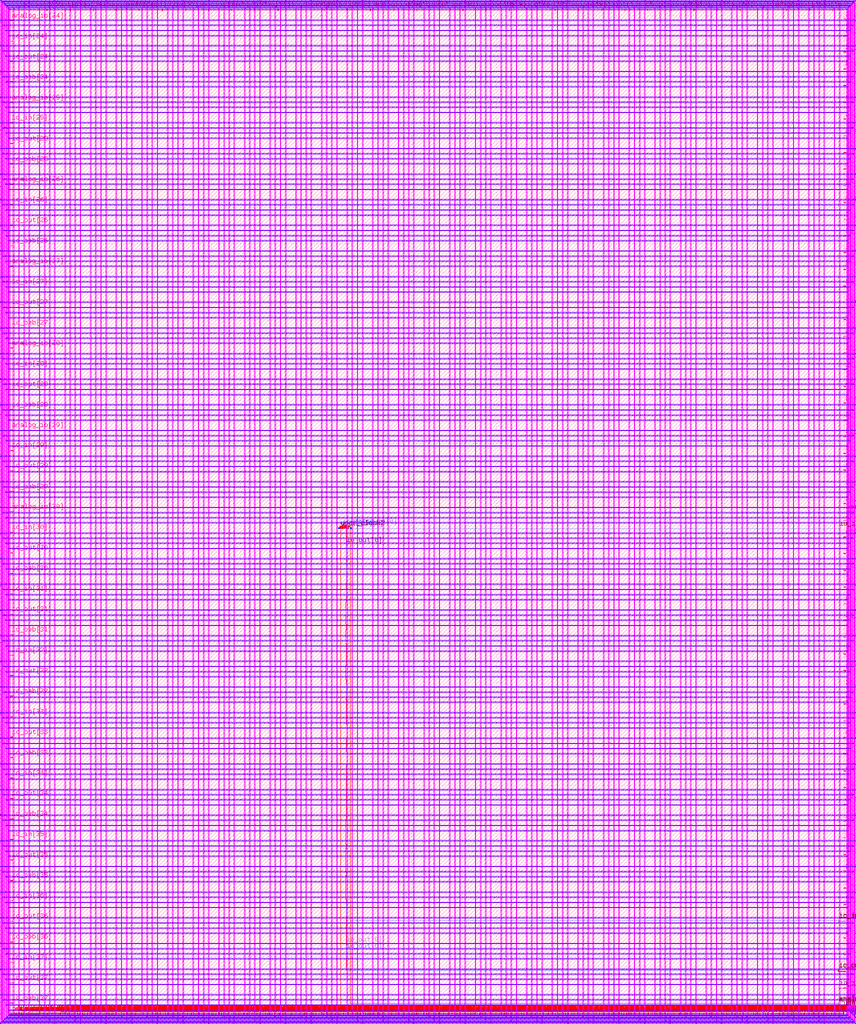
<source format=lef>
VERSION 5.7 ;
  NOWIREEXTENSIONATPIN ON ;
  DIVIDERCHAR "/" ;
  BUSBITCHARS "[]" ;
MACRO user_project_wrapper
  CLASS BLOCK ;
  FOREIGN user_project_wrapper ;
  ORIGIN 0.000 0.000 ;
  SIZE 2920.000 BY 3520.000 ;
  PIN analog_io[0]
    DIRECTION INOUT ;
    PORT
      LAYER li1 ;
        RECT 1182.880 1708.800 1183.050 1709.650 ;
        RECT 1182.880 1708.530 1183.200 1708.800 ;
        RECT 1182.880 1708.050 1183.050 1708.530 ;
      LAYER L1M1_PR_C ;
        RECT 1183.010 1708.570 1183.180 1708.740 ;
      LAYER met1 ;
        RECT 1185.210 1708.810 1185.530 1708.820 ;
        RECT 1182.950 1708.510 1185.530 1708.810 ;
        RECT 1185.210 1708.500 1185.530 1708.510 ;
        RECT 1185.950 34.240 1186.270 34.300 ;
        RECT 2900.830 34.240 2901.150 34.300 ;
        RECT 1185.950 34.100 2901.150 34.240 ;
        RECT 1185.950 34.040 1186.270 34.100 ;
        RECT 2900.830 34.040 2901.150 34.100 ;
      LAYER via ;
        RECT 1185.240 1708.530 1185.500 1708.790 ;
        RECT 1185.980 34.040 1186.240 34.300 ;
        RECT 2900.860 34.040 2901.120 34.300 ;
      LAYER met2 ;
        RECT 1185.900 1708.820 1186.180 1709.040 ;
        RECT 1185.210 1708.500 1186.180 1708.820 ;
        RECT 1185.900 1708.270 1186.180 1708.500 ;
        RECT 1186.040 34.330 1186.180 1708.270 ;
        RECT 1185.980 34.010 1186.240 34.330 ;
        RECT 2900.860 34.010 2901.120 34.330 ;
        RECT 2900.920 29.765 2901.060 34.010 ;
        RECT 2900.850 29.395 2901.130 29.765 ;
      LAYER via2 ;
        RECT 2900.850 29.440 2901.130 29.720 ;
      LAYER met3 ;
        RECT 2900.825 29.730 2901.155 29.745 ;
        RECT 2917.600 29.730 2924.800 30.180 ;
        RECT 2900.825 29.430 2924.800 29.730 ;
        RECT 2900.825 29.415 2901.155 29.430 ;
        RECT 2917.600 28.980 2924.800 29.430 ;
    END
  END analog_io[0]
  PIN analog_io[10]
    DIRECTION INOUT ;
    PORT
      LAYER met3 ;
        RECT 2917.600 2374.980 2924.800 2376.180 ;
    END
  END analog_io[10]
  PIN analog_io[11]
    DIRECTION INOUT ;
    PORT
      LAYER met3 ;
        RECT 2917.600 2609.580 2924.800 2610.780 ;
    END
  END analog_io[11]
  PIN analog_io[12]
    DIRECTION INOUT ;
    PORT
      LAYER met3 ;
        RECT 2917.600 2844.180 2924.800 2845.380 ;
    END
  END analog_io[12]
  PIN analog_io[13]
    DIRECTION INOUT ;
    PORT
      LAYER met3 ;
        RECT 2917.600 3078.780 2924.800 3079.980 ;
    END
  END analog_io[13]
  PIN analog_io[14]
    DIRECTION INOUT ;
    PORT
      LAYER met3 ;
        RECT 2917.600 3313.380 2924.800 3314.580 ;
    END
  END analog_io[14]
  PIN analog_io[15]
    DIRECTION INOUT ;
    PORT
      LAYER met2 ;
        RECT 2879.090 3517.600 2879.650 3524.800 ;
    END
  END analog_io[15]
  PIN analog_io[16]
    DIRECTION INOUT ;
    PORT
      LAYER met2 ;
        RECT 2554.790 3517.600 2555.350 3524.800 ;
    END
  END analog_io[16]
  PIN analog_io[17]
    DIRECTION INOUT ;
    PORT
      LAYER met2 ;
        RECT 2230.490 3517.600 2231.050 3524.800 ;
    END
  END analog_io[17]
  PIN analog_io[18]
    DIRECTION INOUT ;
    PORT
      LAYER met2 ;
        RECT 1905.730 3517.600 1906.290 3524.800 ;
    END
  END analog_io[18]
  PIN analog_io[19]
    DIRECTION INOUT ;
    PORT
      LAYER met2 ;
        RECT 1581.430 3517.600 1581.990 3524.800 ;
    END
  END analog_io[19]
  PIN analog_io[1]
    DIRECTION INOUT ;
    PORT
      LAYER met3 ;
        RECT 2917.600 263.580 2924.800 264.780 ;
    END
  END analog_io[1]
  PIN analog_io[20]
    DIRECTION INOUT ;
    PORT
      LAYER met2 ;
        RECT 1257.130 3517.600 1257.690 3524.800 ;
    END
  END analog_io[20]
  PIN analog_io[21]
    DIRECTION INOUT ;
    PORT
      LAYER met2 ;
        RECT 932.370 3517.600 932.930 3524.800 ;
    END
  END analog_io[21]
  PIN analog_io[22]
    DIRECTION INOUT ;
    PORT
      LAYER met2 ;
        RECT 608.070 3517.600 608.630 3524.800 ;
    END
  END analog_io[22]
  PIN analog_io[23]
    DIRECTION INOUT ;
    PORT
      LAYER met2 ;
        RECT 283.770 3517.600 284.330 3524.800 ;
    END
  END analog_io[23]
  PIN analog_io[24]
    DIRECTION INOUT ;
    PORT
      LAYER met3 ;
        RECT -4.800 3482.700 2.400 3483.900 ;
    END
  END analog_io[24]
  PIN analog_io[25]
    DIRECTION INOUT ;
    PORT
      LAYER met3 ;
        RECT -4.800 3195.060 2.400 3196.260 ;
    END
  END analog_io[25]
  PIN analog_io[26]
    DIRECTION INOUT ;
    PORT
      LAYER met3 ;
        RECT -4.800 2908.100 2.400 2909.300 ;
    END
  END analog_io[26]
  PIN analog_io[27]
    DIRECTION INOUT ;
    PORT
      LAYER met3 ;
        RECT -4.800 2620.460 2.400 2621.660 ;
    END
  END analog_io[27]
  PIN analog_io[28]
    DIRECTION INOUT ;
    PORT
      LAYER met3 ;
        RECT -4.800 2333.500 2.400 2334.700 ;
    END
  END analog_io[28]
  PIN analog_io[29]
    DIRECTION INOUT ;
    PORT
      LAYER met3 ;
        RECT -4.800 2045.860 2.400 2047.060 ;
    END
  END analog_io[29]
  PIN analog_io[2]
    DIRECTION INOUT ;
    PORT
      LAYER met3 ;
        RECT 2917.600 498.180 2924.800 499.380 ;
    END
  END analog_io[2]
  PIN analog_io[30]
    DIRECTION INOUT ;
    PORT
      LAYER met3 ;
        RECT -4.800 1758.900 2.400 1760.100 ;
    END
  END analog_io[30]
  PIN analog_io[3]
    DIRECTION INOUT ;
    PORT
      LAYER met3 ;
        RECT 2917.600 732.780 2924.800 733.980 ;
    END
  END analog_io[3]
  PIN analog_io[4]
    DIRECTION INOUT ;
    PORT
      LAYER met3 ;
        RECT 2917.600 967.380 2924.800 968.580 ;
    END
  END analog_io[4]
  PIN analog_io[5]
    DIRECTION INOUT ;
    PORT
      LAYER met3 ;
        RECT 2917.600 1201.980 2924.800 1203.180 ;
    END
  END analog_io[5]
  PIN analog_io[6]
    DIRECTION INOUT ;
    PORT
      LAYER met3 ;
        RECT 2917.600 1436.580 2924.800 1437.780 ;
    END
  END analog_io[6]
  PIN analog_io[7]
    DIRECTION INOUT ;
    PORT
      LAYER met3 ;
        RECT 2917.600 1671.180 2924.800 1672.380 ;
    END
  END analog_io[7]
  PIN analog_io[8]
    DIRECTION INOUT ;
    PORT
      LAYER met3 ;
        RECT 2917.600 1905.780 2924.800 1906.980 ;
    END
  END analog_io[8]
  PIN analog_io[9]
    DIRECTION INOUT ;
    PORT
      LAYER met3 ;
        RECT 2917.600 2140.380 2924.800 2141.580 ;
    END
  END analog_io[9]
  PIN io_in[0]
    DIRECTION INPUT ;
    ANTENNAGATEAREA 4.781700 ;
    ANTENNADIFFAREA 4.781700 ;
    PORT
      LAYER li1 ;
        RECT 1173.350 1708.360 1173.700 1708.700 ;
        RECT 1144.565 1700.255 1145.315 1702.465 ;
        RECT 1145.485 1700.255 1146.235 1702.465 ;
        RECT 1146.405 1700.255 1147.155 1702.465 ;
        RECT 1147.325 1700.255 1148.075 1702.465 ;
        RECT 1148.245 1700.255 1148.995 1702.465 ;
        RECT 1149.165 1700.255 1149.915 1702.465 ;
        RECT 1180.505 1699.405 1180.675 1707.735 ;
        RECT 1186.265 1700.255 1187.015 1702.465 ;
        RECT 1187.185 1700.255 1187.935 1702.465 ;
        RECT 1188.105 1700.255 1188.855 1702.465 ;
        RECT 1189.025 1700.255 1189.775 1702.465 ;
        RECT 1189.945 1700.255 1190.695 1702.465 ;
      LAYER L1M1_PR_C ;
        RECT 1173.440 1708.460 1173.610 1708.630 ;
        RECT 1180.505 1707.565 1180.675 1707.735 ;
        RECT 1145.085 1700.425 1145.255 1700.595 ;
        RECT 1146.005 1700.425 1146.175 1700.595 ;
        RECT 1146.925 1700.425 1147.095 1700.595 ;
        RECT 1147.845 1700.425 1148.015 1700.595 ;
        RECT 1148.765 1700.425 1148.935 1700.595 ;
        RECT 1149.685 1700.425 1149.855 1700.595 ;
        RECT 1180.505 1700.425 1180.675 1700.595 ;
        RECT 1186.485 1700.425 1186.655 1700.595 ;
        RECT 1187.405 1700.425 1187.575 1700.595 ;
        RECT 1188.325 1700.425 1188.495 1700.595 ;
        RECT 1189.245 1700.425 1189.415 1700.595 ;
        RECT 1190.165 1700.425 1190.335 1700.595 ;
      LAYER met1 ;
        RECT 1173.160 1708.940 1175.140 1709.080 ;
        RECT 1173.160 1708.690 1173.300 1708.940 ;
        RECT 1171.260 1708.380 1173.670 1708.690 ;
        RECT 1171.360 1708.100 1171.800 1708.380 ;
        RECT 1175.000 1707.720 1175.140 1708.940 ;
        RECT 1180.445 1707.720 1180.735 1707.765 ;
        RECT 1175.000 1707.580 1180.735 1707.720 ;
        RECT 1180.445 1707.535 1180.735 1707.580 ;
        RECT 1145.025 1700.580 1145.315 1700.625 ;
        RECT 1145.945 1700.580 1146.235 1700.625 ;
        RECT 1146.865 1700.580 1147.155 1700.625 ;
        RECT 1147.785 1700.580 1148.075 1700.625 ;
        RECT 1148.705 1700.580 1148.995 1700.625 ;
        RECT 1149.625 1700.580 1149.915 1700.625 ;
        RECT 1180.445 1700.580 1180.735 1700.625 ;
        RECT 1186.425 1700.580 1186.715 1700.625 ;
        RECT 1187.345 1700.580 1187.635 1700.625 ;
        RECT 1188.265 1700.580 1188.555 1700.625 ;
        RECT 1189.185 1700.580 1189.475 1700.625 ;
        RECT 1190.105 1700.580 1190.395 1700.625 ;
        RECT 2901.290 1700.580 2901.610 1700.640 ;
        RECT 1145.025 1700.440 1150.300 1700.580 ;
        RECT 1145.025 1700.395 1145.315 1700.440 ;
        RECT 1145.945 1700.395 1146.235 1700.440 ;
        RECT 1146.865 1700.395 1147.155 1700.440 ;
        RECT 1147.785 1700.395 1148.075 1700.440 ;
        RECT 1148.705 1700.395 1148.995 1700.440 ;
        RECT 1149.625 1700.395 1149.915 1700.440 ;
        RECT 1150.160 1699.560 1150.300 1700.440 ;
        RECT 1180.445 1700.440 2901.610 1700.580 ;
        RECT 1180.445 1700.395 1180.735 1700.440 ;
        RECT 1186.425 1700.395 1186.715 1700.440 ;
        RECT 1187.345 1700.395 1187.635 1700.440 ;
        RECT 1188.265 1700.395 1188.555 1700.440 ;
        RECT 1189.185 1700.395 1189.475 1700.440 ;
        RECT 1190.105 1700.395 1190.395 1700.440 ;
        RECT 2901.290 1700.380 2901.610 1700.440 ;
        RECT 1180.445 1699.560 1180.735 1699.605 ;
        RECT 1150.160 1699.420 1180.735 1699.560 ;
        RECT 1180.445 1699.375 1180.735 1699.420 ;
      LAYER via ;
        RECT 1171.410 1708.150 1171.670 1708.410 ;
        RECT 2901.320 1700.380 2901.580 1700.640 ;
      LAYER met2 ;
        RECT 1152.890 1710.200 1169.740 1710.210 ;
        RECT 1152.890 1709.920 1171.720 1710.200 ;
        RECT 1150.000 1708.280 1150.280 1708.540 ;
        RECT 1152.890 1708.280 1153.200 1709.920 ;
        RECT 1168.040 1709.910 1171.720 1709.920 ;
        RECT 1171.380 1708.460 1171.720 1709.910 ;
        RECT 1150.000 1707.990 1153.200 1708.280 ;
        RECT 1171.360 1708.090 1171.720 1708.460 ;
        RECT 1150.000 1707.770 1150.280 1707.990 ;
        RECT 2901.320 1700.350 2901.580 1700.670 ;
        RECT 2901.380 88.245 2901.520 1700.350 ;
        RECT 2901.310 87.875 2901.590 88.245 ;
      LAYER via2 ;
        RECT 2901.310 87.920 2901.590 88.200 ;
      LAYER met3 ;
        RECT 2901.285 88.210 2901.615 88.225 ;
        RECT 2917.600 88.210 2924.800 88.660 ;
        RECT 2901.285 87.910 2924.800 88.210 ;
        RECT 2901.285 87.895 2901.615 87.910 ;
        RECT 2917.600 87.460 2924.800 87.910 ;
    END
  END io_in[0]
  PIN io_in[10]
    DIRECTION INPUT ;
    PORT
      LAYER met3 ;
        RECT 2917.600 2433.460 2924.800 2434.660 ;
    END
  END io_in[10]
  PIN io_in[11]
    DIRECTION INPUT ;
    PORT
      LAYER met3 ;
        RECT 2917.600 2668.740 2924.800 2669.940 ;
    END
  END io_in[11]
  PIN io_in[12]
    DIRECTION INPUT ;
    PORT
      LAYER met3 ;
        RECT 2917.600 2903.340 2924.800 2904.540 ;
    END
  END io_in[12]
  PIN io_in[13]
    DIRECTION INPUT ;
    PORT
      LAYER met3 ;
        RECT 2917.600 3137.940 2924.800 3139.140 ;
    END
  END io_in[13]
  PIN io_in[14]
    DIRECTION INPUT ;
    PORT
      LAYER met3 ;
        RECT 2917.600 3372.540 2924.800 3373.740 ;
    END
  END io_in[14]
  PIN io_in[15]
    DIRECTION INPUT ;
    PORT
      LAYER met2 ;
        RECT 2798.130 3517.600 2798.690 3524.800 ;
    END
  END io_in[15]
  PIN io_in[16]
    DIRECTION INPUT ;
    PORT
      LAYER met2 ;
        RECT 2473.830 3517.600 2474.390 3524.800 ;
    END
  END io_in[16]
  PIN io_in[17]
    DIRECTION INPUT ;
    PORT
      LAYER met2 ;
        RECT 2149.070 3517.600 2149.630 3524.800 ;
    END
  END io_in[17]
  PIN io_in[18]
    DIRECTION INPUT ;
    PORT
      LAYER met2 ;
        RECT 1824.770 3517.600 1825.330 3524.800 ;
    END
  END io_in[18]
  PIN io_in[19]
    DIRECTION INPUT ;
    PORT
      LAYER met2 ;
        RECT 1500.470 3517.600 1501.030 3524.800 ;
    END
  END io_in[19]
  PIN io_in[1]
    DIRECTION INPUT ;
    PORT
      LAYER li1 ;
        RECT 1181.440 1709.940 1181.770 1710.110 ;
        RECT 1182.570 1707.660 1182.900 1707.870 ;
        RECT 1183.440 1707.680 1183.770 1707.850 ;
        RECT 1158.740 1705.520 1159.100 1705.610 ;
        RECT 1158.740 1705.510 1159.610 1705.520 ;
        RECT 1158.740 1705.270 1159.630 1705.510 ;
        RECT 1158.740 1705.260 1159.610 1705.270 ;
        RECT 1158.740 1705.250 1159.100 1705.260 ;
      LAYER L1M1_PR_C ;
        RECT 1181.520 1709.940 1181.690 1710.110 ;
        RECT 1182.650 1707.680 1182.820 1707.850 ;
        RECT 1183.520 1707.680 1183.690 1707.850 ;
        RECT 1158.770 1705.340 1158.940 1705.510 ;
      LAYER met1 ;
        RECT 1181.450 1709.860 1181.770 1710.180 ;
        RECT 1182.580 1707.910 1182.900 1707.920 ;
        RECT 1182.580 1707.720 1184.530 1707.910 ;
        RECT 1185.490 1707.720 1185.810 1707.780 ;
        RECT 1182.580 1707.610 1185.810 1707.720 ;
        RECT 1182.580 1707.600 1182.900 1707.610 ;
        RECT 1184.270 1707.580 1185.810 1707.610 ;
        RECT 1185.490 1707.520 1185.810 1707.580 ;
        RECT 1158.690 1705.250 1159.040 1705.610 ;
        RECT 1185.490 324.260 1185.810 324.320 ;
        RECT 2900.830 324.260 2901.150 324.320 ;
        RECT 1185.490 324.120 2901.150 324.260 ;
        RECT 1185.490 324.060 1185.810 324.120 ;
        RECT 2900.830 324.060 2901.150 324.120 ;
      LAYER via ;
        RECT 1181.480 1709.890 1181.740 1710.150 ;
        RECT 1182.610 1707.630 1182.870 1707.890 ;
        RECT 1185.520 1707.520 1185.780 1707.780 ;
        RECT 1158.720 1705.280 1159.010 1705.570 ;
        RECT 1185.520 324.060 1185.780 324.320 ;
        RECT 2900.860 324.060 2901.120 324.320 ;
      LAYER met2 ;
        RECT 1181.450 1710.140 1181.770 1710.180 ;
        RECT 1181.450 1709.890 1182.300 1710.140 ;
        RECT 1181.450 1709.860 1181.770 1709.890 ;
        RECT 1182.050 1708.940 1182.300 1709.890 ;
        RECT 1181.820 1708.700 1182.300 1708.940 ;
        RECT 1182.050 1707.910 1182.300 1708.700 ;
        RECT 1182.580 1707.910 1182.900 1707.920 ;
        RECT 1182.050 1707.610 1182.900 1707.910 ;
        RECT 1182.580 1707.600 1182.900 1707.610 ;
        RECT 1182.590 1707.450 1182.870 1707.600 ;
        RECT 1185.520 1707.490 1185.780 1707.810 ;
        RECT 1178.720 1707.150 1182.890 1707.450 ;
        RECT 1178.720 1707.030 1179.250 1707.150 ;
        RECT 1153.020 1706.710 1179.250 1707.030 ;
        RECT 1150.000 1705.840 1150.280 1706.060 ;
        RECT 1153.020 1705.840 1153.350 1706.710 ;
        RECT 1150.000 1705.520 1153.350 1705.840 ;
        RECT 1150.000 1705.290 1150.280 1705.520 ;
        RECT 1158.690 1705.250 1159.040 1706.710 ;
        RECT 1185.580 324.350 1185.720 1707.490 ;
        RECT 1185.520 324.030 1185.780 324.350 ;
        RECT 2900.860 324.030 2901.120 324.350 ;
        RECT 2900.920 322.845 2901.060 324.030 ;
        RECT 2900.850 322.475 2901.130 322.845 ;
      LAYER via2 ;
        RECT 2900.850 322.520 2901.130 322.800 ;
      LAYER met3 ;
        RECT 2900.825 322.810 2901.155 322.825 ;
        RECT 2917.600 322.810 2924.800 323.260 ;
        RECT 2900.825 322.510 2924.800 322.810 ;
        RECT 2900.825 322.495 2901.155 322.510 ;
        RECT 2917.600 322.060 2924.800 322.510 ;
    END
  END io_in[1]
  PIN io_in[20]
    DIRECTION INPUT ;
    PORT
      LAYER met2 ;
        RECT 1175.710 3517.600 1176.270 3524.800 ;
    END
  END io_in[20]
  PIN io_in[21]
    DIRECTION INPUT ;
    PORT
      LAYER met2 ;
        RECT 851.410 3517.600 851.970 3524.800 ;
    END
  END io_in[21]
  PIN io_in[22]
    DIRECTION INPUT ;
    PORT
      LAYER met2 ;
        RECT 527.110 3517.600 527.670 3524.800 ;
    END
  END io_in[22]
  PIN io_in[23]
    DIRECTION INPUT ;
    PORT
      LAYER met2 ;
        RECT 202.350 3517.600 202.910 3524.800 ;
    END
  END io_in[23]
  PIN io_in[24]
    DIRECTION INPUT ;
    PORT
      LAYER met3 ;
        RECT -4.800 3410.620 2.400 3411.820 ;
    END
  END io_in[24]
  PIN io_in[25]
    DIRECTION INPUT ;
    PORT
      LAYER met3 ;
        RECT -4.800 3123.660 2.400 3124.860 ;
    END
  END io_in[25]
  PIN io_in[26]
    DIRECTION INPUT ;
    PORT
      LAYER met3 ;
        RECT -4.800 2836.020 2.400 2837.220 ;
    END
  END io_in[26]
  PIN io_in[27]
    DIRECTION INPUT ;
    PORT
      LAYER met3 ;
        RECT -4.800 2549.060 2.400 2550.260 ;
    END
  END io_in[27]
  PIN io_in[28]
    DIRECTION INPUT ;
    PORT
      LAYER met3 ;
        RECT -4.800 2261.420 2.400 2262.620 ;
    END
  END io_in[28]
  PIN io_in[29]
    DIRECTION INPUT ;
    PORT
      LAYER met3 ;
        RECT -4.800 1974.460 2.400 1975.660 ;
    END
  END io_in[29]
  PIN io_in[2]
    DIRECTION INPUT ;
    PORT
      LAYER met3 ;
        RECT 2917.600 556.660 2924.800 557.860 ;
    END
  END io_in[2]
  PIN io_in[30]
    DIRECTION INPUT ;
    PORT
      LAYER met3 ;
        RECT -4.800 1686.820 2.400 1688.020 ;
    END
  END io_in[30]
  PIN io_in[31]
    DIRECTION INPUT ;
    PORT
      LAYER met3 ;
        RECT -4.800 1471.260 2.400 1472.460 ;
    END
  END io_in[31]
  PIN io_in[32]
    DIRECTION INPUT ;
    PORT
      LAYER met3 ;
        RECT -4.800 1255.700 2.400 1256.900 ;
    END
  END io_in[32]
  PIN io_in[33]
    DIRECTION INPUT ;
    PORT
      LAYER met3 ;
        RECT -4.800 1040.140 2.400 1041.340 ;
    END
  END io_in[33]
  PIN io_in[34]
    DIRECTION INPUT ;
    PORT
      LAYER met3 ;
        RECT -4.800 824.580 2.400 825.780 ;
    END
  END io_in[34]
  PIN io_in[35]
    DIRECTION INPUT ;
    PORT
      LAYER met3 ;
        RECT -4.800 609.700 2.400 610.900 ;
    END
  END io_in[35]
  PIN io_in[36]
    DIRECTION INPUT ;
    PORT
      LAYER met3 ;
        RECT -4.800 394.140 2.400 395.340 ;
    END
  END io_in[36]
  PIN io_in[37]
    DIRECTION INPUT ;
    PORT
      LAYER met3 ;
        RECT -4.800 178.580 2.400 179.780 ;
    END
  END io_in[37]
  PIN io_in[3]
    DIRECTION INPUT ;
    PORT
      LAYER met3 ;
        RECT 2917.600 791.260 2924.800 792.460 ;
    END
  END io_in[3]
  PIN io_in[4]
    DIRECTION INPUT ;
    PORT
      LAYER met3 ;
        RECT 2917.600 1025.860 2924.800 1027.060 ;
    END
  END io_in[4]
  PIN io_in[5]
    DIRECTION INPUT ;
    PORT
      LAYER met3 ;
        RECT 2917.600 1260.460 2924.800 1261.660 ;
    END
  END io_in[5]
  PIN io_in[6]
    DIRECTION INPUT ;
    PORT
      LAYER met3 ;
        RECT 2917.600 1495.060 2924.800 1496.260 ;
    END
  END io_in[6]
  PIN io_in[7]
    DIRECTION INPUT ;
    PORT
      LAYER met3 ;
        RECT 2917.600 1729.660 2924.800 1730.860 ;
    END
  END io_in[7]
  PIN io_in[8]
    DIRECTION INPUT ;
    PORT
      LAYER met3 ;
        RECT 2917.600 1964.260 2924.800 1965.460 ;
    END
  END io_in[8]
  PIN io_in[9]
    DIRECTION INPUT ;
    PORT
      LAYER met3 ;
        RECT 2917.600 2198.860 2924.800 2200.060 ;
    END
  END io_in[9]
  PIN io_oeb[0]
    DIRECTION OUTPUT TRISTATE ;
    PORT
      LAYER met3 ;
        RECT 2917.600 204.420 2924.800 205.620 ;
    END
  END io_oeb[0]
  PIN io_oeb[10]
    DIRECTION OUTPUT TRISTATE ;
    PORT
      LAYER met3 ;
        RECT 2917.600 2551.100 2924.800 2552.300 ;
    END
  END io_oeb[10]
  PIN io_oeb[11]
    DIRECTION OUTPUT TRISTATE ;
    PORT
      LAYER met3 ;
        RECT 2917.600 2785.700 2924.800 2786.900 ;
    END
  END io_oeb[11]
  PIN io_oeb[12]
    DIRECTION OUTPUT TRISTATE ;
    PORT
      LAYER met3 ;
        RECT 2917.600 3020.300 2924.800 3021.500 ;
    END
  END io_oeb[12]
  PIN io_oeb[13]
    DIRECTION OUTPUT TRISTATE ;
    PORT
      LAYER met3 ;
        RECT 2917.600 3254.900 2924.800 3256.100 ;
    END
  END io_oeb[13]
  PIN io_oeb[14]
    DIRECTION OUTPUT TRISTATE ;
    PORT
      LAYER met3 ;
        RECT 2917.600 3489.500 2924.800 3490.700 ;
    END
  END io_oeb[14]
  PIN io_oeb[15]
    DIRECTION OUTPUT TRISTATE ;
    PORT
      LAYER met2 ;
        RECT 2635.750 3517.600 2636.310 3524.800 ;
    END
  END io_oeb[15]
  PIN io_oeb[16]
    DIRECTION OUTPUT TRISTATE ;
    PORT
      LAYER met2 ;
        RECT 2311.450 3517.600 2312.010 3524.800 ;
    END
  END io_oeb[16]
  PIN io_oeb[17]
    DIRECTION OUTPUT TRISTATE ;
    PORT
      LAYER met2 ;
        RECT 1987.150 3517.600 1987.710 3524.800 ;
    END
  END io_oeb[17]
  PIN io_oeb[18]
    DIRECTION OUTPUT TRISTATE ;
    PORT
      LAYER met2 ;
        RECT 1662.390 3517.600 1662.950 3524.800 ;
    END
  END io_oeb[18]
  PIN io_oeb[19]
    DIRECTION OUTPUT TRISTATE ;
    PORT
      LAYER met2 ;
        RECT 1338.090 3517.600 1338.650 3524.800 ;
    END
  END io_oeb[19]
  PIN io_oeb[1]
    DIRECTION OUTPUT TRISTATE ;
    PORT
      LAYER met3 ;
        RECT 2917.600 439.020 2924.800 440.220 ;
    END
  END io_oeb[1]
  PIN io_oeb[20]
    DIRECTION OUTPUT TRISTATE ;
    PORT
      LAYER met2 ;
        RECT 1013.790 3517.600 1014.350 3524.800 ;
    END
  END io_oeb[20]
  PIN io_oeb[21]
    DIRECTION OUTPUT TRISTATE ;
    PORT
      LAYER met2 ;
        RECT 689.030 3517.600 689.590 3524.800 ;
    END
  END io_oeb[21]
  PIN io_oeb[22]
    DIRECTION OUTPUT TRISTATE ;
    PORT
      LAYER met2 ;
        RECT 364.730 3517.600 365.290 3524.800 ;
    END
  END io_oeb[22]
  PIN io_oeb[23]
    DIRECTION OUTPUT TRISTATE ;
    PORT
      LAYER met2 ;
        RECT 40.430 3517.600 40.990 3524.800 ;
    END
  END io_oeb[23]
  PIN io_oeb[24]
    DIRECTION OUTPUT TRISTATE ;
    PORT
      LAYER met3 ;
        RECT -4.800 3267.140 2.400 3268.340 ;
    END
  END io_oeb[24]
  PIN io_oeb[25]
    DIRECTION OUTPUT TRISTATE ;
    PORT
      LAYER met3 ;
        RECT -4.800 2979.500 2.400 2980.700 ;
    END
  END io_oeb[25]
  PIN io_oeb[26]
    DIRECTION OUTPUT TRISTATE ;
    PORT
      LAYER met3 ;
        RECT -4.800 2692.540 2.400 2693.740 ;
    END
  END io_oeb[26]
  PIN io_oeb[27]
    DIRECTION OUTPUT TRISTATE ;
    PORT
      LAYER met3 ;
        RECT -4.800 2404.900 2.400 2406.100 ;
    END
  END io_oeb[27]
  PIN io_oeb[28]
    DIRECTION OUTPUT TRISTATE ;
    PORT
      LAYER met3 ;
        RECT -4.800 2117.940 2.400 2119.140 ;
    END
  END io_oeb[28]
  PIN io_oeb[29]
    DIRECTION OUTPUT TRISTATE ;
    PORT
      LAYER met3 ;
        RECT -4.800 1830.300 2.400 1831.500 ;
    END
  END io_oeb[29]
  PIN io_oeb[2]
    DIRECTION OUTPUT TRISTATE ;
    PORT
      LAYER met3 ;
        RECT 2917.600 673.620 2924.800 674.820 ;
    END
  END io_oeb[2]
  PIN io_oeb[30]
    DIRECTION OUTPUT TRISTATE ;
    PORT
      LAYER met3 ;
        RECT -4.800 1543.340 2.400 1544.540 ;
    END
  END io_oeb[30]
  PIN io_oeb[31]
    DIRECTION OUTPUT TRISTATE ;
    PORT
      LAYER met3 ;
        RECT -4.800 1327.780 2.400 1328.980 ;
    END
  END io_oeb[31]
  PIN io_oeb[32]
    DIRECTION OUTPUT TRISTATE ;
    PORT
      LAYER met3 ;
        RECT -4.800 1112.220 2.400 1113.420 ;
    END
  END io_oeb[32]
  PIN io_oeb[33]
    DIRECTION OUTPUT TRISTATE ;
    PORT
      LAYER met3 ;
        RECT -4.800 896.660 2.400 897.860 ;
    END
  END io_oeb[33]
  PIN io_oeb[34]
    DIRECTION OUTPUT TRISTATE ;
    PORT
      LAYER met3 ;
        RECT -4.800 681.100 2.400 682.300 ;
    END
  END io_oeb[34]
  PIN io_oeb[35]
    DIRECTION OUTPUT TRISTATE ;
    PORT
      LAYER met3 ;
        RECT -4.800 465.540 2.400 466.740 ;
    END
  END io_oeb[35]
  PIN io_oeb[36]
    DIRECTION OUTPUT TRISTATE ;
    PORT
      LAYER met3 ;
        RECT -4.800 249.980 2.400 251.180 ;
    END
  END io_oeb[36]
  PIN io_oeb[37]
    DIRECTION OUTPUT TRISTATE ;
    PORT
      LAYER met3 ;
        RECT -4.800 35.100 2.400 36.300 ;
    END
  END io_oeb[37]
  PIN io_oeb[3]
    DIRECTION OUTPUT TRISTATE ;
    PORT
      LAYER met3 ;
        RECT 2917.600 908.900 2924.800 910.100 ;
    END
  END io_oeb[3]
  PIN io_oeb[4]
    DIRECTION OUTPUT TRISTATE ;
    PORT
      LAYER met3 ;
        RECT 2917.600 1143.500 2924.800 1144.700 ;
    END
  END io_oeb[4]
  PIN io_oeb[5]
    DIRECTION OUTPUT TRISTATE ;
    PORT
      LAYER met3 ;
        RECT 2917.600 1378.100 2924.800 1379.300 ;
    END
  END io_oeb[5]
  PIN io_oeb[6]
    DIRECTION OUTPUT TRISTATE ;
    PORT
      LAYER met3 ;
        RECT 2917.600 1612.700 2924.800 1613.900 ;
    END
  END io_oeb[6]
  PIN io_oeb[7]
    DIRECTION OUTPUT TRISTATE ;
    PORT
      LAYER met3 ;
        RECT 2917.600 1847.300 2924.800 1848.500 ;
    END
  END io_oeb[7]
  PIN io_oeb[8]
    DIRECTION OUTPUT TRISTATE ;
    PORT
      LAYER met3 ;
        RECT 2917.600 2081.900 2924.800 2083.100 ;
    END
  END io_oeb[8]
  PIN io_oeb[9]
    DIRECTION OUTPUT TRISTATE ;
    PORT
      LAYER met3 ;
        RECT 2917.600 2316.500 2924.800 2317.700 ;
    END
  END io_oeb[9]
  PIN io_out[0]
    DIRECTION OUTPUT TRISTATE ;
    PORT
      LAYER li1 ;
        RECT 1162.010 1712.220 1162.180 1712.560 ;
        RECT 1170.300 1711.770 1170.680 1711.850 ;
        RECT 1170.300 1711.540 1170.690 1711.770 ;
        RECT 1168.010 1711.370 1170.760 1711.540 ;
        RECT 1170.210 1711.180 1170.760 1711.370 ;
        RECT 1171.380 1711.180 1171.550 1711.930 ;
        RECT 1165.970 1710.800 1166.300 1710.980 ;
        RECT 1170.210 1710.950 1171.550 1711.180 ;
        RECT 1170.210 1710.940 1171.210 1710.950 ;
        RECT 1171.380 1709.650 1171.550 1710.950 ;
        RECT 1172.225 1594.005 1172.395 1642.115 ;
        RECT 1172.225 1539.265 1172.395 1587.035 ;
        RECT 1171.305 1510.705 1171.475 1538.755 ;
        RECT 1171.305 1462.085 1171.475 1490.475 ;
        RECT 1170.845 1393.745 1171.015 1414.655 ;
        RECT 1170.845 1297.185 1171.015 1318.095 ;
        RECT 1171.305 1110.865 1171.475 1158.975 ;
        RECT 1171.305 338.045 1171.475 386.155 ;
        RECT 1172.225 193.205 1172.395 241.315 ;
      LAYER L1M1_PR_C ;
        RECT 1162.010 1712.300 1162.180 1712.470 ;
        RECT 1170.420 1711.570 1170.590 1711.740 ;
        RECT 1168.090 1711.370 1168.260 1711.540 ;
        RECT 1166.050 1710.810 1166.220 1710.980 ;
        RECT 1172.225 1641.945 1172.395 1642.115 ;
        RECT 1172.225 1586.865 1172.395 1587.035 ;
        RECT 1171.305 1538.585 1171.475 1538.755 ;
        RECT 1171.305 1490.305 1171.475 1490.475 ;
        RECT 1170.845 1414.485 1171.015 1414.655 ;
        RECT 1170.845 1317.925 1171.015 1318.095 ;
        RECT 1171.305 1158.805 1171.475 1158.975 ;
        RECT 1171.305 385.985 1171.475 386.155 ;
        RECT 1172.225 241.145 1172.395 241.315 ;
      LAYER met1 ;
        RECT 1161.950 1712.550 1162.230 1712.560 ;
        RECT 1161.950 1712.130 1162.240 1712.550 ;
        RECT 1167.100 1712.240 1168.320 1712.560 ;
        RECT 1167.100 1712.130 1167.350 1712.240 ;
        RECT 1161.950 1711.880 1167.350 1712.130 ;
        RECT 1168.030 1711.330 1168.320 1712.240 ;
        RECT 1170.340 1711.500 1170.660 1711.820 ;
        RECT 1168.030 1711.040 1168.310 1711.330 ;
        RECT 1165.960 1710.750 1168.310 1711.040 ;
        RECT 1170.770 1704.320 1171.090 1704.380 ;
        RECT 1172.610 1704.320 1172.930 1704.380 ;
        RECT 1170.770 1704.180 1172.930 1704.320 ;
        RECT 1170.770 1704.120 1171.090 1704.180 ;
        RECT 1172.610 1704.120 1172.930 1704.180 ;
        RECT 1172.165 1642.100 1172.455 1642.145 ;
        RECT 1172.610 1642.100 1172.930 1642.160 ;
        RECT 1172.165 1641.960 1172.930 1642.100 ;
        RECT 1172.165 1641.915 1172.455 1641.960 ;
        RECT 1172.610 1641.900 1172.930 1641.960 ;
        RECT 1172.150 1594.160 1172.470 1594.220 ;
        RECT 1171.955 1594.020 1172.470 1594.160 ;
        RECT 1172.150 1593.960 1172.470 1594.020 ;
        RECT 1172.150 1587.020 1172.470 1587.080 ;
        RECT 1171.955 1586.880 1172.470 1587.020 ;
        RECT 1172.150 1586.820 1172.470 1586.880 ;
        RECT 1171.690 1539.420 1172.010 1539.480 ;
        RECT 1172.165 1539.420 1172.455 1539.465 ;
        RECT 1171.690 1539.280 1172.455 1539.420 ;
        RECT 1171.690 1539.220 1172.010 1539.280 ;
        RECT 1172.165 1539.235 1172.455 1539.280 ;
        RECT 1171.230 1538.740 1171.550 1538.800 ;
        RECT 1171.035 1538.600 1171.550 1538.740 ;
        RECT 1171.230 1538.540 1171.550 1538.600 ;
        RECT 1171.230 1510.860 1171.550 1510.920 ;
        RECT 1171.035 1510.720 1171.550 1510.860 ;
        RECT 1171.230 1510.660 1171.550 1510.720 ;
        RECT 1171.230 1490.460 1171.550 1490.520 ;
        RECT 1171.035 1490.320 1171.550 1490.460 ;
        RECT 1171.230 1490.260 1171.550 1490.320 ;
        RECT 1171.230 1462.240 1171.550 1462.300 ;
        RECT 1171.035 1462.100 1171.550 1462.240 ;
        RECT 1171.230 1462.040 1171.550 1462.100 ;
        RECT 1170.770 1414.640 1171.090 1414.700 ;
        RECT 1170.575 1414.500 1171.090 1414.640 ;
        RECT 1170.770 1414.440 1171.090 1414.500 ;
        RECT 1170.770 1393.900 1171.090 1393.960 ;
        RECT 1170.575 1393.760 1171.090 1393.900 ;
        RECT 1170.770 1393.700 1171.090 1393.760 ;
        RECT 1170.770 1366.360 1171.090 1366.420 ;
        RECT 1170.770 1366.220 1171.460 1366.360 ;
        RECT 1170.770 1366.160 1171.090 1366.220 ;
        RECT 1171.320 1365.740 1171.460 1366.220 ;
        RECT 1171.230 1365.480 1171.550 1365.740 ;
        RECT 1170.770 1318.080 1171.090 1318.140 ;
        RECT 1170.575 1317.940 1171.090 1318.080 ;
        RECT 1170.770 1317.880 1171.090 1317.940 ;
        RECT 1170.770 1297.340 1171.090 1297.400 ;
        RECT 1170.575 1297.200 1171.090 1297.340 ;
        RECT 1170.770 1297.140 1171.090 1297.200 ;
        RECT 1171.230 1269.120 1171.550 1269.180 ;
        RECT 1172.150 1269.120 1172.470 1269.180 ;
        RECT 1171.230 1268.980 1172.470 1269.120 ;
        RECT 1171.230 1268.920 1171.550 1268.980 ;
        RECT 1172.150 1268.920 1172.470 1268.980 ;
        RECT 1171.230 1221.860 1171.550 1221.920 ;
        RECT 1170.860 1221.720 1171.550 1221.860 ;
        RECT 1170.860 1221.240 1171.000 1221.720 ;
        RECT 1171.230 1221.660 1171.550 1221.720 ;
        RECT 1170.770 1220.980 1171.090 1221.240 ;
        RECT 1170.770 1173.040 1171.090 1173.300 ;
        RECT 1170.860 1172.560 1171.000 1173.040 ;
        RECT 1171.230 1172.560 1171.550 1172.620 ;
        RECT 1170.860 1172.420 1171.550 1172.560 ;
        RECT 1171.230 1172.360 1171.550 1172.420 ;
        RECT 1171.230 1158.960 1171.550 1159.020 ;
        RECT 1171.035 1158.820 1171.550 1158.960 ;
        RECT 1171.230 1158.760 1171.550 1158.820 ;
        RECT 1171.245 1111.020 1171.535 1111.065 ;
        RECT 1172.150 1111.020 1172.470 1111.080 ;
        RECT 1171.245 1110.880 1172.470 1111.020 ;
        RECT 1171.245 1110.835 1171.535 1110.880 ;
        RECT 1172.150 1110.820 1172.470 1110.880 ;
        RECT 1171.230 1076.000 1171.550 1076.060 ;
        RECT 1172.150 1076.000 1172.470 1076.060 ;
        RECT 1171.230 1075.860 1172.470 1076.000 ;
        RECT 1171.230 1075.800 1171.550 1075.860 ;
        RECT 1172.150 1075.800 1172.470 1075.860 ;
        RECT 1171.230 1028.060 1171.550 1028.120 ;
        RECT 1172.150 1028.060 1172.470 1028.120 ;
        RECT 1171.230 1027.920 1172.470 1028.060 ;
        RECT 1171.230 1027.860 1171.550 1027.920 ;
        RECT 1172.150 1027.860 1172.470 1027.920 ;
        RECT 1172.610 966.180 1172.930 966.240 ;
        RECT 1173.530 966.180 1173.850 966.240 ;
        RECT 1172.610 966.040 1173.850 966.180 ;
        RECT 1172.610 965.980 1172.930 966.040 ;
        RECT 1173.530 965.980 1173.850 966.040 ;
        RECT 1172.610 869.620 1172.930 869.680 ;
        RECT 1173.530 869.620 1173.850 869.680 ;
        RECT 1172.610 869.480 1173.850 869.620 ;
        RECT 1172.610 869.420 1172.930 869.480 ;
        RECT 1173.530 869.420 1173.850 869.480 ;
        RECT 1171.230 821.000 1171.550 821.060 ;
        RECT 1172.150 821.000 1172.470 821.060 ;
        RECT 1171.230 820.860 1172.470 821.000 ;
        RECT 1171.230 820.800 1171.550 820.860 ;
        RECT 1172.150 820.800 1172.470 820.860 ;
        RECT 1171.690 690.440 1172.010 690.500 ;
        RECT 1171.320 690.300 1172.010 690.440 ;
        RECT 1171.320 689.820 1171.460 690.300 ;
        RECT 1171.690 690.240 1172.010 690.300 ;
        RECT 1171.230 689.560 1171.550 689.820 ;
        RECT 1169.850 676.160 1170.170 676.220 ;
        RECT 1171.230 676.160 1171.550 676.220 ;
        RECT 1169.850 676.020 1171.550 676.160 ;
        RECT 1169.850 675.960 1170.170 676.020 ;
        RECT 1171.230 675.960 1171.550 676.020 ;
        RECT 1170.770 593.340 1171.090 593.600 ;
        RECT 1170.860 593.200 1171.000 593.340 ;
        RECT 1171.230 593.200 1171.550 593.260 ;
        RECT 1170.860 593.060 1171.550 593.200 ;
        RECT 1171.230 593.000 1171.550 593.060 ;
        RECT 1169.850 579.600 1170.170 579.660 ;
        RECT 1171.230 579.600 1171.550 579.660 ;
        RECT 1169.850 579.460 1171.550 579.600 ;
        RECT 1169.850 579.400 1170.170 579.460 ;
        RECT 1171.230 579.400 1171.550 579.460 ;
        RECT 1170.770 496.780 1171.090 497.040 ;
        RECT 1170.860 496.640 1171.000 496.780 ;
        RECT 1171.230 496.640 1171.550 496.700 ;
        RECT 1170.860 496.500 1171.550 496.640 ;
        RECT 1171.230 496.440 1171.550 496.500 ;
        RECT 1169.850 483.040 1170.170 483.100 ;
        RECT 1171.230 483.040 1171.550 483.100 ;
        RECT 1169.850 482.900 1171.550 483.040 ;
        RECT 1169.850 482.840 1170.170 482.900 ;
        RECT 1171.230 482.840 1171.550 482.900 ;
        RECT 1170.770 400.220 1171.090 400.480 ;
        RECT 1170.860 399.740 1171.000 400.220 ;
        RECT 1171.230 399.740 1171.550 399.800 ;
        RECT 1170.860 399.600 1171.550 399.740 ;
        RECT 1171.230 399.540 1171.550 399.600 ;
        RECT 1171.230 386.140 1171.550 386.200 ;
        RECT 1171.035 386.000 1171.550 386.140 ;
        RECT 1171.230 385.940 1171.550 386.000 ;
        RECT 1171.230 338.200 1171.550 338.260 ;
        RECT 1171.035 338.060 1171.550 338.200 ;
        RECT 1171.230 338.000 1171.550 338.060 ;
        RECT 1171.230 303.660 1171.550 303.920 ;
        RECT 1171.320 303.240 1171.460 303.660 ;
        RECT 1171.230 302.980 1171.550 303.240 ;
        RECT 1171.230 255.240 1171.550 255.300 ;
        RECT 1172.150 255.240 1172.470 255.300 ;
        RECT 1171.230 255.100 1172.470 255.240 ;
        RECT 1171.230 255.040 1171.550 255.100 ;
        RECT 1172.150 255.040 1172.470 255.100 ;
        RECT 1172.150 241.300 1172.470 241.360 ;
        RECT 1171.955 241.160 1172.470 241.300 ;
        RECT 1172.150 241.100 1172.470 241.160 ;
        RECT 1172.165 193.360 1172.455 193.405 ;
        RECT 1172.610 193.360 1172.930 193.420 ;
        RECT 1172.165 193.220 1172.930 193.360 ;
        RECT 1172.165 193.175 1172.455 193.220 ;
        RECT 1172.610 193.160 1172.930 193.220 ;
        RECT 1172.610 151.540 1172.930 151.600 ;
        RECT 2899.450 151.540 2899.770 151.600 ;
        RECT 1172.610 151.400 2899.770 151.540 ;
        RECT 1172.610 151.340 1172.930 151.400 ;
        RECT 2899.450 151.340 2899.770 151.400 ;
      LAYER via ;
        RECT 1170.370 1711.530 1170.630 1711.790 ;
        RECT 1170.800 1704.120 1171.060 1704.380 ;
        RECT 1172.640 1704.120 1172.900 1704.380 ;
        RECT 1172.640 1641.900 1172.900 1642.160 ;
        RECT 1172.180 1593.960 1172.440 1594.220 ;
        RECT 1172.180 1586.820 1172.440 1587.080 ;
        RECT 1171.720 1539.220 1171.980 1539.480 ;
        RECT 1171.260 1538.540 1171.520 1538.800 ;
        RECT 1171.260 1510.660 1171.520 1510.920 ;
        RECT 1171.260 1490.260 1171.520 1490.520 ;
        RECT 1171.260 1462.040 1171.520 1462.300 ;
        RECT 1170.800 1414.440 1171.060 1414.700 ;
        RECT 1170.800 1393.700 1171.060 1393.960 ;
        RECT 1170.800 1366.160 1171.060 1366.420 ;
        RECT 1171.260 1365.480 1171.520 1365.740 ;
        RECT 1170.800 1317.880 1171.060 1318.140 ;
        RECT 1170.800 1297.140 1171.060 1297.400 ;
        RECT 1171.260 1268.920 1171.520 1269.180 ;
        RECT 1172.180 1268.920 1172.440 1269.180 ;
        RECT 1171.260 1221.660 1171.520 1221.920 ;
        RECT 1170.800 1220.980 1171.060 1221.240 ;
        RECT 1170.800 1173.040 1171.060 1173.300 ;
        RECT 1171.260 1172.360 1171.520 1172.620 ;
        RECT 1171.260 1158.760 1171.520 1159.020 ;
        RECT 1172.180 1110.820 1172.440 1111.080 ;
        RECT 1171.260 1075.800 1171.520 1076.060 ;
        RECT 1172.180 1075.800 1172.440 1076.060 ;
        RECT 1171.260 1027.860 1171.520 1028.120 ;
        RECT 1172.180 1027.860 1172.440 1028.120 ;
        RECT 1172.640 965.980 1172.900 966.240 ;
        RECT 1173.560 965.980 1173.820 966.240 ;
        RECT 1172.640 869.420 1172.900 869.680 ;
        RECT 1173.560 869.420 1173.820 869.680 ;
        RECT 1171.260 820.800 1171.520 821.060 ;
        RECT 1172.180 820.800 1172.440 821.060 ;
        RECT 1171.720 690.240 1171.980 690.500 ;
        RECT 1171.260 689.560 1171.520 689.820 ;
        RECT 1169.880 675.960 1170.140 676.220 ;
        RECT 1171.260 675.960 1171.520 676.220 ;
        RECT 1170.800 593.340 1171.060 593.600 ;
        RECT 1171.260 593.000 1171.520 593.260 ;
        RECT 1169.880 579.400 1170.140 579.660 ;
        RECT 1171.260 579.400 1171.520 579.660 ;
        RECT 1170.800 496.780 1171.060 497.040 ;
        RECT 1171.260 496.440 1171.520 496.700 ;
        RECT 1169.880 482.840 1170.140 483.100 ;
        RECT 1171.260 482.840 1171.520 483.100 ;
        RECT 1170.800 400.220 1171.060 400.480 ;
        RECT 1171.260 399.540 1171.520 399.800 ;
        RECT 1171.260 385.940 1171.520 386.200 ;
        RECT 1171.260 338.000 1171.520 338.260 ;
        RECT 1171.260 303.660 1171.520 303.920 ;
        RECT 1171.260 302.980 1171.520 303.240 ;
        RECT 1171.260 255.040 1171.520 255.300 ;
        RECT 1172.180 255.040 1172.440 255.300 ;
        RECT 1172.180 241.100 1172.440 241.360 ;
        RECT 1172.640 193.160 1172.900 193.420 ;
        RECT 1172.640 151.340 1172.900 151.600 ;
        RECT 2899.480 151.340 2899.740 151.600 ;
      LAYER met2 ;
        RECT 1170.310 1711.470 1170.690 1711.850 ;
        RECT 1170.790 1704.235 1171.070 1704.605 ;
        RECT 1170.800 1704.090 1171.060 1704.235 ;
        RECT 1172.640 1704.090 1172.900 1704.410 ;
        RECT 1172.700 1657.005 1172.840 1704.090 ;
        RECT 1179.190 1701.570 1179.920 1701.920 ;
        RECT 1179.190 1701.140 1180.340 1701.570 ;
        RECT 1179.810 1700.280 1180.340 1701.140 ;
        RECT 1179.690 1700.000 1180.460 1700.280 ;
        RECT 1172.630 1656.635 1172.910 1657.005 ;
        RECT 1172.630 1642.355 1172.910 1642.725 ;
        RECT 1172.700 1642.190 1172.840 1642.355 ;
        RECT 1172.640 1641.870 1172.900 1642.190 ;
        RECT 1172.180 1593.930 1172.440 1594.250 ;
        RECT 1172.240 1587.110 1172.380 1593.930 ;
        RECT 1172.180 1586.790 1172.440 1587.110 ;
        RECT 1171.720 1539.250 1171.980 1539.510 ;
        RECT 1171.320 1539.190 1171.980 1539.250 ;
        RECT 1171.320 1539.110 1171.920 1539.190 ;
        RECT 1171.320 1538.830 1171.460 1539.110 ;
        RECT 1171.260 1538.510 1171.520 1538.830 ;
        RECT 1171.260 1510.630 1171.520 1510.950 ;
        RECT 1171.320 1490.550 1171.460 1510.630 ;
        RECT 1171.260 1490.230 1171.520 1490.550 ;
        RECT 1171.260 1462.010 1171.520 1462.330 ;
        RECT 1171.320 1442.010 1171.460 1462.010 ;
        RECT 1170.860 1441.870 1171.460 1442.010 ;
        RECT 1170.860 1414.730 1171.000 1441.870 ;
        RECT 1170.800 1414.410 1171.060 1414.730 ;
        RECT 1170.800 1393.670 1171.060 1393.990 ;
        RECT 1170.860 1366.450 1171.000 1393.670 ;
        RECT 1170.800 1366.130 1171.060 1366.450 ;
        RECT 1171.260 1365.450 1171.520 1365.770 ;
        RECT 1171.320 1345.450 1171.460 1365.450 ;
        RECT 1170.860 1345.310 1171.460 1345.450 ;
        RECT 1170.860 1318.170 1171.000 1345.310 ;
        RECT 1170.800 1317.850 1171.060 1318.170 ;
        RECT 1170.860 1297.430 1171.000 1297.585 ;
        RECT 1170.800 1297.170 1171.060 1297.430 ;
        RECT 1171.250 1297.170 1171.530 1297.285 ;
        RECT 1170.800 1297.110 1171.530 1297.170 ;
        RECT 1170.860 1297.030 1171.530 1297.110 ;
        RECT 1171.250 1296.915 1171.530 1297.030 ;
        RECT 1172.170 1296.915 1172.450 1297.285 ;
        RECT 1172.240 1269.210 1172.380 1296.915 ;
        RECT 1171.260 1268.890 1171.520 1269.210 ;
        RECT 1172.180 1268.890 1172.440 1269.210 ;
        RECT 1171.320 1221.950 1171.460 1268.890 ;
        RECT 1171.260 1221.630 1171.520 1221.950 ;
        RECT 1170.800 1220.950 1171.060 1221.270 ;
        RECT 1170.860 1173.330 1171.000 1220.950 ;
        RECT 1170.800 1173.010 1171.060 1173.330 ;
        RECT 1171.260 1172.330 1171.520 1172.650 ;
        RECT 1171.320 1159.050 1171.460 1172.330 ;
        RECT 1171.260 1158.730 1171.520 1159.050 ;
        RECT 1172.180 1110.790 1172.440 1111.110 ;
        RECT 1172.240 1076.090 1172.380 1110.790 ;
        RECT 1171.260 1075.770 1171.520 1076.090 ;
        RECT 1172.180 1075.770 1172.440 1076.090 ;
        RECT 1171.320 1028.150 1171.460 1075.770 ;
        RECT 1171.260 1027.830 1171.520 1028.150 ;
        RECT 1172.180 1027.830 1172.440 1028.150 ;
        RECT 1172.240 1014.405 1172.380 1027.830 ;
        RECT 1172.170 1014.035 1172.450 1014.405 ;
        RECT 1173.550 1014.035 1173.830 1014.405 ;
        RECT 1173.620 966.270 1173.760 1014.035 ;
        RECT 1172.640 965.950 1172.900 966.270 ;
        RECT 1173.560 965.950 1173.820 966.270 ;
        RECT 1172.700 931.330 1172.840 965.950 ;
        RECT 1172.240 931.190 1172.840 931.330 ;
        RECT 1172.240 917.845 1172.380 931.190 ;
        RECT 1172.170 917.475 1172.450 917.845 ;
        RECT 1173.550 917.475 1173.830 917.845 ;
        RECT 1173.620 869.710 1173.760 917.475 ;
        RECT 1172.640 869.390 1172.900 869.710 ;
        RECT 1173.560 869.390 1173.820 869.710 ;
        RECT 1172.700 834.770 1172.840 869.390 ;
        RECT 1172.240 834.630 1172.840 834.770 ;
        RECT 1172.240 821.090 1172.380 834.630 ;
        RECT 1171.260 820.770 1171.520 821.090 ;
        RECT 1172.180 820.770 1172.440 821.090 ;
        RECT 1171.320 773.005 1171.460 820.770 ;
        RECT 1171.250 772.635 1171.530 773.005 ;
        RECT 1172.630 772.635 1172.910 773.005 ;
        RECT 1172.700 738.210 1172.840 772.635 ;
        RECT 1171.780 738.070 1172.840 738.210 ;
        RECT 1171.780 690.530 1171.920 738.070 ;
        RECT 1171.720 690.210 1171.980 690.530 ;
        RECT 1171.260 689.530 1171.520 689.850 ;
        RECT 1171.320 676.250 1171.460 689.530 ;
        RECT 1169.880 675.930 1170.140 676.250 ;
        RECT 1171.260 675.930 1171.520 676.250 ;
        RECT 1169.940 628.165 1170.080 675.930 ;
        RECT 1169.870 627.795 1170.150 628.165 ;
        RECT 1170.790 627.795 1171.070 628.165 ;
        RECT 1170.860 593.630 1171.000 627.795 ;
        RECT 1170.800 593.310 1171.060 593.630 ;
        RECT 1171.260 592.970 1171.520 593.290 ;
        RECT 1171.320 579.690 1171.460 592.970 ;
        RECT 1169.880 579.370 1170.140 579.690 ;
        RECT 1171.260 579.370 1171.520 579.690 ;
        RECT 1169.940 531.605 1170.080 579.370 ;
        RECT 1169.870 531.235 1170.150 531.605 ;
        RECT 1170.790 531.235 1171.070 531.605 ;
        RECT 1170.860 497.070 1171.000 531.235 ;
        RECT 1170.800 496.750 1171.060 497.070 ;
        RECT 1171.260 496.410 1171.520 496.730 ;
        RECT 1171.320 483.130 1171.460 496.410 ;
        RECT 1169.880 482.810 1170.140 483.130 ;
        RECT 1171.260 482.810 1171.520 483.130 ;
        RECT 1169.940 435.045 1170.080 482.810 ;
        RECT 1169.870 434.675 1170.150 435.045 ;
        RECT 1170.790 434.675 1171.070 435.045 ;
        RECT 1170.860 400.510 1171.000 434.675 ;
        RECT 1170.800 400.190 1171.060 400.510 ;
        RECT 1171.260 399.510 1171.520 399.830 ;
        RECT 1171.320 386.230 1171.460 399.510 ;
        RECT 1171.260 385.910 1171.520 386.230 ;
        RECT 1171.260 337.970 1171.520 338.290 ;
        RECT 1171.320 303.950 1171.460 337.970 ;
        RECT 1171.260 303.630 1171.520 303.950 ;
        RECT 1171.260 302.950 1171.520 303.270 ;
        RECT 1171.320 255.330 1171.460 302.950 ;
        RECT 1171.260 255.010 1171.520 255.330 ;
        RECT 1172.180 255.010 1172.440 255.330 ;
        RECT 1172.240 241.390 1172.380 255.010 ;
        RECT 1172.180 241.070 1172.440 241.390 ;
        RECT 1172.640 193.130 1172.900 193.450 ;
        RECT 1172.700 151.630 1172.840 193.130 ;
        RECT 1172.640 151.310 1172.900 151.630 ;
        RECT 2899.480 151.310 2899.740 151.630 ;
        RECT 2899.540 146.725 2899.680 151.310 ;
        RECT 2899.470 146.355 2899.750 146.725 ;
      LAYER via2 ;
        RECT 1170.360 1711.520 1170.640 1711.800 ;
        RECT 1170.790 1704.280 1171.070 1704.560 ;
        RECT 1179.250 1701.200 1179.850 1701.860 ;
        RECT 1172.630 1656.680 1172.910 1656.960 ;
        RECT 1172.630 1642.400 1172.910 1642.680 ;
        RECT 1171.250 1296.960 1171.530 1297.240 ;
        RECT 1172.170 1296.960 1172.450 1297.240 ;
        RECT 1172.170 1014.080 1172.450 1014.360 ;
        RECT 1173.550 1014.080 1173.830 1014.360 ;
        RECT 1172.170 917.520 1172.450 917.800 ;
        RECT 1173.550 917.520 1173.830 917.800 ;
        RECT 1171.250 772.680 1171.530 772.960 ;
        RECT 1172.630 772.680 1172.910 772.960 ;
        RECT 1169.870 627.840 1170.150 628.120 ;
        RECT 1170.790 627.840 1171.070 628.120 ;
        RECT 1169.870 531.280 1170.150 531.560 ;
        RECT 1170.790 531.280 1171.070 531.560 ;
        RECT 1169.870 434.720 1170.150 435.000 ;
        RECT 1170.790 434.720 1171.070 435.000 ;
        RECT 2899.470 146.400 2899.750 146.680 ;
      LAYER met3 ;
        RECT 1170.310 1711.570 1170.930 1711.850 ;
        RECT 1170.310 1711.470 1170.940 1711.570 ;
        RECT 1170.550 1705.930 1170.940 1711.470 ;
        RECT 1169.630 1705.630 1170.940 1705.930 ;
        RECT 1169.630 1704.570 1169.930 1705.630 ;
        RECT 1170.550 1705.550 1170.940 1705.630 ;
        RECT 1170.550 1705.540 1172.930 1705.550 ;
        RECT 1170.550 1705.140 1173.300 1705.540 ;
        RECT 1170.765 1704.570 1171.095 1704.585 ;
        RECT 1169.630 1704.270 1171.095 1704.570 ;
        RECT 1170.765 1704.255 1171.095 1704.270 ;
        RECT 1172.680 1704.370 1173.300 1705.140 ;
        RECT 1172.680 1702.300 1173.310 1704.370 ;
        RECT 1172.690 1701.610 1173.310 1702.300 ;
        RECT 1179.190 1701.610 1179.920 1701.920 ;
        RECT 1172.690 1701.130 1179.920 1701.610 ;
        RECT 1172.605 1656.980 1172.935 1656.985 ;
        RECT 1172.350 1656.970 1172.935 1656.980 ;
        RECT 1172.150 1656.670 1172.935 1656.970 ;
        RECT 1172.350 1656.660 1172.935 1656.670 ;
        RECT 1172.605 1656.655 1172.935 1656.660 ;
        RECT 1172.605 1642.700 1172.935 1642.705 ;
        RECT 1172.350 1642.690 1172.935 1642.700 ;
        RECT 1172.350 1642.390 1173.160 1642.690 ;
        RECT 1172.350 1642.380 1172.935 1642.390 ;
        RECT 1172.605 1642.375 1172.935 1642.380 ;
        RECT 1171.225 1297.250 1171.555 1297.265 ;
        RECT 1172.145 1297.250 1172.475 1297.265 ;
        RECT 1171.225 1296.950 1172.475 1297.250 ;
        RECT 1171.225 1296.935 1171.555 1296.950 ;
        RECT 1172.145 1296.935 1172.475 1296.950 ;
        RECT 1172.145 1014.370 1172.475 1014.385 ;
        RECT 1173.525 1014.370 1173.855 1014.385 ;
        RECT 1172.145 1014.070 1173.855 1014.370 ;
        RECT 1172.145 1014.055 1172.475 1014.070 ;
        RECT 1173.525 1014.055 1173.855 1014.070 ;
        RECT 1172.145 917.810 1172.475 917.825 ;
        RECT 1173.525 917.810 1173.855 917.825 ;
        RECT 1172.145 917.510 1173.855 917.810 ;
        RECT 1172.145 917.495 1172.475 917.510 ;
        RECT 1173.525 917.495 1173.855 917.510 ;
        RECT 1171.225 772.970 1171.555 772.985 ;
        RECT 1172.605 772.970 1172.935 772.985 ;
        RECT 1171.225 772.670 1172.935 772.970 ;
        RECT 1171.225 772.655 1171.555 772.670 ;
        RECT 1172.605 772.655 1172.935 772.670 ;
        RECT 1169.845 628.130 1170.175 628.145 ;
        RECT 1170.765 628.130 1171.095 628.145 ;
        RECT 1169.845 627.830 1171.095 628.130 ;
        RECT 1169.845 627.815 1170.175 627.830 ;
        RECT 1170.765 627.815 1171.095 627.830 ;
        RECT 1169.845 531.570 1170.175 531.585 ;
        RECT 1170.765 531.570 1171.095 531.585 ;
        RECT 1169.845 531.270 1171.095 531.570 ;
        RECT 1169.845 531.255 1170.175 531.270 ;
        RECT 1170.765 531.255 1171.095 531.270 ;
        RECT 1169.845 435.010 1170.175 435.025 ;
        RECT 1170.765 435.010 1171.095 435.025 ;
        RECT 1169.845 434.710 1171.095 435.010 ;
        RECT 1169.845 434.695 1170.175 434.710 ;
        RECT 1170.765 434.695 1171.095 434.710 ;
        RECT 2899.445 146.690 2899.775 146.705 ;
        RECT 2917.600 146.690 2924.800 147.140 ;
        RECT 2899.445 146.390 2924.800 146.690 ;
        RECT 2899.445 146.375 2899.775 146.390 ;
        RECT 2917.600 145.940 2924.800 146.390 ;
      LAYER via3 ;
        RECT 1172.380 1656.660 1172.700 1656.980 ;
        RECT 1172.380 1642.380 1172.700 1642.700 ;
      LAYER met4 ;
        RECT 1172.375 1656.655 1172.705 1656.985 ;
        RECT 1172.390 1642.705 1172.690 1656.655 ;
        RECT 1172.375 1642.375 1172.705 1642.705 ;
    END
  END io_out[0]
  PIN io_out[10]
    DIRECTION OUTPUT TRISTATE ;
    PORT
      LAYER met3 ;
        RECT 2917.600 2492.620 2924.800 2493.820 ;
    END
  END io_out[10]
  PIN io_out[11]
    DIRECTION OUTPUT TRISTATE ;
    PORT
      LAYER met3 ;
        RECT 2917.600 2727.220 2924.800 2728.420 ;
    END
  END io_out[11]
  PIN io_out[12]
    DIRECTION OUTPUT TRISTATE ;
    PORT
      LAYER met3 ;
        RECT 2917.600 2961.820 2924.800 2963.020 ;
    END
  END io_out[12]
  PIN io_out[13]
    DIRECTION OUTPUT TRISTATE ;
    PORT
      LAYER met3 ;
        RECT 2917.600 3196.420 2924.800 3197.620 ;
    END
  END io_out[13]
  PIN io_out[14]
    DIRECTION OUTPUT TRISTATE ;
    PORT
      LAYER met3 ;
        RECT 2917.600 3431.020 2924.800 3432.220 ;
    END
  END io_out[14]
  PIN io_out[15]
    DIRECTION OUTPUT TRISTATE ;
    PORT
      LAYER met2 ;
        RECT 2717.170 3517.600 2717.730 3524.800 ;
    END
  END io_out[15]
  PIN io_out[16]
    DIRECTION OUTPUT TRISTATE ;
    PORT
      LAYER met2 ;
        RECT 2392.410 3517.600 2392.970 3524.800 ;
    END
  END io_out[16]
  PIN io_out[17]
    DIRECTION OUTPUT TRISTATE ;
    PORT
      LAYER met2 ;
        RECT 2068.110 3517.600 2068.670 3524.800 ;
    END
  END io_out[17]
  PIN io_out[18]
    DIRECTION OUTPUT TRISTATE ;
    PORT
      LAYER met2 ;
        RECT 1743.810 3517.600 1744.370 3524.800 ;
    END
  END io_out[18]
  PIN io_out[19]
    DIRECTION OUTPUT TRISTATE ;
    PORT
      LAYER met2 ;
        RECT 1419.050 3517.600 1419.610 3524.800 ;
    END
  END io_out[19]
  PIN io_out[1]
    DIRECTION OUTPUT TRISTATE ;
    PORT
      LAYER met3 ;
        RECT 2917.600 380.540 2924.800 381.740 ;
    END
  END io_out[1]
  PIN io_out[20]
    DIRECTION OUTPUT TRISTATE ;
    PORT
      LAYER met2 ;
        RECT 1094.750 3517.600 1095.310 3524.800 ;
    END
  END io_out[20]
  PIN io_out[21]
    DIRECTION OUTPUT TRISTATE ;
    PORT
      LAYER met2 ;
        RECT 770.450 3517.600 771.010 3524.800 ;
    END
  END io_out[21]
  PIN io_out[22]
    DIRECTION OUTPUT TRISTATE ;
    PORT
      LAYER met2 ;
        RECT 445.690 3517.600 446.250 3524.800 ;
    END
  END io_out[22]
  PIN io_out[23]
    DIRECTION OUTPUT TRISTATE ;
    PORT
      LAYER met2 ;
        RECT 121.390 3517.600 121.950 3524.800 ;
    END
  END io_out[23]
  PIN io_out[24]
    DIRECTION OUTPUT TRISTATE ;
    PORT
      LAYER met3 ;
        RECT -4.800 3339.220 2.400 3340.420 ;
    END
  END io_out[24]
  PIN io_out[25]
    DIRECTION OUTPUT TRISTATE ;
    PORT
      LAYER met3 ;
        RECT -4.800 3051.580 2.400 3052.780 ;
    END
  END io_out[25]
  PIN io_out[26]
    DIRECTION OUTPUT TRISTATE ;
    PORT
      LAYER met3 ;
        RECT -4.800 2764.620 2.400 2765.820 ;
    END
  END io_out[26]
  PIN io_out[27]
    DIRECTION OUTPUT TRISTATE ;
    PORT
      LAYER met3 ;
        RECT -4.800 2476.980 2.400 2478.180 ;
    END
  END io_out[27]
  PIN io_out[28]
    DIRECTION OUTPUT TRISTATE ;
    PORT
      LAYER met3 ;
        RECT -4.800 2189.340 2.400 2190.540 ;
    END
  END io_out[28]
  PIN io_out[29]
    DIRECTION OUTPUT TRISTATE ;
    PORT
      LAYER met3 ;
        RECT -4.800 1902.380 2.400 1903.580 ;
    END
  END io_out[29]
  PIN io_out[2]
    DIRECTION OUTPUT TRISTATE ;
    PORT
      LAYER met3 ;
        RECT 2917.600 615.140 2924.800 616.340 ;
    END
  END io_out[2]
  PIN io_out[30]
    DIRECTION OUTPUT TRISTATE ;
    PORT
      LAYER met3 ;
        RECT -4.800 1614.740 2.400 1615.940 ;
    END
  END io_out[30]
  PIN io_out[31]
    DIRECTION OUTPUT TRISTATE ;
    PORT
      LAYER met3 ;
        RECT -4.800 1399.860 2.400 1401.060 ;
    END
  END io_out[31]
  PIN io_out[32]
    DIRECTION OUTPUT TRISTATE ;
    PORT
      LAYER met3 ;
        RECT -4.800 1184.300 2.400 1185.500 ;
    END
  END io_out[32]
  PIN io_out[33]
    DIRECTION OUTPUT TRISTATE ;
    PORT
      LAYER met3 ;
        RECT -4.800 968.740 2.400 969.940 ;
    END
  END io_out[33]
  PIN io_out[34]
    DIRECTION OUTPUT TRISTATE ;
    PORT
      LAYER met3 ;
        RECT -4.800 753.180 2.400 754.380 ;
    END
  END io_out[34]
  PIN io_out[35]
    DIRECTION OUTPUT TRISTATE ;
    PORT
      LAYER met3 ;
        RECT -4.800 537.620 2.400 538.820 ;
    END
  END io_out[35]
  PIN io_out[36]
    DIRECTION OUTPUT TRISTATE ;
    PORT
      LAYER met3 ;
        RECT -4.800 322.060 2.400 323.260 ;
    END
  END io_out[36]
  PIN io_out[37]
    DIRECTION OUTPUT TRISTATE ;
    PORT
      LAYER met3 ;
        RECT -4.800 106.500 2.400 107.700 ;
    END
  END io_out[37]
  PIN io_out[3]
    DIRECTION OUTPUT TRISTATE ;
    PORT
      LAYER met3 ;
        RECT 2917.600 849.740 2924.800 850.940 ;
    END
  END io_out[3]
  PIN io_out[4]
    DIRECTION OUTPUT TRISTATE ;
    PORT
      LAYER met3 ;
        RECT 2917.600 1084.340 2924.800 1085.540 ;
    END
  END io_out[4]
  PIN io_out[5]
    DIRECTION OUTPUT TRISTATE ;
    PORT
      LAYER met3 ;
        RECT 2917.600 1318.940 2924.800 1320.140 ;
    END
  END io_out[5]
  PIN io_out[6]
    DIRECTION OUTPUT TRISTATE ;
    PORT
      LAYER met3 ;
        RECT 2917.600 1553.540 2924.800 1554.740 ;
    END
  END io_out[6]
  PIN io_out[7]
    DIRECTION OUTPUT TRISTATE ;
    PORT
      LAYER met3 ;
        RECT 2917.600 1788.820 2924.800 1790.020 ;
    END
  END io_out[7]
  PIN io_out[8]
    DIRECTION OUTPUT TRISTATE ;
    PORT
      LAYER met3 ;
        RECT 2917.600 2023.420 2924.800 2024.620 ;
    END
  END io_out[8]
  PIN io_out[9]
    DIRECTION OUTPUT TRISTATE ;
    PORT
      LAYER met3 ;
        RECT 2917.600 2258.020 2924.800 2259.220 ;
    END
  END io_out[9]
  PIN la_data_in[0]
    DIRECTION INPUT ;
    PORT
      LAYER met2 ;
        RECT 632.910 -4.800 633.470 2.400 ;
    END
  END la_data_in[0]
  PIN la_data_in[100]
    DIRECTION INPUT ;
    PORT
      LAYER met2 ;
        RECT 2417.250 -4.800 2417.810 2.400 ;
    END
  END la_data_in[100]
  PIN la_data_in[101]
    DIRECTION INPUT ;
    PORT
      LAYER met2 ;
        RECT 2434.730 -4.800 2435.290 2.400 ;
    END
  END la_data_in[101]
  PIN la_data_in[102]
    DIRECTION INPUT ;
    PORT
      LAYER met2 ;
        RECT 2452.670 -4.800 2453.230 2.400 ;
    END
  END la_data_in[102]
  PIN la_data_in[103]
    DIRECTION INPUT ;
    PORT
      LAYER met2 ;
        RECT 2470.610 -4.800 2471.170 2.400 ;
    END
  END la_data_in[103]
  PIN la_data_in[104]
    DIRECTION INPUT ;
    PORT
      LAYER met2 ;
        RECT 2488.550 -4.800 2489.110 2.400 ;
    END
  END la_data_in[104]
  PIN la_data_in[105]
    DIRECTION INPUT ;
    PORT
      LAYER met2 ;
        RECT 2506.030 -4.800 2506.590 2.400 ;
    END
  END la_data_in[105]
  PIN la_data_in[106]
    DIRECTION INPUT ;
    PORT
      LAYER met2 ;
        RECT 2523.970 -4.800 2524.530 2.400 ;
    END
  END la_data_in[106]
  PIN la_data_in[107]
    DIRECTION INPUT ;
    PORT
      LAYER met2 ;
        RECT 2541.910 -4.800 2542.470 2.400 ;
    END
  END la_data_in[107]
  PIN la_data_in[108]
    DIRECTION INPUT ;
    PORT
      LAYER met2 ;
        RECT 2559.850 -4.800 2560.410 2.400 ;
    END
  END la_data_in[108]
  PIN la_data_in[109]
    DIRECTION INPUT ;
    PORT
      LAYER met2 ;
        RECT 2577.790 -4.800 2578.350 2.400 ;
    END
  END la_data_in[109]
  PIN la_data_in[10]
    DIRECTION INPUT ;
    PORT
      LAYER met2 ;
        RECT 811.390 -4.800 811.950 2.400 ;
    END
  END la_data_in[10]
  PIN la_data_in[110]
    DIRECTION INPUT ;
    PORT
      LAYER met2 ;
        RECT 2595.270 -4.800 2595.830 2.400 ;
    END
  END la_data_in[110]
  PIN la_data_in[111]
    DIRECTION INPUT ;
    PORT
      LAYER met2 ;
        RECT 2613.210 -4.800 2613.770 2.400 ;
    END
  END la_data_in[111]
  PIN la_data_in[112]
    DIRECTION INPUT ;
    PORT
      LAYER met2 ;
        RECT 2631.150 -4.800 2631.710 2.400 ;
    END
  END la_data_in[112]
  PIN la_data_in[113]
    DIRECTION INPUT ;
    PORT
      LAYER met2 ;
        RECT 2649.090 -4.800 2649.650 2.400 ;
    END
  END la_data_in[113]
  PIN la_data_in[114]
    DIRECTION INPUT ;
    PORT
      LAYER met2 ;
        RECT 2667.030 -4.800 2667.590 2.400 ;
    END
  END la_data_in[114]
  PIN la_data_in[115]
    DIRECTION INPUT ;
    PORT
      LAYER met2 ;
        RECT 2684.510 -4.800 2685.070 2.400 ;
    END
  END la_data_in[115]
  PIN la_data_in[116]
    DIRECTION INPUT ;
    PORT
      LAYER met2 ;
        RECT 2702.450 -4.800 2703.010 2.400 ;
    END
  END la_data_in[116]
  PIN la_data_in[117]
    DIRECTION INPUT ;
    PORT
      LAYER met2 ;
        RECT 2720.390 -4.800 2720.950 2.400 ;
    END
  END la_data_in[117]
  PIN la_data_in[118]
    DIRECTION INPUT ;
    PORT
      LAYER met2 ;
        RECT 2738.330 -4.800 2738.890 2.400 ;
    END
  END la_data_in[118]
  PIN la_data_in[119]
    DIRECTION INPUT ;
    PORT
      LAYER met2 ;
        RECT 2755.810 -4.800 2756.370 2.400 ;
    END
  END la_data_in[119]
  PIN la_data_in[11]
    DIRECTION INPUT ;
    PORT
      LAYER met2 ;
        RECT 829.330 -4.800 829.890 2.400 ;
    END
  END la_data_in[11]
  PIN la_data_in[120]
    DIRECTION INPUT ;
    PORT
      LAYER met2 ;
        RECT 2773.750 -4.800 2774.310 2.400 ;
    END
  END la_data_in[120]
  PIN la_data_in[121]
    DIRECTION INPUT ;
    PORT
      LAYER met2 ;
        RECT 2791.690 -4.800 2792.250 2.400 ;
    END
  END la_data_in[121]
  PIN la_data_in[122]
    DIRECTION INPUT ;
    PORT
      LAYER met2 ;
        RECT 2809.630 -4.800 2810.190 2.400 ;
    END
  END la_data_in[122]
  PIN la_data_in[123]
    DIRECTION INPUT ;
    PORT
      LAYER met2 ;
        RECT 2827.570 -4.800 2828.130 2.400 ;
    END
  END la_data_in[123]
  PIN la_data_in[124]
    DIRECTION INPUT ;
    PORT
      LAYER met2 ;
        RECT 2845.050 -4.800 2845.610 2.400 ;
    END
  END la_data_in[124]
  PIN la_data_in[125]
    DIRECTION INPUT ;
    PORT
      LAYER met2 ;
        RECT 2862.990 -4.800 2863.550 2.400 ;
    END
  END la_data_in[125]
  PIN la_data_in[126]
    DIRECTION INPUT ;
    PORT
      LAYER met2 ;
        RECT 2880.930 -4.800 2881.490 2.400 ;
    END
  END la_data_in[126]
  PIN la_data_in[127]
    DIRECTION INPUT ;
    PORT
      LAYER met2 ;
        RECT 2898.870 -4.800 2899.430 2.400 ;
    END
  END la_data_in[127]
  PIN la_data_in[12]
    DIRECTION INPUT ;
    PORT
      LAYER met2 ;
        RECT 846.810 -4.800 847.370 2.400 ;
    END
  END la_data_in[12]
  PIN la_data_in[13]
    DIRECTION INPUT ;
    PORT
      LAYER met2 ;
        RECT 864.750 -4.800 865.310 2.400 ;
    END
  END la_data_in[13]
  PIN la_data_in[14]
    DIRECTION INPUT ;
    PORT
      LAYER met2 ;
        RECT 882.690 -4.800 883.250 2.400 ;
    END
  END la_data_in[14]
  PIN la_data_in[15]
    DIRECTION INPUT ;
    PORT
      LAYER met2 ;
        RECT 900.630 -4.800 901.190 2.400 ;
    END
  END la_data_in[15]
  PIN la_data_in[16]
    DIRECTION INPUT ;
    PORT
      LAYER met2 ;
        RECT 918.570 -4.800 919.130 2.400 ;
    END
  END la_data_in[16]
  PIN la_data_in[17]
    DIRECTION INPUT ;
    PORT
      LAYER met2 ;
        RECT 936.050 -4.800 936.610 2.400 ;
    END
  END la_data_in[17]
  PIN la_data_in[18]
    DIRECTION INPUT ;
    PORT
      LAYER met2 ;
        RECT 953.990 -4.800 954.550 2.400 ;
    END
  END la_data_in[18]
  PIN la_data_in[19]
    DIRECTION INPUT ;
    PORT
      LAYER met2 ;
        RECT 971.930 -4.800 972.490 2.400 ;
    END
  END la_data_in[19]
  PIN la_data_in[1]
    DIRECTION INPUT ;
    PORT
      LAYER met2 ;
        RECT 650.850 -4.800 651.410 2.400 ;
    END
  END la_data_in[1]
  PIN la_data_in[20]
    DIRECTION INPUT ;
    PORT
      LAYER met2 ;
        RECT 989.870 -4.800 990.430 2.400 ;
    END
  END la_data_in[20]
  PIN la_data_in[21]
    DIRECTION INPUT ;
    PORT
      LAYER met2 ;
        RECT 1007.350 -4.800 1007.910 2.400 ;
    END
  END la_data_in[21]
  PIN la_data_in[22]
    DIRECTION INPUT ;
    PORT
      LAYER met2 ;
        RECT 1025.290 -4.800 1025.850 2.400 ;
    END
  END la_data_in[22]
  PIN la_data_in[23]
    DIRECTION INPUT ;
    PORT
      LAYER met2 ;
        RECT 1043.230 -4.800 1043.790 2.400 ;
    END
  END la_data_in[23]
  PIN la_data_in[24]
    DIRECTION INPUT ;
    PORT
      LAYER met2 ;
        RECT 1061.170 -4.800 1061.730 2.400 ;
    END
  END la_data_in[24]
  PIN la_data_in[25]
    DIRECTION INPUT ;
    PORT
      LAYER met2 ;
        RECT 1079.110 -4.800 1079.670 2.400 ;
    END
  END la_data_in[25]
  PIN la_data_in[26]
    DIRECTION INPUT ;
    PORT
      LAYER met2 ;
        RECT 1096.590 -4.800 1097.150 2.400 ;
    END
  END la_data_in[26]
  PIN la_data_in[27]
    DIRECTION INPUT ;
    PORT
      LAYER met2 ;
        RECT 1114.530 -4.800 1115.090 2.400 ;
    END
  END la_data_in[27]
  PIN la_data_in[28]
    DIRECTION INPUT ;
    PORT
      LAYER met2 ;
        RECT 1132.470 -4.800 1133.030 2.400 ;
    END
  END la_data_in[28]
  PIN la_data_in[29]
    DIRECTION INPUT ;
    PORT
      LAYER met2 ;
        RECT 1150.410 -4.800 1150.970 2.400 ;
    END
  END la_data_in[29]
  PIN la_data_in[2]
    DIRECTION INPUT ;
    PORT
      LAYER met2 ;
        RECT 668.790 -4.800 669.350 2.400 ;
    END
  END la_data_in[2]
  PIN la_data_in[30]
    DIRECTION INPUT ;
    PORT
      LAYER met2 ;
        RECT 1168.350 -4.800 1168.910 2.400 ;
    END
  END la_data_in[30]
  PIN la_data_in[31]
    DIRECTION INPUT ;
    PORT
      LAYER met2 ;
        RECT 1185.830 -4.800 1186.390 2.400 ;
    END
  END la_data_in[31]
  PIN la_data_in[32]
    DIRECTION INPUT ;
    PORT
      LAYER met2 ;
        RECT 1203.770 -4.800 1204.330 2.400 ;
    END
  END la_data_in[32]
  PIN la_data_in[33]
    DIRECTION INPUT ;
    PORT
      LAYER met2 ;
        RECT 1221.710 -4.800 1222.270 2.400 ;
    END
  END la_data_in[33]
  PIN la_data_in[34]
    DIRECTION INPUT ;
    PORT
      LAYER met2 ;
        RECT 1239.650 -4.800 1240.210 2.400 ;
    END
  END la_data_in[34]
  PIN la_data_in[35]
    DIRECTION INPUT ;
    PORT
      LAYER met2 ;
        RECT 1257.130 -4.800 1257.690 2.400 ;
    END
  END la_data_in[35]
  PIN la_data_in[36]
    DIRECTION INPUT ;
    PORT
      LAYER met2 ;
        RECT 1275.070 -4.800 1275.630 2.400 ;
    END
  END la_data_in[36]
  PIN la_data_in[37]
    DIRECTION INPUT ;
    PORT
      LAYER met2 ;
        RECT 1293.010 -4.800 1293.570 2.400 ;
    END
  END la_data_in[37]
  PIN la_data_in[38]
    DIRECTION INPUT ;
    PORT
      LAYER met2 ;
        RECT 1310.950 -4.800 1311.510 2.400 ;
    END
  END la_data_in[38]
  PIN la_data_in[39]
    DIRECTION INPUT ;
    PORT
      LAYER met2 ;
        RECT 1328.890 -4.800 1329.450 2.400 ;
    END
  END la_data_in[39]
  PIN la_data_in[3]
    DIRECTION INPUT ;
    PORT
      LAYER met2 ;
        RECT 686.270 -4.800 686.830 2.400 ;
    END
  END la_data_in[3]
  PIN la_data_in[40]
    DIRECTION INPUT ;
    PORT
      LAYER met2 ;
        RECT 1346.370 -4.800 1346.930 2.400 ;
    END
  END la_data_in[40]
  PIN la_data_in[41]
    DIRECTION INPUT ;
    PORT
      LAYER met2 ;
        RECT 1364.310 -4.800 1364.870 2.400 ;
    END
  END la_data_in[41]
  PIN la_data_in[42]
    DIRECTION INPUT ;
    PORT
      LAYER met2 ;
        RECT 1382.250 -4.800 1382.810 2.400 ;
    END
  END la_data_in[42]
  PIN la_data_in[43]
    DIRECTION INPUT ;
    PORT
      LAYER met2 ;
        RECT 1400.190 -4.800 1400.750 2.400 ;
    END
  END la_data_in[43]
  PIN la_data_in[44]
    DIRECTION INPUT ;
    PORT
      LAYER met2 ;
        RECT 1418.130 -4.800 1418.690 2.400 ;
    END
  END la_data_in[44]
  PIN la_data_in[45]
    DIRECTION INPUT ;
    PORT
      LAYER met2 ;
        RECT 1435.610 -4.800 1436.170 2.400 ;
    END
  END la_data_in[45]
  PIN la_data_in[46]
    DIRECTION INPUT ;
    PORT
      LAYER met2 ;
        RECT 1453.550 -4.800 1454.110 2.400 ;
    END
  END la_data_in[46]
  PIN la_data_in[47]
    DIRECTION INPUT ;
    PORT
      LAYER met2 ;
        RECT 1471.490 -4.800 1472.050 2.400 ;
    END
  END la_data_in[47]
  PIN la_data_in[48]
    DIRECTION INPUT ;
    PORT
      LAYER met2 ;
        RECT 1489.430 -4.800 1489.990 2.400 ;
    END
  END la_data_in[48]
  PIN la_data_in[49]
    DIRECTION INPUT ;
    PORT
      LAYER met2 ;
        RECT 1506.910 -4.800 1507.470 2.400 ;
    END
  END la_data_in[49]
  PIN la_data_in[4]
    DIRECTION INPUT ;
    PORT
      LAYER met2 ;
        RECT 704.210 -4.800 704.770 2.400 ;
    END
  END la_data_in[4]
  PIN la_data_in[50]
    DIRECTION INPUT ;
    PORT
      LAYER met2 ;
        RECT 1524.850 -4.800 1525.410 2.400 ;
    END
  END la_data_in[50]
  PIN la_data_in[51]
    DIRECTION INPUT ;
    PORT
      LAYER met2 ;
        RECT 1542.790 -4.800 1543.350 2.400 ;
    END
  END la_data_in[51]
  PIN la_data_in[52]
    DIRECTION INPUT ;
    PORT
      LAYER met2 ;
        RECT 1560.730 -4.800 1561.290 2.400 ;
    END
  END la_data_in[52]
  PIN la_data_in[53]
    DIRECTION INPUT ;
    PORT
      LAYER met2 ;
        RECT 1578.670 -4.800 1579.230 2.400 ;
    END
  END la_data_in[53]
  PIN la_data_in[54]
    DIRECTION INPUT ;
    PORT
      LAYER met2 ;
        RECT 1596.150 -4.800 1596.710 2.400 ;
    END
  END la_data_in[54]
  PIN la_data_in[55]
    DIRECTION INPUT ;
    PORT
      LAYER met2 ;
        RECT 1614.090 -4.800 1614.650 2.400 ;
    END
  END la_data_in[55]
  PIN la_data_in[56]
    DIRECTION INPUT ;
    PORT
      LAYER met2 ;
        RECT 1632.030 -4.800 1632.590 2.400 ;
    END
  END la_data_in[56]
  PIN la_data_in[57]
    DIRECTION INPUT ;
    PORT
      LAYER met2 ;
        RECT 1649.970 -4.800 1650.530 2.400 ;
    END
  END la_data_in[57]
  PIN la_data_in[58]
    DIRECTION INPUT ;
    PORT
      LAYER met2 ;
        RECT 1667.910 -4.800 1668.470 2.400 ;
    END
  END la_data_in[58]
  PIN la_data_in[59]
    DIRECTION INPUT ;
    PORT
      LAYER met2 ;
        RECT 1685.390 -4.800 1685.950 2.400 ;
    END
  END la_data_in[59]
  PIN la_data_in[5]
    DIRECTION INPUT ;
    PORT
      LAYER met2 ;
        RECT 722.150 -4.800 722.710 2.400 ;
    END
  END la_data_in[5]
  PIN la_data_in[60]
    DIRECTION INPUT ;
    PORT
      LAYER met2 ;
        RECT 1703.330 -4.800 1703.890 2.400 ;
    END
  END la_data_in[60]
  PIN la_data_in[61]
    DIRECTION INPUT ;
    PORT
      LAYER met2 ;
        RECT 1721.270 -4.800 1721.830 2.400 ;
    END
  END la_data_in[61]
  PIN la_data_in[62]
    DIRECTION INPUT ;
    PORT
      LAYER met2 ;
        RECT 1739.210 -4.800 1739.770 2.400 ;
    END
  END la_data_in[62]
  PIN la_data_in[63]
    DIRECTION INPUT ;
    PORT
      LAYER met2 ;
        RECT 1756.690 -4.800 1757.250 2.400 ;
    END
  END la_data_in[63]
  PIN la_data_in[64]
    DIRECTION INPUT ;
    PORT
      LAYER met2 ;
        RECT 1774.630 -4.800 1775.190 2.400 ;
    END
  END la_data_in[64]
  PIN la_data_in[65]
    DIRECTION INPUT ;
    PORT
      LAYER met2 ;
        RECT 1792.570 -4.800 1793.130 2.400 ;
    END
  END la_data_in[65]
  PIN la_data_in[66]
    DIRECTION INPUT ;
    PORT
      LAYER met2 ;
        RECT 1810.510 -4.800 1811.070 2.400 ;
    END
  END la_data_in[66]
  PIN la_data_in[67]
    DIRECTION INPUT ;
    PORT
      LAYER met2 ;
        RECT 1828.450 -4.800 1829.010 2.400 ;
    END
  END la_data_in[67]
  PIN la_data_in[68]
    DIRECTION INPUT ;
    PORT
      LAYER met2 ;
        RECT 1845.930 -4.800 1846.490 2.400 ;
    END
  END la_data_in[68]
  PIN la_data_in[69]
    DIRECTION INPUT ;
    PORT
      LAYER met2 ;
        RECT 1863.870 -4.800 1864.430 2.400 ;
    END
  END la_data_in[69]
  PIN la_data_in[6]
    DIRECTION INPUT ;
    PORT
      LAYER met2 ;
        RECT 740.090 -4.800 740.650 2.400 ;
    END
  END la_data_in[6]
  PIN la_data_in[70]
    DIRECTION INPUT ;
    PORT
      LAYER met2 ;
        RECT 1881.810 -4.800 1882.370 2.400 ;
    END
  END la_data_in[70]
  PIN la_data_in[71]
    DIRECTION INPUT ;
    PORT
      LAYER met2 ;
        RECT 1899.750 -4.800 1900.310 2.400 ;
    END
  END la_data_in[71]
  PIN la_data_in[72]
    DIRECTION INPUT ;
    PORT
      LAYER met2 ;
        RECT 1917.690 -4.800 1918.250 2.400 ;
    END
  END la_data_in[72]
  PIN la_data_in[73]
    DIRECTION INPUT ;
    PORT
      LAYER met2 ;
        RECT 1935.170 -4.800 1935.730 2.400 ;
    END
  END la_data_in[73]
  PIN la_data_in[74]
    DIRECTION INPUT ;
    PORT
      LAYER met2 ;
        RECT 1953.110 -4.800 1953.670 2.400 ;
    END
  END la_data_in[74]
  PIN la_data_in[75]
    DIRECTION INPUT ;
    PORT
      LAYER met2 ;
        RECT 1971.050 -4.800 1971.610 2.400 ;
    END
  END la_data_in[75]
  PIN la_data_in[76]
    DIRECTION INPUT ;
    PORT
      LAYER met2 ;
        RECT 1988.990 -4.800 1989.550 2.400 ;
    END
  END la_data_in[76]
  PIN la_data_in[77]
    DIRECTION INPUT ;
    PORT
      LAYER met2 ;
        RECT 2006.470 -4.800 2007.030 2.400 ;
    END
  END la_data_in[77]
  PIN la_data_in[78]
    DIRECTION INPUT ;
    PORT
      LAYER met2 ;
        RECT 2024.410 -4.800 2024.970 2.400 ;
    END
  END la_data_in[78]
  PIN la_data_in[79]
    DIRECTION INPUT ;
    PORT
      LAYER met2 ;
        RECT 2042.350 -4.800 2042.910 2.400 ;
    END
  END la_data_in[79]
  PIN la_data_in[7]
    DIRECTION INPUT ;
    PORT
      LAYER met2 ;
        RECT 757.570 -4.800 758.130 2.400 ;
    END
  END la_data_in[7]
  PIN la_data_in[80]
    DIRECTION INPUT ;
    PORT
      LAYER met2 ;
        RECT 2060.290 -4.800 2060.850 2.400 ;
    END
  END la_data_in[80]
  PIN la_data_in[81]
    DIRECTION INPUT ;
    PORT
      LAYER met2 ;
        RECT 2078.230 -4.800 2078.790 2.400 ;
    END
  END la_data_in[81]
  PIN la_data_in[82]
    DIRECTION INPUT ;
    PORT
      LAYER met2 ;
        RECT 2095.710 -4.800 2096.270 2.400 ;
    END
  END la_data_in[82]
  PIN la_data_in[83]
    DIRECTION INPUT ;
    PORT
      LAYER met2 ;
        RECT 2113.650 -4.800 2114.210 2.400 ;
    END
  END la_data_in[83]
  PIN la_data_in[84]
    DIRECTION INPUT ;
    PORT
      LAYER met2 ;
        RECT 2131.590 -4.800 2132.150 2.400 ;
    END
  END la_data_in[84]
  PIN la_data_in[85]
    DIRECTION INPUT ;
    PORT
      LAYER met2 ;
        RECT 2149.530 -4.800 2150.090 2.400 ;
    END
  END la_data_in[85]
  PIN la_data_in[86]
    DIRECTION INPUT ;
    PORT
      LAYER met2 ;
        RECT 2167.470 -4.800 2168.030 2.400 ;
    END
  END la_data_in[86]
  PIN la_data_in[87]
    DIRECTION INPUT ;
    PORT
      LAYER met2 ;
        RECT 2184.950 -4.800 2185.510 2.400 ;
    END
  END la_data_in[87]
  PIN la_data_in[88]
    DIRECTION INPUT ;
    PORT
      LAYER met2 ;
        RECT 2202.890 -4.800 2203.450 2.400 ;
    END
  END la_data_in[88]
  PIN la_data_in[89]
    DIRECTION INPUT ;
    PORT
      LAYER met2 ;
        RECT 2220.830 -4.800 2221.390 2.400 ;
    END
  END la_data_in[89]
  PIN la_data_in[8]
    DIRECTION INPUT ;
    PORT
      LAYER met2 ;
        RECT 775.510 -4.800 776.070 2.400 ;
    END
  END la_data_in[8]
  PIN la_data_in[90]
    DIRECTION INPUT ;
    PORT
      LAYER met2 ;
        RECT 2238.770 -4.800 2239.330 2.400 ;
    END
  END la_data_in[90]
  PIN la_data_in[91]
    DIRECTION INPUT ;
    PORT
      LAYER met2 ;
        RECT 2256.250 -4.800 2256.810 2.400 ;
    END
  END la_data_in[91]
  PIN la_data_in[92]
    DIRECTION INPUT ;
    PORT
      LAYER met2 ;
        RECT 2274.190 -4.800 2274.750 2.400 ;
    END
  END la_data_in[92]
  PIN la_data_in[93]
    DIRECTION INPUT ;
    PORT
      LAYER met2 ;
        RECT 2292.130 -4.800 2292.690 2.400 ;
    END
  END la_data_in[93]
  PIN la_data_in[94]
    DIRECTION INPUT ;
    PORT
      LAYER met2 ;
        RECT 2310.070 -4.800 2310.630 2.400 ;
    END
  END la_data_in[94]
  PIN la_data_in[95]
    DIRECTION INPUT ;
    PORT
      LAYER met2 ;
        RECT 2328.010 -4.800 2328.570 2.400 ;
    END
  END la_data_in[95]
  PIN la_data_in[96]
    DIRECTION INPUT ;
    PORT
      LAYER met2 ;
        RECT 2345.490 -4.800 2346.050 2.400 ;
    END
  END la_data_in[96]
  PIN la_data_in[97]
    DIRECTION INPUT ;
    PORT
      LAYER met2 ;
        RECT 2363.430 -4.800 2363.990 2.400 ;
    END
  END la_data_in[97]
  PIN la_data_in[98]
    DIRECTION INPUT ;
    PORT
      LAYER met2 ;
        RECT 2381.370 -4.800 2381.930 2.400 ;
    END
  END la_data_in[98]
  PIN la_data_in[99]
    DIRECTION INPUT ;
    PORT
      LAYER met2 ;
        RECT 2399.310 -4.800 2399.870 2.400 ;
    END
  END la_data_in[99]
  PIN la_data_in[9]
    DIRECTION INPUT ;
    PORT
      LAYER met2 ;
        RECT 793.450 -4.800 794.010 2.400 ;
    END
  END la_data_in[9]
  PIN la_data_out[0]
    DIRECTION OUTPUT TRISTATE ;
    PORT
      LAYER met2 ;
        RECT 638.890 -4.800 639.450 2.400 ;
    END
  END la_data_out[0]
  PIN la_data_out[100]
    DIRECTION OUTPUT TRISTATE ;
    PORT
      LAYER met2 ;
        RECT 2422.770 -4.800 2423.330 2.400 ;
    END
  END la_data_out[100]
  PIN la_data_out[101]
    DIRECTION OUTPUT TRISTATE ;
    PORT
      LAYER met2 ;
        RECT 2440.710 -4.800 2441.270 2.400 ;
    END
  END la_data_out[101]
  PIN la_data_out[102]
    DIRECTION OUTPUT TRISTATE ;
    PORT
      LAYER met2 ;
        RECT 2458.650 -4.800 2459.210 2.400 ;
    END
  END la_data_out[102]
  PIN la_data_out[103]
    DIRECTION OUTPUT TRISTATE ;
    PORT
      LAYER met2 ;
        RECT 2476.590 -4.800 2477.150 2.400 ;
    END
  END la_data_out[103]
  PIN la_data_out[104]
    DIRECTION OUTPUT TRISTATE ;
    PORT
      LAYER met2 ;
        RECT 2494.530 -4.800 2495.090 2.400 ;
    END
  END la_data_out[104]
  PIN la_data_out[105]
    DIRECTION OUTPUT TRISTATE ;
    PORT
      LAYER met2 ;
        RECT 2512.010 -4.800 2512.570 2.400 ;
    END
  END la_data_out[105]
  PIN la_data_out[106]
    DIRECTION OUTPUT TRISTATE ;
    PORT
      LAYER met2 ;
        RECT 2529.950 -4.800 2530.510 2.400 ;
    END
  END la_data_out[106]
  PIN la_data_out[107]
    DIRECTION OUTPUT TRISTATE ;
    PORT
      LAYER met2 ;
        RECT 2547.890 -4.800 2548.450 2.400 ;
    END
  END la_data_out[107]
  PIN la_data_out[108]
    DIRECTION OUTPUT TRISTATE ;
    PORT
      LAYER met2 ;
        RECT 2565.830 -4.800 2566.390 2.400 ;
    END
  END la_data_out[108]
  PIN la_data_out[109]
    DIRECTION OUTPUT TRISTATE ;
    PORT
      LAYER met2 ;
        RECT 2583.770 -4.800 2584.330 2.400 ;
    END
  END la_data_out[109]
  PIN la_data_out[10]
    DIRECTION OUTPUT TRISTATE ;
    PORT
      LAYER met2 ;
        RECT 817.370 -4.800 817.930 2.400 ;
    END
  END la_data_out[10]
  PIN la_data_out[110]
    DIRECTION OUTPUT TRISTATE ;
    PORT
      LAYER met2 ;
        RECT 2601.250 -4.800 2601.810 2.400 ;
    END
  END la_data_out[110]
  PIN la_data_out[111]
    DIRECTION OUTPUT TRISTATE ;
    PORT
      LAYER met2 ;
        RECT 2619.190 -4.800 2619.750 2.400 ;
    END
  END la_data_out[111]
  PIN la_data_out[112]
    DIRECTION OUTPUT TRISTATE ;
    PORT
      LAYER met2 ;
        RECT 2637.130 -4.800 2637.690 2.400 ;
    END
  END la_data_out[112]
  PIN la_data_out[113]
    DIRECTION OUTPUT TRISTATE ;
    PORT
      LAYER met2 ;
        RECT 2655.070 -4.800 2655.630 2.400 ;
    END
  END la_data_out[113]
  PIN la_data_out[114]
    DIRECTION OUTPUT TRISTATE ;
    PORT
      LAYER met2 ;
        RECT 2672.550 -4.800 2673.110 2.400 ;
    END
  END la_data_out[114]
  PIN la_data_out[115]
    DIRECTION OUTPUT TRISTATE ;
    PORT
      LAYER met2 ;
        RECT 2690.490 -4.800 2691.050 2.400 ;
    END
  END la_data_out[115]
  PIN la_data_out[116]
    DIRECTION OUTPUT TRISTATE ;
    PORT
      LAYER met2 ;
        RECT 2708.430 -4.800 2708.990 2.400 ;
    END
  END la_data_out[116]
  PIN la_data_out[117]
    DIRECTION OUTPUT TRISTATE ;
    PORT
      LAYER met2 ;
        RECT 2726.370 -4.800 2726.930 2.400 ;
    END
  END la_data_out[117]
  PIN la_data_out[118]
    DIRECTION OUTPUT TRISTATE ;
    PORT
      LAYER met2 ;
        RECT 2744.310 -4.800 2744.870 2.400 ;
    END
  END la_data_out[118]
  PIN la_data_out[119]
    DIRECTION OUTPUT TRISTATE ;
    PORT
      LAYER met2 ;
        RECT 2761.790 -4.800 2762.350 2.400 ;
    END
  END la_data_out[119]
  PIN la_data_out[11]
    DIRECTION OUTPUT TRISTATE ;
    PORT
      LAYER met2 ;
        RECT 835.310 -4.800 835.870 2.400 ;
    END
  END la_data_out[11]
  PIN la_data_out[120]
    DIRECTION OUTPUT TRISTATE ;
    PORT
      LAYER met2 ;
        RECT 2779.730 -4.800 2780.290 2.400 ;
    END
  END la_data_out[120]
  PIN la_data_out[121]
    DIRECTION OUTPUT TRISTATE ;
    PORT
      LAYER met2 ;
        RECT 2797.670 -4.800 2798.230 2.400 ;
    END
  END la_data_out[121]
  PIN la_data_out[122]
    DIRECTION OUTPUT TRISTATE ;
    PORT
      LAYER met2 ;
        RECT 2815.610 -4.800 2816.170 2.400 ;
    END
  END la_data_out[122]
  PIN la_data_out[123]
    DIRECTION OUTPUT TRISTATE ;
    PORT
      LAYER met2 ;
        RECT 2833.550 -4.800 2834.110 2.400 ;
    END
  END la_data_out[123]
  PIN la_data_out[124]
    DIRECTION OUTPUT TRISTATE ;
    PORT
      LAYER met2 ;
        RECT 2851.030 -4.800 2851.590 2.400 ;
    END
  END la_data_out[124]
  PIN la_data_out[125]
    DIRECTION OUTPUT TRISTATE ;
    PORT
      LAYER met2 ;
        RECT 2868.970 -4.800 2869.530 2.400 ;
    END
  END la_data_out[125]
  PIN la_data_out[126]
    DIRECTION OUTPUT TRISTATE ;
    PORT
      LAYER met2 ;
        RECT 2886.910 -4.800 2887.470 2.400 ;
    END
  END la_data_out[126]
  PIN la_data_out[127]
    DIRECTION OUTPUT TRISTATE ;
    PORT
      LAYER met2 ;
        RECT 2904.850 -4.800 2905.410 2.400 ;
    END
  END la_data_out[127]
  PIN la_data_out[12]
    DIRECTION OUTPUT TRISTATE ;
    PORT
      LAYER met2 ;
        RECT 852.790 -4.800 853.350 2.400 ;
    END
  END la_data_out[12]
  PIN la_data_out[13]
    DIRECTION OUTPUT TRISTATE ;
    PORT
      LAYER met2 ;
        RECT 870.730 -4.800 871.290 2.400 ;
    END
  END la_data_out[13]
  PIN la_data_out[14]
    DIRECTION OUTPUT TRISTATE ;
    PORT
      LAYER met2 ;
        RECT 888.670 -4.800 889.230 2.400 ;
    END
  END la_data_out[14]
  PIN la_data_out[15]
    DIRECTION OUTPUT TRISTATE ;
    PORT
      LAYER met2 ;
        RECT 906.610 -4.800 907.170 2.400 ;
    END
  END la_data_out[15]
  PIN la_data_out[16]
    DIRECTION OUTPUT TRISTATE ;
    PORT
      LAYER met2 ;
        RECT 924.090 -4.800 924.650 2.400 ;
    END
  END la_data_out[16]
  PIN la_data_out[17]
    DIRECTION OUTPUT TRISTATE ;
    PORT
      LAYER met2 ;
        RECT 942.030 -4.800 942.590 2.400 ;
    END
  END la_data_out[17]
  PIN la_data_out[18]
    DIRECTION OUTPUT TRISTATE ;
    PORT
      LAYER met2 ;
        RECT 959.970 -4.800 960.530 2.400 ;
    END
  END la_data_out[18]
  PIN la_data_out[19]
    DIRECTION OUTPUT TRISTATE ;
    PORT
      LAYER met2 ;
        RECT 977.910 -4.800 978.470 2.400 ;
    END
  END la_data_out[19]
  PIN la_data_out[1]
    DIRECTION OUTPUT TRISTATE ;
    PORT
      LAYER met2 ;
        RECT 656.830 -4.800 657.390 2.400 ;
    END
  END la_data_out[1]
  PIN la_data_out[20]
    DIRECTION OUTPUT TRISTATE ;
    PORT
      LAYER met2 ;
        RECT 995.850 -4.800 996.410 2.400 ;
    END
  END la_data_out[20]
  PIN la_data_out[21]
    DIRECTION OUTPUT TRISTATE ;
    PORT
      LAYER met2 ;
        RECT 1013.330 -4.800 1013.890 2.400 ;
    END
  END la_data_out[21]
  PIN la_data_out[22]
    DIRECTION OUTPUT TRISTATE ;
    PORT
      LAYER met2 ;
        RECT 1031.270 -4.800 1031.830 2.400 ;
    END
  END la_data_out[22]
  PIN la_data_out[23]
    DIRECTION OUTPUT TRISTATE ;
    PORT
      LAYER met2 ;
        RECT 1049.210 -4.800 1049.770 2.400 ;
    END
  END la_data_out[23]
  PIN la_data_out[24]
    DIRECTION OUTPUT TRISTATE ;
    PORT
      LAYER met2 ;
        RECT 1067.150 -4.800 1067.710 2.400 ;
    END
  END la_data_out[24]
  PIN la_data_out[25]
    DIRECTION OUTPUT TRISTATE ;
    PORT
      LAYER met2 ;
        RECT 1085.090 -4.800 1085.650 2.400 ;
    END
  END la_data_out[25]
  PIN la_data_out[26]
    DIRECTION OUTPUT TRISTATE ;
    PORT
      LAYER met2 ;
        RECT 1102.570 -4.800 1103.130 2.400 ;
    END
  END la_data_out[26]
  PIN la_data_out[27]
    DIRECTION OUTPUT TRISTATE ;
    PORT
      LAYER met2 ;
        RECT 1120.510 -4.800 1121.070 2.400 ;
    END
  END la_data_out[27]
  PIN la_data_out[28]
    DIRECTION OUTPUT TRISTATE ;
    PORT
      LAYER met2 ;
        RECT 1138.450 -4.800 1139.010 2.400 ;
    END
  END la_data_out[28]
  PIN la_data_out[29]
    DIRECTION OUTPUT TRISTATE ;
    PORT
      LAYER met2 ;
        RECT 1156.390 -4.800 1156.950 2.400 ;
    END
  END la_data_out[29]
  PIN la_data_out[2]
    DIRECTION OUTPUT TRISTATE ;
    PORT
      LAYER met2 ;
        RECT 674.310 -4.800 674.870 2.400 ;
    END
  END la_data_out[2]
  PIN la_data_out[30]
    DIRECTION OUTPUT TRISTATE ;
    PORT
      LAYER met2 ;
        RECT 1173.870 -4.800 1174.430 2.400 ;
    END
  END la_data_out[30]
  PIN la_data_out[31]
    DIRECTION OUTPUT TRISTATE ;
    PORT
      LAYER met2 ;
        RECT 1191.810 -4.800 1192.370 2.400 ;
    END
  END la_data_out[31]
  PIN la_data_out[32]
    DIRECTION OUTPUT TRISTATE ;
    PORT
      LAYER met2 ;
        RECT 1209.750 -4.800 1210.310 2.400 ;
    END
  END la_data_out[32]
  PIN la_data_out[33]
    DIRECTION OUTPUT TRISTATE ;
    PORT
      LAYER met2 ;
        RECT 1227.690 -4.800 1228.250 2.400 ;
    END
  END la_data_out[33]
  PIN la_data_out[34]
    DIRECTION OUTPUT TRISTATE ;
    PORT
      LAYER met2 ;
        RECT 1245.630 -4.800 1246.190 2.400 ;
    END
  END la_data_out[34]
  PIN la_data_out[35]
    DIRECTION OUTPUT TRISTATE ;
    PORT
      LAYER met2 ;
        RECT 1263.110 -4.800 1263.670 2.400 ;
    END
  END la_data_out[35]
  PIN la_data_out[36]
    DIRECTION OUTPUT TRISTATE ;
    PORT
      LAYER met2 ;
        RECT 1281.050 -4.800 1281.610 2.400 ;
    END
  END la_data_out[36]
  PIN la_data_out[37]
    DIRECTION OUTPUT TRISTATE ;
    PORT
      LAYER met2 ;
        RECT 1298.990 -4.800 1299.550 2.400 ;
    END
  END la_data_out[37]
  PIN la_data_out[38]
    DIRECTION OUTPUT TRISTATE ;
    PORT
      LAYER met2 ;
        RECT 1316.930 -4.800 1317.490 2.400 ;
    END
  END la_data_out[38]
  PIN la_data_out[39]
    DIRECTION OUTPUT TRISTATE ;
    PORT
      LAYER met2 ;
        RECT 1334.870 -4.800 1335.430 2.400 ;
    END
  END la_data_out[39]
  PIN la_data_out[3]
    DIRECTION OUTPUT TRISTATE ;
    PORT
      LAYER met2 ;
        RECT 692.250 -4.800 692.810 2.400 ;
    END
  END la_data_out[3]
  PIN la_data_out[40]
    DIRECTION OUTPUT TRISTATE ;
    PORT
      LAYER met2 ;
        RECT 1352.350 -4.800 1352.910 2.400 ;
    END
  END la_data_out[40]
  PIN la_data_out[41]
    DIRECTION OUTPUT TRISTATE ;
    PORT
      LAYER met2 ;
        RECT 1370.290 -4.800 1370.850 2.400 ;
    END
  END la_data_out[41]
  PIN la_data_out[42]
    DIRECTION OUTPUT TRISTATE ;
    PORT
      LAYER met2 ;
        RECT 1388.230 -4.800 1388.790 2.400 ;
    END
  END la_data_out[42]
  PIN la_data_out[43]
    DIRECTION OUTPUT TRISTATE ;
    PORT
      LAYER met2 ;
        RECT 1406.170 -4.800 1406.730 2.400 ;
    END
  END la_data_out[43]
  PIN la_data_out[44]
    DIRECTION OUTPUT TRISTATE ;
    PORT
      LAYER met2 ;
        RECT 1423.650 -4.800 1424.210 2.400 ;
    END
  END la_data_out[44]
  PIN la_data_out[45]
    DIRECTION OUTPUT TRISTATE ;
    PORT
      LAYER met2 ;
        RECT 1441.590 -4.800 1442.150 2.400 ;
    END
  END la_data_out[45]
  PIN la_data_out[46]
    DIRECTION OUTPUT TRISTATE ;
    PORT
      LAYER met2 ;
        RECT 1459.530 -4.800 1460.090 2.400 ;
    END
  END la_data_out[46]
  PIN la_data_out[47]
    DIRECTION OUTPUT TRISTATE ;
    PORT
      LAYER met2 ;
        RECT 1477.470 -4.800 1478.030 2.400 ;
    END
  END la_data_out[47]
  PIN la_data_out[48]
    DIRECTION OUTPUT TRISTATE ;
    PORT
      LAYER met2 ;
        RECT 1495.410 -4.800 1495.970 2.400 ;
    END
  END la_data_out[48]
  PIN la_data_out[49]
    DIRECTION OUTPUT TRISTATE ;
    PORT
      LAYER met2 ;
        RECT 1512.890 -4.800 1513.450 2.400 ;
    END
  END la_data_out[49]
  PIN la_data_out[4]
    DIRECTION OUTPUT TRISTATE ;
    PORT
      LAYER met2 ;
        RECT 710.190 -4.800 710.750 2.400 ;
    END
  END la_data_out[4]
  PIN la_data_out[50]
    DIRECTION OUTPUT TRISTATE ;
    PORT
      LAYER met2 ;
        RECT 1530.830 -4.800 1531.390 2.400 ;
    END
  END la_data_out[50]
  PIN la_data_out[51]
    DIRECTION OUTPUT TRISTATE ;
    PORT
      LAYER met2 ;
        RECT 1548.770 -4.800 1549.330 2.400 ;
    END
  END la_data_out[51]
  PIN la_data_out[52]
    DIRECTION OUTPUT TRISTATE ;
    PORT
      LAYER met2 ;
        RECT 1566.710 -4.800 1567.270 2.400 ;
    END
  END la_data_out[52]
  PIN la_data_out[53]
    DIRECTION OUTPUT TRISTATE ;
    PORT
      LAYER met2 ;
        RECT 1584.650 -4.800 1585.210 2.400 ;
    END
  END la_data_out[53]
  PIN la_data_out[54]
    DIRECTION OUTPUT TRISTATE ;
    PORT
      LAYER met2 ;
        RECT 1602.130 -4.800 1602.690 2.400 ;
    END
  END la_data_out[54]
  PIN la_data_out[55]
    DIRECTION OUTPUT TRISTATE ;
    PORT
      LAYER met2 ;
        RECT 1620.070 -4.800 1620.630 2.400 ;
    END
  END la_data_out[55]
  PIN la_data_out[56]
    DIRECTION OUTPUT TRISTATE ;
    PORT
      LAYER met2 ;
        RECT 1638.010 -4.800 1638.570 2.400 ;
    END
  END la_data_out[56]
  PIN la_data_out[57]
    DIRECTION OUTPUT TRISTATE ;
    PORT
      LAYER met2 ;
        RECT 1655.950 -4.800 1656.510 2.400 ;
    END
  END la_data_out[57]
  PIN la_data_out[58]
    DIRECTION OUTPUT TRISTATE ;
    PORT
      LAYER met2 ;
        RECT 1673.430 -4.800 1673.990 2.400 ;
    END
  END la_data_out[58]
  PIN la_data_out[59]
    DIRECTION OUTPUT TRISTATE ;
    PORT
      LAYER met2 ;
        RECT 1691.370 -4.800 1691.930 2.400 ;
    END
  END la_data_out[59]
  PIN la_data_out[5]
    DIRECTION OUTPUT TRISTATE ;
    PORT
      LAYER met2 ;
        RECT 728.130 -4.800 728.690 2.400 ;
    END
  END la_data_out[5]
  PIN la_data_out[60]
    DIRECTION OUTPUT TRISTATE ;
    PORT
      LAYER met2 ;
        RECT 1709.310 -4.800 1709.870 2.400 ;
    END
  END la_data_out[60]
  PIN la_data_out[61]
    DIRECTION OUTPUT TRISTATE ;
    PORT
      LAYER met2 ;
        RECT 1727.250 -4.800 1727.810 2.400 ;
    END
  END la_data_out[61]
  PIN la_data_out[62]
    DIRECTION OUTPUT TRISTATE ;
    PORT
      LAYER met2 ;
        RECT 1745.190 -4.800 1745.750 2.400 ;
    END
  END la_data_out[62]
  PIN la_data_out[63]
    DIRECTION OUTPUT TRISTATE ;
    PORT
      LAYER met2 ;
        RECT 1762.670 -4.800 1763.230 2.400 ;
    END
  END la_data_out[63]
  PIN la_data_out[64]
    DIRECTION OUTPUT TRISTATE ;
    PORT
      LAYER met2 ;
        RECT 1780.610 -4.800 1781.170 2.400 ;
    END
  END la_data_out[64]
  PIN la_data_out[65]
    DIRECTION OUTPUT TRISTATE ;
    PORT
      LAYER met2 ;
        RECT 1798.550 -4.800 1799.110 2.400 ;
    END
  END la_data_out[65]
  PIN la_data_out[66]
    DIRECTION OUTPUT TRISTATE ;
    PORT
      LAYER met2 ;
        RECT 1816.490 -4.800 1817.050 2.400 ;
    END
  END la_data_out[66]
  PIN la_data_out[67]
    DIRECTION OUTPUT TRISTATE ;
    PORT
      LAYER met2 ;
        RECT 1834.430 -4.800 1834.990 2.400 ;
    END
  END la_data_out[67]
  PIN la_data_out[68]
    DIRECTION OUTPUT TRISTATE ;
    PORT
      LAYER met2 ;
        RECT 1851.910 -4.800 1852.470 2.400 ;
    END
  END la_data_out[68]
  PIN la_data_out[69]
    DIRECTION OUTPUT TRISTATE ;
    PORT
      LAYER met2 ;
        RECT 1869.850 -4.800 1870.410 2.400 ;
    END
  END la_data_out[69]
  PIN la_data_out[6]
    DIRECTION OUTPUT TRISTATE ;
    PORT
      LAYER met2 ;
        RECT 746.070 -4.800 746.630 2.400 ;
    END
  END la_data_out[6]
  PIN la_data_out[70]
    DIRECTION OUTPUT TRISTATE ;
    PORT
      LAYER met2 ;
        RECT 1887.790 -4.800 1888.350 2.400 ;
    END
  END la_data_out[70]
  PIN la_data_out[71]
    DIRECTION OUTPUT TRISTATE ;
    PORT
      LAYER met2 ;
        RECT 1905.730 -4.800 1906.290 2.400 ;
    END
  END la_data_out[71]
  PIN la_data_out[72]
    DIRECTION OUTPUT TRISTATE ;
    PORT
      LAYER met2 ;
        RECT 1923.210 -4.800 1923.770 2.400 ;
    END
  END la_data_out[72]
  PIN la_data_out[73]
    DIRECTION OUTPUT TRISTATE ;
    PORT
      LAYER met2 ;
        RECT 1941.150 -4.800 1941.710 2.400 ;
    END
  END la_data_out[73]
  PIN la_data_out[74]
    DIRECTION OUTPUT TRISTATE ;
    PORT
      LAYER met2 ;
        RECT 1959.090 -4.800 1959.650 2.400 ;
    END
  END la_data_out[74]
  PIN la_data_out[75]
    DIRECTION OUTPUT TRISTATE ;
    PORT
      LAYER met2 ;
        RECT 1977.030 -4.800 1977.590 2.400 ;
    END
  END la_data_out[75]
  PIN la_data_out[76]
    DIRECTION OUTPUT TRISTATE ;
    PORT
      LAYER met2 ;
        RECT 1994.970 -4.800 1995.530 2.400 ;
    END
  END la_data_out[76]
  PIN la_data_out[77]
    DIRECTION OUTPUT TRISTATE ;
    PORT
      LAYER met2 ;
        RECT 2012.450 -4.800 2013.010 2.400 ;
    END
  END la_data_out[77]
  PIN la_data_out[78]
    DIRECTION OUTPUT TRISTATE ;
    PORT
      LAYER met2 ;
        RECT 2030.390 -4.800 2030.950 2.400 ;
    END
  END la_data_out[78]
  PIN la_data_out[79]
    DIRECTION OUTPUT TRISTATE ;
    PORT
      LAYER met2 ;
        RECT 2048.330 -4.800 2048.890 2.400 ;
    END
  END la_data_out[79]
  PIN la_data_out[7]
    DIRECTION OUTPUT TRISTATE ;
    PORT
      LAYER met2 ;
        RECT 763.550 -4.800 764.110 2.400 ;
    END
  END la_data_out[7]
  PIN la_data_out[80]
    DIRECTION OUTPUT TRISTATE ;
    PORT
      LAYER met2 ;
        RECT 2066.270 -4.800 2066.830 2.400 ;
    END
  END la_data_out[80]
  PIN la_data_out[81]
    DIRECTION OUTPUT TRISTATE ;
    PORT
      LAYER met2 ;
        RECT 2084.210 -4.800 2084.770 2.400 ;
    END
  END la_data_out[81]
  PIN la_data_out[82]
    DIRECTION OUTPUT TRISTATE ;
    PORT
      LAYER met2 ;
        RECT 2101.690 -4.800 2102.250 2.400 ;
    END
  END la_data_out[82]
  PIN la_data_out[83]
    DIRECTION OUTPUT TRISTATE ;
    PORT
      LAYER met2 ;
        RECT 2119.630 -4.800 2120.190 2.400 ;
    END
  END la_data_out[83]
  PIN la_data_out[84]
    DIRECTION OUTPUT TRISTATE ;
    PORT
      LAYER met2 ;
        RECT 2137.570 -4.800 2138.130 2.400 ;
    END
  END la_data_out[84]
  PIN la_data_out[85]
    DIRECTION OUTPUT TRISTATE ;
    PORT
      LAYER met2 ;
        RECT 2155.510 -4.800 2156.070 2.400 ;
    END
  END la_data_out[85]
  PIN la_data_out[86]
    DIRECTION OUTPUT TRISTATE ;
    PORT
      LAYER met2 ;
        RECT 2172.990 -4.800 2173.550 2.400 ;
    END
  END la_data_out[86]
  PIN la_data_out[87]
    DIRECTION OUTPUT TRISTATE ;
    PORT
      LAYER met2 ;
        RECT 2190.930 -4.800 2191.490 2.400 ;
    END
  END la_data_out[87]
  PIN la_data_out[88]
    DIRECTION OUTPUT TRISTATE ;
    PORT
      LAYER met2 ;
        RECT 2208.870 -4.800 2209.430 2.400 ;
    END
  END la_data_out[88]
  PIN la_data_out[89]
    DIRECTION OUTPUT TRISTATE ;
    PORT
      LAYER met2 ;
        RECT 2226.810 -4.800 2227.370 2.400 ;
    END
  END la_data_out[89]
  PIN la_data_out[8]
    DIRECTION OUTPUT TRISTATE ;
    PORT
      LAYER met2 ;
        RECT 781.490 -4.800 782.050 2.400 ;
    END
  END la_data_out[8]
  PIN la_data_out[90]
    DIRECTION OUTPUT TRISTATE ;
    PORT
      LAYER met2 ;
        RECT 2244.750 -4.800 2245.310 2.400 ;
    END
  END la_data_out[90]
  PIN la_data_out[91]
    DIRECTION OUTPUT TRISTATE ;
    PORT
      LAYER met2 ;
        RECT 2262.230 -4.800 2262.790 2.400 ;
    END
  END la_data_out[91]
  PIN la_data_out[92]
    DIRECTION OUTPUT TRISTATE ;
    PORT
      LAYER met2 ;
        RECT 2280.170 -4.800 2280.730 2.400 ;
    END
  END la_data_out[92]
  PIN la_data_out[93]
    DIRECTION OUTPUT TRISTATE ;
    PORT
      LAYER met2 ;
        RECT 2298.110 -4.800 2298.670 2.400 ;
    END
  END la_data_out[93]
  PIN la_data_out[94]
    DIRECTION OUTPUT TRISTATE ;
    PORT
      LAYER met2 ;
        RECT 2316.050 -4.800 2316.610 2.400 ;
    END
  END la_data_out[94]
  PIN la_data_out[95]
    DIRECTION OUTPUT TRISTATE ;
    PORT
      LAYER met2 ;
        RECT 2333.990 -4.800 2334.550 2.400 ;
    END
  END la_data_out[95]
  PIN la_data_out[96]
    DIRECTION OUTPUT TRISTATE ;
    PORT
      LAYER met2 ;
        RECT 2351.470 -4.800 2352.030 2.400 ;
    END
  END la_data_out[96]
  PIN la_data_out[97]
    DIRECTION OUTPUT TRISTATE ;
    PORT
      LAYER met2 ;
        RECT 2369.410 -4.800 2369.970 2.400 ;
    END
  END la_data_out[97]
  PIN la_data_out[98]
    DIRECTION OUTPUT TRISTATE ;
    PORT
      LAYER met2 ;
        RECT 2387.350 -4.800 2387.910 2.400 ;
    END
  END la_data_out[98]
  PIN la_data_out[99]
    DIRECTION OUTPUT TRISTATE ;
    PORT
      LAYER met2 ;
        RECT 2405.290 -4.800 2405.850 2.400 ;
    END
  END la_data_out[99]
  PIN la_data_out[9]
    DIRECTION OUTPUT TRISTATE ;
    PORT
      LAYER met2 ;
        RECT 799.430 -4.800 799.990 2.400 ;
    END
  END la_data_out[9]
  PIN la_oen[0]
    DIRECTION INPUT ;
    PORT
      LAYER met2 ;
        RECT 644.870 -4.800 645.430 2.400 ;
    END
  END la_oen[0]
  PIN la_oen[100]
    DIRECTION INPUT ;
    PORT
      LAYER met2 ;
        RECT 2428.750 -4.800 2429.310 2.400 ;
    END
  END la_oen[100]
  PIN la_oen[101]
    DIRECTION INPUT ;
    PORT
      LAYER met2 ;
        RECT 2446.690 -4.800 2447.250 2.400 ;
    END
  END la_oen[101]
  PIN la_oen[102]
    DIRECTION INPUT ;
    PORT
      LAYER met2 ;
        RECT 2464.630 -4.800 2465.190 2.400 ;
    END
  END la_oen[102]
  PIN la_oen[103]
    DIRECTION INPUT ;
    PORT
      LAYER met2 ;
        RECT 2482.570 -4.800 2483.130 2.400 ;
    END
  END la_oen[103]
  PIN la_oen[104]
    DIRECTION INPUT ;
    PORT
      LAYER met2 ;
        RECT 2500.510 -4.800 2501.070 2.400 ;
    END
  END la_oen[104]
  PIN la_oen[105]
    DIRECTION INPUT ;
    PORT
      LAYER met2 ;
        RECT 2517.990 -4.800 2518.550 2.400 ;
    END
  END la_oen[105]
  PIN la_oen[106]
    DIRECTION INPUT ;
    PORT
      LAYER met2 ;
        RECT 2535.930 -4.800 2536.490 2.400 ;
    END
  END la_oen[106]
  PIN la_oen[107]
    DIRECTION INPUT ;
    PORT
      LAYER met2 ;
        RECT 2553.870 -4.800 2554.430 2.400 ;
    END
  END la_oen[107]
  PIN la_oen[108]
    DIRECTION INPUT ;
    PORT
      LAYER met2 ;
        RECT 2571.810 -4.800 2572.370 2.400 ;
    END
  END la_oen[108]
  PIN la_oen[109]
    DIRECTION INPUT ;
    PORT
      LAYER met2 ;
        RECT 2589.290 -4.800 2589.850 2.400 ;
    END
  END la_oen[109]
  PIN la_oen[10]
    DIRECTION INPUT ;
    PORT
      LAYER met2 ;
        RECT 823.350 -4.800 823.910 2.400 ;
    END
  END la_oen[10]
  PIN la_oen[110]
    DIRECTION INPUT ;
    PORT
      LAYER met2 ;
        RECT 2607.230 -4.800 2607.790 2.400 ;
    END
  END la_oen[110]
  PIN la_oen[111]
    DIRECTION INPUT ;
    PORT
      LAYER met2 ;
        RECT 2625.170 -4.800 2625.730 2.400 ;
    END
  END la_oen[111]
  PIN la_oen[112]
    DIRECTION INPUT ;
    PORT
      LAYER met2 ;
        RECT 2643.110 -4.800 2643.670 2.400 ;
    END
  END la_oen[112]
  PIN la_oen[113]
    DIRECTION INPUT ;
    PORT
      LAYER met2 ;
        RECT 2661.050 -4.800 2661.610 2.400 ;
    END
  END la_oen[113]
  PIN la_oen[114]
    DIRECTION INPUT ;
    PORT
      LAYER met2 ;
        RECT 2678.530 -4.800 2679.090 2.400 ;
    END
  END la_oen[114]
  PIN la_oen[115]
    DIRECTION INPUT ;
    PORT
      LAYER met2 ;
        RECT 2696.470 -4.800 2697.030 2.400 ;
    END
  END la_oen[115]
  PIN la_oen[116]
    DIRECTION INPUT ;
    PORT
      LAYER met2 ;
        RECT 2714.410 -4.800 2714.970 2.400 ;
    END
  END la_oen[116]
  PIN la_oen[117]
    DIRECTION INPUT ;
    PORT
      LAYER met2 ;
        RECT 2732.350 -4.800 2732.910 2.400 ;
    END
  END la_oen[117]
  PIN la_oen[118]
    DIRECTION INPUT ;
    PORT
      LAYER met2 ;
        RECT 2750.290 -4.800 2750.850 2.400 ;
    END
  END la_oen[118]
  PIN la_oen[119]
    DIRECTION INPUT ;
    PORT
      LAYER met2 ;
        RECT 2767.770 -4.800 2768.330 2.400 ;
    END
  END la_oen[119]
  PIN la_oen[11]
    DIRECTION INPUT ;
    PORT
      LAYER met2 ;
        RECT 840.830 -4.800 841.390 2.400 ;
    END
  END la_oen[11]
  PIN la_oen[120]
    DIRECTION INPUT ;
    PORT
      LAYER met2 ;
        RECT 2785.710 -4.800 2786.270 2.400 ;
    END
  END la_oen[120]
  PIN la_oen[121]
    DIRECTION INPUT ;
    PORT
      LAYER met2 ;
        RECT 2803.650 -4.800 2804.210 2.400 ;
    END
  END la_oen[121]
  PIN la_oen[122]
    DIRECTION INPUT ;
    PORT
      LAYER met2 ;
        RECT 2821.590 -4.800 2822.150 2.400 ;
    END
  END la_oen[122]
  PIN la_oen[123]
    DIRECTION INPUT ;
    PORT
      LAYER met2 ;
        RECT 2839.070 -4.800 2839.630 2.400 ;
    END
  END la_oen[123]
  PIN la_oen[124]
    DIRECTION INPUT ;
    PORT
      LAYER met2 ;
        RECT 2857.010 -4.800 2857.570 2.400 ;
    END
  END la_oen[124]
  PIN la_oen[125]
    DIRECTION INPUT ;
    PORT
      LAYER met2 ;
        RECT 2874.950 -4.800 2875.510 2.400 ;
    END
  END la_oen[125]
  PIN la_oen[126]
    DIRECTION INPUT ;
    PORT
      LAYER met2 ;
        RECT 2892.890 -4.800 2893.450 2.400 ;
    END
  END la_oen[126]
  PIN la_oen[127]
    DIRECTION INPUT ;
    PORT
      LAYER met2 ;
        RECT 2910.830 -4.800 2911.390 2.400 ;
    END
  END la_oen[127]
  PIN la_oen[12]
    DIRECTION INPUT ;
    PORT
      LAYER met2 ;
        RECT 858.770 -4.800 859.330 2.400 ;
    END
  END la_oen[12]
  PIN la_oen[13]
    DIRECTION INPUT ;
    PORT
      LAYER met2 ;
        RECT 876.710 -4.800 877.270 2.400 ;
    END
  END la_oen[13]
  PIN la_oen[14]
    DIRECTION INPUT ;
    PORT
      LAYER met2 ;
        RECT 894.650 -4.800 895.210 2.400 ;
    END
  END la_oen[14]
  PIN la_oen[15]
    DIRECTION INPUT ;
    PORT
      LAYER met2 ;
        RECT 912.590 -4.800 913.150 2.400 ;
    END
  END la_oen[15]
  PIN la_oen[16]
    DIRECTION INPUT ;
    PORT
      LAYER met2 ;
        RECT 930.070 -4.800 930.630 2.400 ;
    END
  END la_oen[16]
  PIN la_oen[17]
    DIRECTION INPUT ;
    PORT
      LAYER met2 ;
        RECT 948.010 -4.800 948.570 2.400 ;
    END
  END la_oen[17]
  PIN la_oen[18]
    DIRECTION INPUT ;
    PORT
      LAYER met2 ;
        RECT 965.950 -4.800 966.510 2.400 ;
    END
  END la_oen[18]
  PIN la_oen[19]
    DIRECTION INPUT ;
    PORT
      LAYER met2 ;
        RECT 983.890 -4.800 984.450 2.400 ;
    END
  END la_oen[19]
  PIN la_oen[1]
    DIRECTION INPUT ;
    PORT
      LAYER met2 ;
        RECT 662.810 -4.800 663.370 2.400 ;
    END
  END la_oen[1]
  PIN la_oen[20]
    DIRECTION INPUT ;
    PORT
      LAYER met2 ;
        RECT 1001.830 -4.800 1002.390 2.400 ;
    END
  END la_oen[20]
  PIN la_oen[21]
    DIRECTION INPUT ;
    PORT
      LAYER met2 ;
        RECT 1019.310 -4.800 1019.870 2.400 ;
    END
  END la_oen[21]
  PIN la_oen[22]
    DIRECTION INPUT ;
    PORT
      LAYER met2 ;
        RECT 1037.250 -4.800 1037.810 2.400 ;
    END
  END la_oen[22]
  PIN la_oen[23]
    DIRECTION INPUT ;
    PORT
      LAYER met2 ;
        RECT 1055.190 -4.800 1055.750 2.400 ;
    END
  END la_oen[23]
  PIN la_oen[24]
    DIRECTION INPUT ;
    PORT
      LAYER met2 ;
        RECT 1073.130 -4.800 1073.690 2.400 ;
    END
  END la_oen[24]
  PIN la_oen[25]
    DIRECTION INPUT ;
    PORT
      LAYER met2 ;
        RECT 1090.610 -4.800 1091.170 2.400 ;
    END
  END la_oen[25]
  PIN la_oen[26]
    DIRECTION INPUT ;
    PORT
      LAYER met2 ;
        RECT 1108.550 -4.800 1109.110 2.400 ;
    END
  END la_oen[26]
  PIN la_oen[27]
    DIRECTION INPUT ;
    PORT
      LAYER met2 ;
        RECT 1126.490 -4.800 1127.050 2.400 ;
    END
  END la_oen[27]
  PIN la_oen[28]
    DIRECTION INPUT ;
    PORT
      LAYER met2 ;
        RECT 1144.430 -4.800 1144.990 2.400 ;
    END
  END la_oen[28]
  PIN la_oen[29]
    DIRECTION INPUT ;
    PORT
      LAYER met2 ;
        RECT 1162.370 -4.800 1162.930 2.400 ;
    END
  END la_oen[29]
  PIN la_oen[2]
    DIRECTION INPUT ;
    PORT
      LAYER met2 ;
        RECT 680.290 -4.800 680.850 2.400 ;
    END
  END la_oen[2]
  PIN la_oen[30]
    DIRECTION INPUT ;
    PORT
      LAYER met2 ;
        RECT 1179.850 -4.800 1180.410 2.400 ;
    END
  END la_oen[30]
  PIN la_oen[31]
    DIRECTION INPUT ;
    PORT
      LAYER met2 ;
        RECT 1197.790 -4.800 1198.350 2.400 ;
    END
  END la_oen[31]
  PIN la_oen[32]
    DIRECTION INPUT ;
    PORT
      LAYER met2 ;
        RECT 1215.730 -4.800 1216.290 2.400 ;
    END
  END la_oen[32]
  PIN la_oen[33]
    DIRECTION INPUT ;
    PORT
      LAYER met2 ;
        RECT 1233.670 -4.800 1234.230 2.400 ;
    END
  END la_oen[33]
  PIN la_oen[34]
    DIRECTION INPUT ;
    PORT
      LAYER met2 ;
        RECT 1251.610 -4.800 1252.170 2.400 ;
    END
  END la_oen[34]
  PIN la_oen[35]
    DIRECTION INPUT ;
    PORT
      LAYER met2 ;
        RECT 1269.090 -4.800 1269.650 2.400 ;
    END
  END la_oen[35]
  PIN la_oen[36]
    DIRECTION INPUT ;
    PORT
      LAYER met2 ;
        RECT 1287.030 -4.800 1287.590 2.400 ;
    END
  END la_oen[36]
  PIN la_oen[37]
    DIRECTION INPUT ;
    PORT
      LAYER met2 ;
        RECT 1304.970 -4.800 1305.530 2.400 ;
    END
  END la_oen[37]
  PIN la_oen[38]
    DIRECTION INPUT ;
    PORT
      LAYER met2 ;
        RECT 1322.910 -4.800 1323.470 2.400 ;
    END
  END la_oen[38]
  PIN la_oen[39]
    DIRECTION INPUT ;
    PORT
      LAYER met2 ;
        RECT 1340.390 -4.800 1340.950 2.400 ;
    END
  END la_oen[39]
  PIN la_oen[3]
    DIRECTION INPUT ;
    PORT
      LAYER met2 ;
        RECT 698.230 -4.800 698.790 2.400 ;
    END
  END la_oen[3]
  PIN la_oen[40]
    DIRECTION INPUT ;
    PORT
      LAYER met2 ;
        RECT 1358.330 -4.800 1358.890 2.400 ;
    END
  END la_oen[40]
  PIN la_oen[41]
    DIRECTION INPUT ;
    PORT
      LAYER met2 ;
        RECT 1376.270 -4.800 1376.830 2.400 ;
    END
  END la_oen[41]
  PIN la_oen[42]
    DIRECTION INPUT ;
    PORT
      LAYER met2 ;
        RECT 1394.210 -4.800 1394.770 2.400 ;
    END
  END la_oen[42]
  PIN la_oen[43]
    DIRECTION INPUT ;
    PORT
      LAYER met2 ;
        RECT 1412.150 -4.800 1412.710 2.400 ;
    END
  END la_oen[43]
  PIN la_oen[44]
    DIRECTION INPUT ;
    PORT
      LAYER met2 ;
        RECT 1429.630 -4.800 1430.190 2.400 ;
    END
  END la_oen[44]
  PIN la_oen[45]
    DIRECTION INPUT ;
    PORT
      LAYER met2 ;
        RECT 1447.570 -4.800 1448.130 2.400 ;
    END
  END la_oen[45]
  PIN la_oen[46]
    DIRECTION INPUT ;
    PORT
      LAYER met2 ;
        RECT 1465.510 -4.800 1466.070 2.400 ;
    END
  END la_oen[46]
  PIN la_oen[47]
    DIRECTION INPUT ;
    PORT
      LAYER met2 ;
        RECT 1483.450 -4.800 1484.010 2.400 ;
    END
  END la_oen[47]
  PIN la_oen[48]
    DIRECTION INPUT ;
    PORT
      LAYER met2 ;
        RECT 1501.390 -4.800 1501.950 2.400 ;
    END
  END la_oen[48]
  PIN la_oen[49]
    DIRECTION INPUT ;
    PORT
      LAYER met2 ;
        RECT 1518.870 -4.800 1519.430 2.400 ;
    END
  END la_oen[49]
  PIN la_oen[4]
    DIRECTION INPUT ;
    PORT
      LAYER met2 ;
        RECT 716.170 -4.800 716.730 2.400 ;
    END
  END la_oen[4]
  PIN la_oen[50]
    DIRECTION INPUT ;
    PORT
      LAYER met2 ;
        RECT 1536.810 -4.800 1537.370 2.400 ;
    END
  END la_oen[50]
  PIN la_oen[51]
    DIRECTION INPUT ;
    PORT
      LAYER met2 ;
        RECT 1554.750 -4.800 1555.310 2.400 ;
    END
  END la_oen[51]
  PIN la_oen[52]
    DIRECTION INPUT ;
    PORT
      LAYER met2 ;
        RECT 1572.690 -4.800 1573.250 2.400 ;
    END
  END la_oen[52]
  PIN la_oen[53]
    DIRECTION INPUT ;
    PORT
      LAYER met2 ;
        RECT 1590.170 -4.800 1590.730 2.400 ;
    END
  END la_oen[53]
  PIN la_oen[54]
    DIRECTION INPUT ;
    PORT
      LAYER met2 ;
        RECT 1608.110 -4.800 1608.670 2.400 ;
    END
  END la_oen[54]
  PIN la_oen[55]
    DIRECTION INPUT ;
    PORT
      LAYER met2 ;
        RECT 1626.050 -4.800 1626.610 2.400 ;
    END
  END la_oen[55]
  PIN la_oen[56]
    DIRECTION INPUT ;
    PORT
      LAYER met2 ;
        RECT 1643.990 -4.800 1644.550 2.400 ;
    END
  END la_oen[56]
  PIN la_oen[57]
    DIRECTION INPUT ;
    PORT
      LAYER met2 ;
        RECT 1661.930 -4.800 1662.490 2.400 ;
    END
  END la_oen[57]
  PIN la_oen[58]
    DIRECTION INPUT ;
    PORT
      LAYER met2 ;
        RECT 1679.410 -4.800 1679.970 2.400 ;
    END
  END la_oen[58]
  PIN la_oen[59]
    DIRECTION INPUT ;
    PORT
      LAYER met2 ;
        RECT 1697.350 -4.800 1697.910 2.400 ;
    END
  END la_oen[59]
  PIN la_oen[5]
    DIRECTION INPUT ;
    PORT
      LAYER met2 ;
        RECT 734.110 -4.800 734.670 2.400 ;
    END
  END la_oen[5]
  PIN la_oen[60]
    DIRECTION INPUT ;
    PORT
      LAYER met2 ;
        RECT 1715.290 -4.800 1715.850 2.400 ;
    END
  END la_oen[60]
  PIN la_oen[61]
    DIRECTION INPUT ;
    PORT
      LAYER met2 ;
        RECT 1733.230 -4.800 1733.790 2.400 ;
    END
  END la_oen[61]
  PIN la_oen[62]
    DIRECTION INPUT ;
    PORT
      LAYER met2 ;
        RECT 1751.170 -4.800 1751.730 2.400 ;
    END
  END la_oen[62]
  PIN la_oen[63]
    DIRECTION INPUT ;
    PORT
      LAYER met2 ;
        RECT 1768.650 -4.800 1769.210 2.400 ;
    END
  END la_oen[63]
  PIN la_oen[64]
    DIRECTION INPUT ;
    PORT
      LAYER met2 ;
        RECT 1786.590 -4.800 1787.150 2.400 ;
    END
  END la_oen[64]
  PIN la_oen[65]
    DIRECTION INPUT ;
    PORT
      LAYER met2 ;
        RECT 1804.530 -4.800 1805.090 2.400 ;
    END
  END la_oen[65]
  PIN la_oen[66]
    DIRECTION INPUT ;
    PORT
      LAYER met2 ;
        RECT 1822.470 -4.800 1823.030 2.400 ;
    END
  END la_oen[66]
  PIN la_oen[67]
    DIRECTION INPUT ;
    PORT
      LAYER met2 ;
        RECT 1839.950 -4.800 1840.510 2.400 ;
    END
  END la_oen[67]
  PIN la_oen[68]
    DIRECTION INPUT ;
    PORT
      LAYER met2 ;
        RECT 1857.890 -4.800 1858.450 2.400 ;
    END
  END la_oen[68]
  PIN la_oen[69]
    DIRECTION INPUT ;
    PORT
      LAYER met2 ;
        RECT 1875.830 -4.800 1876.390 2.400 ;
    END
  END la_oen[69]
  PIN la_oen[6]
    DIRECTION INPUT ;
    PORT
      LAYER met2 ;
        RECT 752.050 -4.800 752.610 2.400 ;
    END
  END la_oen[6]
  PIN la_oen[70]
    DIRECTION INPUT ;
    PORT
      LAYER met2 ;
        RECT 1893.770 -4.800 1894.330 2.400 ;
    END
  END la_oen[70]
  PIN la_oen[71]
    DIRECTION INPUT ;
    PORT
      LAYER met2 ;
        RECT 1911.710 -4.800 1912.270 2.400 ;
    END
  END la_oen[71]
  PIN la_oen[72]
    DIRECTION INPUT ;
    PORT
      LAYER met2 ;
        RECT 1929.190 -4.800 1929.750 2.400 ;
    END
  END la_oen[72]
  PIN la_oen[73]
    DIRECTION INPUT ;
    PORT
      LAYER met2 ;
        RECT 1947.130 -4.800 1947.690 2.400 ;
    END
  END la_oen[73]
  PIN la_oen[74]
    DIRECTION INPUT ;
    PORT
      LAYER met2 ;
        RECT 1965.070 -4.800 1965.630 2.400 ;
    END
  END la_oen[74]
  PIN la_oen[75]
    DIRECTION INPUT ;
    PORT
      LAYER met2 ;
        RECT 1983.010 -4.800 1983.570 2.400 ;
    END
  END la_oen[75]
  PIN la_oen[76]
    DIRECTION INPUT ;
    PORT
      LAYER met2 ;
        RECT 2000.950 -4.800 2001.510 2.400 ;
    END
  END la_oen[76]
  PIN la_oen[77]
    DIRECTION INPUT ;
    PORT
      LAYER met2 ;
        RECT 2018.430 -4.800 2018.990 2.400 ;
    END
  END la_oen[77]
  PIN la_oen[78]
    DIRECTION INPUT ;
    PORT
      LAYER met2 ;
        RECT 2036.370 -4.800 2036.930 2.400 ;
    END
  END la_oen[78]
  PIN la_oen[79]
    DIRECTION INPUT ;
    PORT
      LAYER met2 ;
        RECT 2054.310 -4.800 2054.870 2.400 ;
    END
  END la_oen[79]
  PIN la_oen[7]
    DIRECTION INPUT ;
    PORT
      LAYER met2 ;
        RECT 769.530 -4.800 770.090 2.400 ;
    END
  END la_oen[7]
  PIN la_oen[80]
    DIRECTION INPUT ;
    PORT
      LAYER met2 ;
        RECT 2072.250 -4.800 2072.810 2.400 ;
    END
  END la_oen[80]
  PIN la_oen[81]
    DIRECTION INPUT ;
    PORT
      LAYER met2 ;
        RECT 2089.730 -4.800 2090.290 2.400 ;
    END
  END la_oen[81]
  PIN la_oen[82]
    DIRECTION INPUT ;
    PORT
      LAYER met2 ;
        RECT 2107.670 -4.800 2108.230 2.400 ;
    END
  END la_oen[82]
  PIN la_oen[83]
    DIRECTION INPUT ;
    PORT
      LAYER met2 ;
        RECT 2125.610 -4.800 2126.170 2.400 ;
    END
  END la_oen[83]
  PIN la_oen[84]
    DIRECTION INPUT ;
    PORT
      LAYER met2 ;
        RECT 2143.550 -4.800 2144.110 2.400 ;
    END
  END la_oen[84]
  PIN la_oen[85]
    DIRECTION INPUT ;
    PORT
      LAYER met2 ;
        RECT 2161.490 -4.800 2162.050 2.400 ;
    END
  END la_oen[85]
  PIN la_oen[86]
    DIRECTION INPUT ;
    PORT
      LAYER met2 ;
        RECT 2178.970 -4.800 2179.530 2.400 ;
    END
  END la_oen[86]
  PIN la_oen[87]
    DIRECTION INPUT ;
    PORT
      LAYER met2 ;
        RECT 2196.910 -4.800 2197.470 2.400 ;
    END
  END la_oen[87]
  PIN la_oen[88]
    DIRECTION INPUT ;
    PORT
      LAYER met2 ;
        RECT 2214.850 -4.800 2215.410 2.400 ;
    END
  END la_oen[88]
  PIN la_oen[89]
    DIRECTION INPUT ;
    PORT
      LAYER met2 ;
        RECT 2232.790 -4.800 2233.350 2.400 ;
    END
  END la_oen[89]
  PIN la_oen[8]
    DIRECTION INPUT ;
    PORT
      LAYER met2 ;
        RECT 787.470 -4.800 788.030 2.400 ;
    END
  END la_oen[8]
  PIN la_oen[90]
    DIRECTION INPUT ;
    PORT
      LAYER met2 ;
        RECT 2250.730 -4.800 2251.290 2.400 ;
    END
  END la_oen[90]
  PIN la_oen[91]
    DIRECTION INPUT ;
    PORT
      LAYER met2 ;
        RECT 2268.210 -4.800 2268.770 2.400 ;
    END
  END la_oen[91]
  PIN la_oen[92]
    DIRECTION INPUT ;
    PORT
      LAYER met2 ;
        RECT 2286.150 -4.800 2286.710 2.400 ;
    END
  END la_oen[92]
  PIN la_oen[93]
    DIRECTION INPUT ;
    PORT
      LAYER met2 ;
        RECT 2304.090 -4.800 2304.650 2.400 ;
    END
  END la_oen[93]
  PIN la_oen[94]
    DIRECTION INPUT ;
    PORT
      LAYER met2 ;
        RECT 2322.030 -4.800 2322.590 2.400 ;
    END
  END la_oen[94]
  PIN la_oen[95]
    DIRECTION INPUT ;
    PORT
      LAYER met2 ;
        RECT 2339.510 -4.800 2340.070 2.400 ;
    END
  END la_oen[95]
  PIN la_oen[96]
    DIRECTION INPUT ;
    PORT
      LAYER met2 ;
        RECT 2357.450 -4.800 2358.010 2.400 ;
    END
  END la_oen[96]
  PIN la_oen[97]
    DIRECTION INPUT ;
    PORT
      LAYER met2 ;
        RECT 2375.390 -4.800 2375.950 2.400 ;
    END
  END la_oen[97]
  PIN la_oen[98]
    DIRECTION INPUT ;
    PORT
      LAYER met2 ;
        RECT 2393.330 -4.800 2393.890 2.400 ;
    END
  END la_oen[98]
  PIN la_oen[99]
    DIRECTION INPUT ;
    PORT
      LAYER met2 ;
        RECT 2411.270 -4.800 2411.830 2.400 ;
    END
  END la_oen[99]
  PIN la_oen[9]
    DIRECTION INPUT ;
    PORT
      LAYER met2 ;
        RECT 805.410 -4.800 805.970 2.400 ;
    END
  END la_oen[9]
  PIN user_clock2
    DIRECTION INPUT ;
    PORT
      LAYER li1 ;
        RECT 1151.050 1702.200 1151.320 1703.970 ;
        RECT 1151.050 1701.910 1153.110 1702.200 ;
        RECT 1151.570 1701.570 1151.950 1701.910 ;
      LAYER L1M1_PR_C ;
        RECT 1151.680 1701.670 1151.850 1701.840 ;
      LAYER met1 ;
        RECT 1151.600 1701.600 1151.920 1701.920 ;
        RECT 1152.370 17.240 1152.690 17.300 ;
        RECT 2916.930 17.240 2917.250 17.300 ;
        RECT 1152.370 17.100 2917.250 17.240 ;
        RECT 1152.370 17.040 1152.690 17.100 ;
        RECT 2916.930 17.040 2917.250 17.100 ;
      LAYER via ;
        RECT 1151.630 1701.630 1151.890 1701.890 ;
        RECT 1152.400 17.040 1152.660 17.300 ;
        RECT 2916.960 17.040 2917.220 17.300 ;
      LAYER met2 ;
        RECT 1169.180 1713.430 1169.950 1713.710 ;
        RECT 1169.420 1712.780 1169.700 1713.430 ;
        RECT 1169.370 1712.410 1169.750 1712.780 ;
        RECT 1151.570 1701.700 1151.950 1701.950 ;
        RECT 1151.540 1701.570 1151.950 1701.700 ;
        RECT 1151.540 1701.090 1151.680 1701.570 ;
        RECT 1151.540 1700.950 1152.600 1701.090 ;
        RECT 1152.460 17.330 1152.600 1700.950 ;
        RECT 1152.400 17.010 1152.660 17.330 ;
        RECT 2916.960 17.010 2917.220 17.330 ;
        RECT 2917.020 2.400 2917.160 17.010 ;
        RECT 2916.810 -4.800 2917.370 2.400 ;
      LAYER via2 ;
        RECT 1169.420 1712.450 1169.700 1712.730 ;
        RECT 1151.620 1701.620 1151.900 1701.900 ;
      LAYER met3 ;
        RECT 1157.250 1712.440 1169.790 1712.820 ;
        RECT 1157.250 1710.970 1157.630 1712.440 ;
        RECT 1169.340 1712.360 1169.790 1712.440 ;
        RECT 1157.250 1709.980 1157.640 1710.970 ;
        RECT 1155.010 1709.870 1157.640 1709.980 ;
        RECT 1155.010 1709.600 1157.630 1709.870 ;
        RECT 1155.010 1704.350 1155.390 1709.600 ;
        RECT 1153.370 1703.970 1155.390 1704.350 ;
        RECT 1153.370 1701.950 1153.750 1703.970 ;
        RECT 1151.570 1701.570 1153.750 1701.950 ;
    END
  END user_clock2
  PIN wb_clk_i
    DIRECTION INPUT ;
    PORT
      LAYER met2 ;
        RECT 2.710 -4.800 3.270 2.400 ;
    END
  END wb_clk_i
  PIN wb_rst_i
    DIRECTION INPUT ;
    PORT
      LAYER met2 ;
        RECT 8.230 -4.800 8.790 2.400 ;
    END
  END wb_rst_i
  PIN wbs_ack_o
    DIRECTION OUTPUT TRISTATE ;
    PORT
      LAYER met2 ;
        RECT 14.210 -4.800 14.770 2.400 ;
    END
  END wbs_ack_o
  PIN wbs_adr_i[0]
    DIRECTION INPUT ;
    PORT
      LAYER met2 ;
        RECT 38.130 -4.800 38.690 2.400 ;
    END
  END wbs_adr_i[0]
  PIN wbs_adr_i[10]
    DIRECTION INPUT ;
    PORT
      LAYER met2 ;
        RECT 240.530 -4.800 241.090 2.400 ;
    END
  END wbs_adr_i[10]
  PIN wbs_adr_i[11]
    DIRECTION INPUT ;
    PORT
      LAYER met2 ;
        RECT 258.010 -4.800 258.570 2.400 ;
    END
  END wbs_adr_i[11]
  PIN wbs_adr_i[12]
    DIRECTION INPUT ;
    PORT
      LAYER met2 ;
        RECT 275.950 -4.800 276.510 2.400 ;
    END
  END wbs_adr_i[12]
  PIN wbs_adr_i[13]
    DIRECTION INPUT ;
    PORT
      LAYER met2 ;
        RECT 293.890 -4.800 294.450 2.400 ;
    END
  END wbs_adr_i[13]
  PIN wbs_adr_i[14]
    DIRECTION INPUT ;
    PORT
      LAYER met2 ;
        RECT 311.830 -4.800 312.390 2.400 ;
    END
  END wbs_adr_i[14]
  PIN wbs_adr_i[15]
    DIRECTION INPUT ;
    PORT
      LAYER met2 ;
        RECT 329.770 -4.800 330.330 2.400 ;
    END
  END wbs_adr_i[15]
  PIN wbs_adr_i[16]
    DIRECTION INPUT ;
    PORT
      LAYER met2 ;
        RECT 347.250 -4.800 347.810 2.400 ;
    END
  END wbs_adr_i[16]
  PIN wbs_adr_i[17]
    DIRECTION INPUT ;
    PORT
      LAYER met2 ;
        RECT 365.190 -4.800 365.750 2.400 ;
    END
  END wbs_adr_i[17]
  PIN wbs_adr_i[18]
    DIRECTION INPUT ;
    PORT
      LAYER met2 ;
        RECT 383.130 -4.800 383.690 2.400 ;
    END
  END wbs_adr_i[18]
  PIN wbs_adr_i[19]
    DIRECTION INPUT ;
    PORT
      LAYER met2 ;
        RECT 401.070 -4.800 401.630 2.400 ;
    END
  END wbs_adr_i[19]
  PIN wbs_adr_i[1]
    DIRECTION INPUT ;
    PORT
      LAYER met2 ;
        RECT 62.050 -4.800 62.610 2.400 ;
    END
  END wbs_adr_i[1]
  PIN wbs_adr_i[20]
    DIRECTION INPUT ;
    PORT
      LAYER met2 ;
        RECT 419.010 -4.800 419.570 2.400 ;
    END
  END wbs_adr_i[20]
  PIN wbs_adr_i[21]
    DIRECTION INPUT ;
    PORT
      LAYER met2 ;
        RECT 436.490 -4.800 437.050 2.400 ;
    END
  END wbs_adr_i[21]
  PIN wbs_adr_i[22]
    DIRECTION INPUT ;
    PORT
      LAYER met2 ;
        RECT 454.430 -4.800 454.990 2.400 ;
    END
  END wbs_adr_i[22]
  PIN wbs_adr_i[23]
    DIRECTION INPUT ;
    PORT
      LAYER met2 ;
        RECT 472.370 -4.800 472.930 2.400 ;
    END
  END wbs_adr_i[23]
  PIN wbs_adr_i[24]
    DIRECTION INPUT ;
    PORT
      LAYER met2 ;
        RECT 490.310 -4.800 490.870 2.400 ;
    END
  END wbs_adr_i[24]
  PIN wbs_adr_i[25]
    DIRECTION INPUT ;
    PORT
      LAYER met2 ;
        RECT 507.790 -4.800 508.350 2.400 ;
    END
  END wbs_adr_i[25]
  PIN wbs_adr_i[26]
    DIRECTION INPUT ;
    PORT
      LAYER met2 ;
        RECT 525.730 -4.800 526.290 2.400 ;
    END
  END wbs_adr_i[26]
  PIN wbs_adr_i[27]
    DIRECTION INPUT ;
    PORT
      LAYER met2 ;
        RECT 543.670 -4.800 544.230 2.400 ;
    END
  END wbs_adr_i[27]
  PIN wbs_adr_i[28]
    DIRECTION INPUT ;
    PORT
      LAYER met2 ;
        RECT 561.610 -4.800 562.170 2.400 ;
    END
  END wbs_adr_i[28]
  PIN wbs_adr_i[29]
    DIRECTION INPUT ;
    PORT
      LAYER met2 ;
        RECT 579.550 -4.800 580.110 2.400 ;
    END
  END wbs_adr_i[29]
  PIN wbs_adr_i[2]
    DIRECTION INPUT ;
    PORT
      LAYER met2 ;
        RECT 85.970 -4.800 86.530 2.400 ;
    END
  END wbs_adr_i[2]
  PIN wbs_adr_i[30]
    DIRECTION INPUT ;
    PORT
      LAYER met2 ;
        RECT 597.030 -4.800 597.590 2.400 ;
    END
  END wbs_adr_i[30]
  PIN wbs_adr_i[31]
    DIRECTION INPUT ;
    PORT
      LAYER met2 ;
        RECT 614.970 -4.800 615.530 2.400 ;
    END
  END wbs_adr_i[31]
  PIN wbs_adr_i[3]
    DIRECTION INPUT ;
    PORT
      LAYER met2 ;
        RECT 109.430 -4.800 109.990 2.400 ;
    END
  END wbs_adr_i[3]
  PIN wbs_adr_i[4]
    DIRECTION INPUT ;
    PORT
      LAYER met2 ;
        RECT 133.350 -4.800 133.910 2.400 ;
    END
  END wbs_adr_i[4]
  PIN wbs_adr_i[5]
    DIRECTION INPUT ;
    PORT
      LAYER met2 ;
        RECT 151.290 -4.800 151.850 2.400 ;
    END
  END wbs_adr_i[5]
  PIN wbs_adr_i[6]
    DIRECTION INPUT ;
    PORT
      LAYER met2 ;
        RECT 169.230 -4.800 169.790 2.400 ;
    END
  END wbs_adr_i[6]
  PIN wbs_adr_i[7]
    DIRECTION INPUT ;
    PORT
      LAYER met2 ;
        RECT 186.710 -4.800 187.270 2.400 ;
    END
  END wbs_adr_i[7]
  PIN wbs_adr_i[8]
    DIRECTION INPUT ;
    PORT
      LAYER met2 ;
        RECT 204.650 -4.800 205.210 2.400 ;
    END
  END wbs_adr_i[8]
  PIN wbs_adr_i[9]
    DIRECTION INPUT ;
    PORT
      LAYER met2 ;
        RECT 222.590 -4.800 223.150 2.400 ;
    END
  END wbs_adr_i[9]
  PIN wbs_cyc_i
    DIRECTION INPUT ;
    PORT
      LAYER met2 ;
        RECT 20.190 -4.800 20.750 2.400 ;
    END
  END wbs_cyc_i
  PIN wbs_dat_i[0]
    DIRECTION INPUT ;
    PORT
      LAYER met2 ;
        RECT 44.110 -4.800 44.670 2.400 ;
    END
  END wbs_dat_i[0]
  PIN wbs_dat_i[10]
    DIRECTION INPUT ;
    PORT
      LAYER met2 ;
        RECT 246.510 -4.800 247.070 2.400 ;
    END
  END wbs_dat_i[10]
  PIN wbs_dat_i[11]
    DIRECTION INPUT ;
    PORT
      LAYER met2 ;
        RECT 263.990 -4.800 264.550 2.400 ;
    END
  END wbs_dat_i[11]
  PIN wbs_dat_i[12]
    DIRECTION INPUT ;
    PORT
      LAYER met2 ;
        RECT 281.930 -4.800 282.490 2.400 ;
    END
  END wbs_dat_i[12]
  PIN wbs_dat_i[13]
    DIRECTION INPUT ;
    PORT
      LAYER met2 ;
        RECT 299.870 -4.800 300.430 2.400 ;
    END
  END wbs_dat_i[13]
  PIN wbs_dat_i[14]
    DIRECTION INPUT ;
    PORT
      LAYER met2 ;
        RECT 317.810 -4.800 318.370 2.400 ;
    END
  END wbs_dat_i[14]
  PIN wbs_dat_i[15]
    DIRECTION INPUT ;
    PORT
      LAYER met2 ;
        RECT 335.750 -4.800 336.310 2.400 ;
    END
  END wbs_dat_i[15]
  PIN wbs_dat_i[16]
    DIRECTION INPUT ;
    PORT
      LAYER met2 ;
        RECT 353.230 -4.800 353.790 2.400 ;
    END
  END wbs_dat_i[16]
  PIN wbs_dat_i[17]
    DIRECTION INPUT ;
    PORT
      LAYER met2 ;
        RECT 371.170 -4.800 371.730 2.400 ;
    END
  END wbs_dat_i[17]
  PIN wbs_dat_i[18]
    DIRECTION INPUT ;
    PORT
      LAYER met2 ;
        RECT 389.110 -4.800 389.670 2.400 ;
    END
  END wbs_dat_i[18]
  PIN wbs_dat_i[19]
    DIRECTION INPUT ;
    PORT
      LAYER met2 ;
        RECT 407.050 -4.800 407.610 2.400 ;
    END
  END wbs_dat_i[19]
  PIN wbs_dat_i[1]
    DIRECTION INPUT ;
    PORT
      LAYER met2 ;
        RECT 68.030 -4.800 68.590 2.400 ;
    END
  END wbs_dat_i[1]
  PIN wbs_dat_i[20]
    DIRECTION INPUT ;
    PORT
      LAYER met2 ;
        RECT 424.530 -4.800 425.090 2.400 ;
    END
  END wbs_dat_i[20]
  PIN wbs_dat_i[21]
    DIRECTION INPUT ;
    PORT
      LAYER met2 ;
        RECT 442.470 -4.800 443.030 2.400 ;
    END
  END wbs_dat_i[21]
  PIN wbs_dat_i[22]
    DIRECTION INPUT ;
    PORT
      LAYER met2 ;
        RECT 460.410 -4.800 460.970 2.400 ;
    END
  END wbs_dat_i[22]
  PIN wbs_dat_i[23]
    DIRECTION INPUT ;
    PORT
      LAYER met2 ;
        RECT 478.350 -4.800 478.910 2.400 ;
    END
  END wbs_dat_i[23]
  PIN wbs_dat_i[24]
    DIRECTION INPUT ;
    PORT
      LAYER met2 ;
        RECT 496.290 -4.800 496.850 2.400 ;
    END
  END wbs_dat_i[24]
  PIN wbs_dat_i[25]
    DIRECTION INPUT ;
    PORT
      LAYER met2 ;
        RECT 513.770 -4.800 514.330 2.400 ;
    END
  END wbs_dat_i[25]
  PIN wbs_dat_i[26]
    DIRECTION INPUT ;
    PORT
      LAYER met2 ;
        RECT 531.710 -4.800 532.270 2.400 ;
    END
  END wbs_dat_i[26]
  PIN wbs_dat_i[27]
    DIRECTION INPUT ;
    PORT
      LAYER met2 ;
        RECT 549.650 -4.800 550.210 2.400 ;
    END
  END wbs_dat_i[27]
  PIN wbs_dat_i[28]
    DIRECTION INPUT ;
    PORT
      LAYER met2 ;
        RECT 567.590 -4.800 568.150 2.400 ;
    END
  END wbs_dat_i[28]
  PIN wbs_dat_i[29]
    DIRECTION INPUT ;
    PORT
      LAYER met2 ;
        RECT 585.530 -4.800 586.090 2.400 ;
    END
  END wbs_dat_i[29]
  PIN wbs_dat_i[2]
    DIRECTION INPUT ;
    PORT
      LAYER met2 ;
        RECT 91.490 -4.800 92.050 2.400 ;
    END
  END wbs_dat_i[2]
  PIN wbs_dat_i[30]
    DIRECTION INPUT ;
    PORT
      LAYER met2 ;
        RECT 603.010 -4.800 603.570 2.400 ;
    END
  END wbs_dat_i[30]
  PIN wbs_dat_i[31]
    DIRECTION INPUT ;
    PORT
      LAYER met2 ;
        RECT 620.950 -4.800 621.510 2.400 ;
    END
  END wbs_dat_i[31]
  PIN wbs_dat_i[3]
    DIRECTION INPUT ;
    PORT
      LAYER met2 ;
        RECT 115.410 -4.800 115.970 2.400 ;
    END
  END wbs_dat_i[3]
  PIN wbs_dat_i[4]
    DIRECTION INPUT ;
    PORT
      LAYER met2 ;
        RECT 139.330 -4.800 139.890 2.400 ;
    END
  END wbs_dat_i[4]
  PIN wbs_dat_i[5]
    DIRECTION INPUT ;
    PORT
      LAYER met2 ;
        RECT 157.270 -4.800 157.830 2.400 ;
    END
  END wbs_dat_i[5]
  PIN wbs_dat_i[6]
    DIRECTION INPUT ;
    PORT
      LAYER met2 ;
        RECT 174.750 -4.800 175.310 2.400 ;
    END
  END wbs_dat_i[6]
  PIN wbs_dat_i[7]
    DIRECTION INPUT ;
    PORT
      LAYER met2 ;
        RECT 192.690 -4.800 193.250 2.400 ;
    END
  END wbs_dat_i[7]
  PIN wbs_dat_i[8]
    DIRECTION INPUT ;
    PORT
      LAYER met2 ;
        RECT 210.630 -4.800 211.190 2.400 ;
    END
  END wbs_dat_i[8]
  PIN wbs_dat_i[9]
    DIRECTION INPUT ;
    PORT
      LAYER met2 ;
        RECT 228.570 -4.800 229.130 2.400 ;
    END
  END wbs_dat_i[9]
  PIN wbs_dat_o[0]
    DIRECTION OUTPUT TRISTATE ;
    PORT
      LAYER met2 ;
        RECT 50.090 -4.800 50.650 2.400 ;
    END
  END wbs_dat_o[0]
  PIN wbs_dat_o[10]
    DIRECTION OUTPUT TRISTATE ;
    PORT
      LAYER met2 ;
        RECT 252.490 -4.800 253.050 2.400 ;
    END
  END wbs_dat_o[10]
  PIN wbs_dat_o[11]
    DIRECTION OUTPUT TRISTATE ;
    PORT
      LAYER met2 ;
        RECT 269.970 -4.800 270.530 2.400 ;
    END
  END wbs_dat_o[11]
  PIN wbs_dat_o[12]
    DIRECTION OUTPUT TRISTATE ;
    PORT
      LAYER met2 ;
        RECT 287.910 -4.800 288.470 2.400 ;
    END
  END wbs_dat_o[12]
  PIN wbs_dat_o[13]
    DIRECTION OUTPUT TRISTATE ;
    PORT
      LAYER met2 ;
        RECT 305.850 -4.800 306.410 2.400 ;
    END
  END wbs_dat_o[13]
  PIN wbs_dat_o[14]
    DIRECTION OUTPUT TRISTATE ;
    PORT
      LAYER met2 ;
        RECT 323.790 -4.800 324.350 2.400 ;
    END
  END wbs_dat_o[14]
  PIN wbs_dat_o[15]
    DIRECTION OUTPUT TRISTATE ;
    PORT
      LAYER met2 ;
        RECT 341.270 -4.800 341.830 2.400 ;
    END
  END wbs_dat_o[15]
  PIN wbs_dat_o[16]
    DIRECTION OUTPUT TRISTATE ;
    PORT
      LAYER met2 ;
        RECT 359.210 -4.800 359.770 2.400 ;
    END
  END wbs_dat_o[16]
  PIN wbs_dat_o[17]
    DIRECTION OUTPUT TRISTATE ;
    PORT
      LAYER met2 ;
        RECT 377.150 -4.800 377.710 2.400 ;
    END
  END wbs_dat_o[17]
  PIN wbs_dat_o[18]
    DIRECTION OUTPUT TRISTATE ;
    PORT
      LAYER met2 ;
        RECT 395.090 -4.800 395.650 2.400 ;
    END
  END wbs_dat_o[18]
  PIN wbs_dat_o[19]
    DIRECTION OUTPUT TRISTATE ;
    PORT
      LAYER met2 ;
        RECT 413.030 -4.800 413.590 2.400 ;
    END
  END wbs_dat_o[19]
  PIN wbs_dat_o[1]
    DIRECTION OUTPUT TRISTATE ;
    PORT
      LAYER met2 ;
        RECT 74.010 -4.800 74.570 2.400 ;
    END
  END wbs_dat_o[1]
  PIN wbs_dat_o[20]
    DIRECTION OUTPUT TRISTATE ;
    PORT
      LAYER met2 ;
        RECT 430.510 -4.800 431.070 2.400 ;
    END
  END wbs_dat_o[20]
  PIN wbs_dat_o[21]
    DIRECTION OUTPUT TRISTATE ;
    PORT
      LAYER met2 ;
        RECT 448.450 -4.800 449.010 2.400 ;
    END
  END wbs_dat_o[21]
  PIN wbs_dat_o[22]
    DIRECTION OUTPUT TRISTATE ;
    PORT
      LAYER met2 ;
        RECT 466.390 -4.800 466.950 2.400 ;
    END
  END wbs_dat_o[22]
  PIN wbs_dat_o[23]
    DIRECTION OUTPUT TRISTATE ;
    PORT
      LAYER met2 ;
        RECT 484.330 -4.800 484.890 2.400 ;
    END
  END wbs_dat_o[23]
  PIN wbs_dat_o[24]
    DIRECTION OUTPUT TRISTATE ;
    PORT
      LAYER met2 ;
        RECT 502.270 -4.800 502.830 2.400 ;
    END
  END wbs_dat_o[24]
  PIN wbs_dat_o[25]
    DIRECTION OUTPUT TRISTATE ;
    PORT
      LAYER met2 ;
        RECT 519.750 -4.800 520.310 2.400 ;
    END
  END wbs_dat_o[25]
  PIN wbs_dat_o[26]
    DIRECTION OUTPUT TRISTATE ;
    PORT
      LAYER met2 ;
        RECT 537.690 -4.800 538.250 2.400 ;
    END
  END wbs_dat_o[26]
  PIN wbs_dat_o[27]
    DIRECTION OUTPUT TRISTATE ;
    PORT
      LAYER met2 ;
        RECT 555.630 -4.800 556.190 2.400 ;
    END
  END wbs_dat_o[27]
  PIN wbs_dat_o[28]
    DIRECTION OUTPUT TRISTATE ;
    PORT
      LAYER met2 ;
        RECT 573.570 -4.800 574.130 2.400 ;
    END
  END wbs_dat_o[28]
  PIN wbs_dat_o[29]
    DIRECTION OUTPUT TRISTATE ;
    PORT
      LAYER met2 ;
        RECT 591.050 -4.800 591.610 2.400 ;
    END
  END wbs_dat_o[29]
  PIN wbs_dat_o[2]
    DIRECTION OUTPUT TRISTATE ;
    PORT
      LAYER met2 ;
        RECT 97.470 -4.800 98.030 2.400 ;
    END
  END wbs_dat_o[2]
  PIN wbs_dat_o[30]
    DIRECTION OUTPUT TRISTATE ;
    PORT
      LAYER met2 ;
        RECT 608.990 -4.800 609.550 2.400 ;
    END
  END wbs_dat_o[30]
  PIN wbs_dat_o[31]
    DIRECTION OUTPUT TRISTATE ;
    PORT
      LAYER met2 ;
        RECT 626.930 -4.800 627.490 2.400 ;
    END
  END wbs_dat_o[31]
  PIN wbs_dat_o[3]
    DIRECTION OUTPUT TRISTATE ;
    PORT
      LAYER met2 ;
        RECT 121.390 -4.800 121.950 2.400 ;
    END
  END wbs_dat_o[3]
  PIN wbs_dat_o[4]
    DIRECTION OUTPUT TRISTATE ;
    PORT
      LAYER met2 ;
        RECT 145.310 -4.800 145.870 2.400 ;
    END
  END wbs_dat_o[4]
  PIN wbs_dat_o[5]
    DIRECTION OUTPUT TRISTATE ;
    PORT
      LAYER met2 ;
        RECT 163.250 -4.800 163.810 2.400 ;
    END
  END wbs_dat_o[5]
  PIN wbs_dat_o[6]
    DIRECTION OUTPUT TRISTATE ;
    PORT
      LAYER met2 ;
        RECT 180.730 -4.800 181.290 2.400 ;
    END
  END wbs_dat_o[6]
  PIN wbs_dat_o[7]
    DIRECTION OUTPUT TRISTATE ;
    PORT
      LAYER met2 ;
        RECT 198.670 -4.800 199.230 2.400 ;
    END
  END wbs_dat_o[7]
  PIN wbs_dat_o[8]
    DIRECTION OUTPUT TRISTATE ;
    PORT
      LAYER met2 ;
        RECT 216.610 -4.800 217.170 2.400 ;
    END
  END wbs_dat_o[8]
  PIN wbs_dat_o[9]
    DIRECTION OUTPUT TRISTATE ;
    PORT
      LAYER met2 ;
        RECT 234.550 -4.800 235.110 2.400 ;
    END
  END wbs_dat_o[9]
  PIN wbs_sel_i[0]
    DIRECTION INPUT ;
    PORT
      LAYER met2 ;
        RECT 56.070 -4.800 56.630 2.400 ;
    END
  END wbs_sel_i[0]
  PIN wbs_sel_i[1]
    DIRECTION INPUT ;
    PORT
      LAYER met2 ;
        RECT 79.990 -4.800 80.550 2.400 ;
    END
  END wbs_sel_i[1]
  PIN wbs_sel_i[2]
    DIRECTION INPUT ;
    PORT
      LAYER met2 ;
        RECT 103.450 -4.800 104.010 2.400 ;
    END
  END wbs_sel_i[2]
  PIN wbs_sel_i[3]
    DIRECTION INPUT ;
    PORT
      LAYER met2 ;
        RECT 127.370 -4.800 127.930 2.400 ;
    END
  END wbs_sel_i[3]
  PIN wbs_stb_i
    DIRECTION INPUT ;
    PORT
      LAYER met2 ;
        RECT 26.170 -4.800 26.730 2.400 ;
    END
  END wbs_stb_i
  PIN wbs_we_i
    DIRECTION INPUT ;
    PORT
      LAYER met2 ;
        RECT 32.150 -4.800 32.710 2.400 ;
    END
  END wbs_we_i
  PIN vccd1
    DIRECTION INPUT ;
    PORT
      LAYER met4 ;
        RECT -9.980 -4.620 -6.980 3524.300 ;
        RECT 4.020 -9.220 7.020 3528.900 ;
        RECT 184.020 -9.220 187.020 3528.900 ;
        RECT 364.020 -9.220 367.020 3528.900 ;
        RECT 544.020 -9.220 547.020 3528.900 ;
        RECT 724.020 -9.220 727.020 3528.900 ;
        RECT 904.020 -9.220 907.020 3528.900 ;
        RECT 1084.020 -9.220 1087.020 3528.900 ;
        RECT 1264.020 -9.220 1267.020 3528.900 ;
        RECT 1444.020 -9.220 1447.020 3528.900 ;
        RECT 1624.020 -9.220 1627.020 3528.900 ;
        RECT 1804.020 -9.220 1807.020 3528.900 ;
        RECT 1984.020 -9.220 1987.020 3528.900 ;
        RECT 2164.020 -9.220 2167.020 3528.900 ;
        RECT 2344.020 -9.220 2347.020 3528.900 ;
        RECT 2524.020 -9.220 2527.020 3528.900 ;
        RECT 2704.020 -9.220 2707.020 3528.900 ;
        RECT 2884.020 -9.220 2887.020 3528.900 ;
        RECT 2926.600 -4.620 2929.600 3524.300 ;
      LAYER M4M5_PR_C ;
        RECT -9.070 3523.010 -7.890 3524.190 ;
        RECT -9.070 3521.410 -7.890 3522.590 ;
        RECT -9.070 3431.090 -7.890 3432.270 ;
        RECT -9.070 3429.490 -7.890 3430.670 ;
        RECT -9.070 3251.090 -7.890 3252.270 ;
        RECT -9.070 3249.490 -7.890 3250.670 ;
        RECT -9.070 3071.090 -7.890 3072.270 ;
        RECT -9.070 3069.490 -7.890 3070.670 ;
        RECT -9.070 2891.090 -7.890 2892.270 ;
        RECT -9.070 2889.490 -7.890 2890.670 ;
        RECT -9.070 2711.090 -7.890 2712.270 ;
        RECT -9.070 2709.490 -7.890 2710.670 ;
        RECT -9.070 2531.090 -7.890 2532.270 ;
        RECT -9.070 2529.490 -7.890 2530.670 ;
        RECT -9.070 2351.090 -7.890 2352.270 ;
        RECT -9.070 2349.490 -7.890 2350.670 ;
        RECT -9.070 2171.090 -7.890 2172.270 ;
        RECT -9.070 2169.490 -7.890 2170.670 ;
        RECT -9.070 1991.090 -7.890 1992.270 ;
        RECT -9.070 1989.490 -7.890 1990.670 ;
        RECT -9.070 1811.090 -7.890 1812.270 ;
        RECT -9.070 1809.490 -7.890 1810.670 ;
        RECT -9.070 1631.090 -7.890 1632.270 ;
        RECT -9.070 1629.490 -7.890 1630.670 ;
        RECT -9.070 1451.090 -7.890 1452.270 ;
        RECT -9.070 1449.490 -7.890 1450.670 ;
        RECT -9.070 1271.090 -7.890 1272.270 ;
        RECT -9.070 1269.490 -7.890 1270.670 ;
        RECT -9.070 1091.090 -7.890 1092.270 ;
        RECT -9.070 1089.490 -7.890 1090.670 ;
        RECT -9.070 911.090 -7.890 912.270 ;
        RECT -9.070 909.490 -7.890 910.670 ;
        RECT -9.070 731.090 -7.890 732.270 ;
        RECT -9.070 729.490 -7.890 730.670 ;
        RECT -9.070 551.090 -7.890 552.270 ;
        RECT -9.070 549.490 -7.890 550.670 ;
        RECT -9.070 371.090 -7.890 372.270 ;
        RECT -9.070 369.490 -7.890 370.670 ;
        RECT -9.070 191.090 -7.890 192.270 ;
        RECT -9.070 189.490 -7.890 190.670 ;
        RECT -9.070 11.090 -7.890 12.270 ;
        RECT -9.070 9.490 -7.890 10.670 ;
        RECT -9.070 -2.910 -7.890 -1.730 ;
        RECT -9.070 -4.510 -7.890 -3.330 ;
        RECT 4.930 3523.010 6.110 3524.190 ;
        RECT 4.930 3521.410 6.110 3522.590 ;
        RECT 4.930 3431.090 6.110 3432.270 ;
        RECT 4.930 3429.490 6.110 3430.670 ;
        RECT 4.930 3251.090 6.110 3252.270 ;
        RECT 4.930 3249.490 6.110 3250.670 ;
        RECT 4.930 3071.090 6.110 3072.270 ;
        RECT 4.930 3069.490 6.110 3070.670 ;
        RECT 4.930 2891.090 6.110 2892.270 ;
        RECT 4.930 2889.490 6.110 2890.670 ;
        RECT 4.930 2711.090 6.110 2712.270 ;
        RECT 4.930 2709.490 6.110 2710.670 ;
        RECT 4.930 2531.090 6.110 2532.270 ;
        RECT 4.930 2529.490 6.110 2530.670 ;
        RECT 4.930 2351.090 6.110 2352.270 ;
        RECT 4.930 2349.490 6.110 2350.670 ;
        RECT 4.930 2171.090 6.110 2172.270 ;
        RECT 4.930 2169.490 6.110 2170.670 ;
        RECT 4.930 1991.090 6.110 1992.270 ;
        RECT 4.930 1989.490 6.110 1990.670 ;
        RECT 4.930 1811.090 6.110 1812.270 ;
        RECT 4.930 1809.490 6.110 1810.670 ;
        RECT 4.930 1631.090 6.110 1632.270 ;
        RECT 4.930 1629.490 6.110 1630.670 ;
        RECT 4.930 1451.090 6.110 1452.270 ;
        RECT 4.930 1449.490 6.110 1450.670 ;
        RECT 4.930 1271.090 6.110 1272.270 ;
        RECT 4.930 1269.490 6.110 1270.670 ;
        RECT 4.930 1091.090 6.110 1092.270 ;
        RECT 4.930 1089.490 6.110 1090.670 ;
        RECT 4.930 911.090 6.110 912.270 ;
        RECT 4.930 909.490 6.110 910.670 ;
        RECT 4.930 731.090 6.110 732.270 ;
        RECT 4.930 729.490 6.110 730.670 ;
        RECT 4.930 551.090 6.110 552.270 ;
        RECT 4.930 549.490 6.110 550.670 ;
        RECT 4.930 371.090 6.110 372.270 ;
        RECT 4.930 369.490 6.110 370.670 ;
        RECT 4.930 191.090 6.110 192.270 ;
        RECT 4.930 189.490 6.110 190.670 ;
        RECT 4.930 11.090 6.110 12.270 ;
        RECT 4.930 9.490 6.110 10.670 ;
        RECT 4.930 -2.910 6.110 -1.730 ;
        RECT 4.930 -4.510 6.110 -3.330 ;
        RECT 184.930 3523.010 186.110 3524.190 ;
        RECT 184.930 3521.410 186.110 3522.590 ;
        RECT 184.930 3431.090 186.110 3432.270 ;
        RECT 184.930 3429.490 186.110 3430.670 ;
        RECT 184.930 3251.090 186.110 3252.270 ;
        RECT 184.930 3249.490 186.110 3250.670 ;
        RECT 184.930 3071.090 186.110 3072.270 ;
        RECT 184.930 3069.490 186.110 3070.670 ;
        RECT 184.930 2891.090 186.110 2892.270 ;
        RECT 184.930 2889.490 186.110 2890.670 ;
        RECT 184.930 2711.090 186.110 2712.270 ;
        RECT 184.930 2709.490 186.110 2710.670 ;
        RECT 184.930 2531.090 186.110 2532.270 ;
        RECT 184.930 2529.490 186.110 2530.670 ;
        RECT 184.930 2351.090 186.110 2352.270 ;
        RECT 184.930 2349.490 186.110 2350.670 ;
        RECT 184.930 2171.090 186.110 2172.270 ;
        RECT 184.930 2169.490 186.110 2170.670 ;
        RECT 184.930 1991.090 186.110 1992.270 ;
        RECT 184.930 1989.490 186.110 1990.670 ;
        RECT 184.930 1811.090 186.110 1812.270 ;
        RECT 184.930 1809.490 186.110 1810.670 ;
        RECT 184.930 1631.090 186.110 1632.270 ;
        RECT 184.930 1629.490 186.110 1630.670 ;
        RECT 184.930 1451.090 186.110 1452.270 ;
        RECT 184.930 1449.490 186.110 1450.670 ;
        RECT 184.930 1271.090 186.110 1272.270 ;
        RECT 184.930 1269.490 186.110 1270.670 ;
        RECT 184.930 1091.090 186.110 1092.270 ;
        RECT 184.930 1089.490 186.110 1090.670 ;
        RECT 184.930 911.090 186.110 912.270 ;
        RECT 184.930 909.490 186.110 910.670 ;
        RECT 184.930 731.090 186.110 732.270 ;
        RECT 184.930 729.490 186.110 730.670 ;
        RECT 184.930 551.090 186.110 552.270 ;
        RECT 184.930 549.490 186.110 550.670 ;
        RECT 184.930 371.090 186.110 372.270 ;
        RECT 184.930 369.490 186.110 370.670 ;
        RECT 184.930 191.090 186.110 192.270 ;
        RECT 184.930 189.490 186.110 190.670 ;
        RECT 184.930 11.090 186.110 12.270 ;
        RECT 184.930 9.490 186.110 10.670 ;
        RECT 184.930 -2.910 186.110 -1.730 ;
        RECT 184.930 -4.510 186.110 -3.330 ;
        RECT 364.930 3523.010 366.110 3524.190 ;
        RECT 364.930 3521.410 366.110 3522.590 ;
        RECT 364.930 3431.090 366.110 3432.270 ;
        RECT 364.930 3429.490 366.110 3430.670 ;
        RECT 364.930 3251.090 366.110 3252.270 ;
        RECT 364.930 3249.490 366.110 3250.670 ;
        RECT 364.930 3071.090 366.110 3072.270 ;
        RECT 364.930 3069.490 366.110 3070.670 ;
        RECT 364.930 2891.090 366.110 2892.270 ;
        RECT 364.930 2889.490 366.110 2890.670 ;
        RECT 364.930 2711.090 366.110 2712.270 ;
        RECT 364.930 2709.490 366.110 2710.670 ;
        RECT 364.930 2531.090 366.110 2532.270 ;
        RECT 364.930 2529.490 366.110 2530.670 ;
        RECT 364.930 2351.090 366.110 2352.270 ;
        RECT 364.930 2349.490 366.110 2350.670 ;
        RECT 364.930 2171.090 366.110 2172.270 ;
        RECT 364.930 2169.490 366.110 2170.670 ;
        RECT 364.930 1991.090 366.110 1992.270 ;
        RECT 364.930 1989.490 366.110 1990.670 ;
        RECT 364.930 1811.090 366.110 1812.270 ;
        RECT 364.930 1809.490 366.110 1810.670 ;
        RECT 364.930 1631.090 366.110 1632.270 ;
        RECT 364.930 1629.490 366.110 1630.670 ;
        RECT 364.930 1451.090 366.110 1452.270 ;
        RECT 364.930 1449.490 366.110 1450.670 ;
        RECT 364.930 1271.090 366.110 1272.270 ;
        RECT 364.930 1269.490 366.110 1270.670 ;
        RECT 364.930 1091.090 366.110 1092.270 ;
        RECT 364.930 1089.490 366.110 1090.670 ;
        RECT 364.930 911.090 366.110 912.270 ;
        RECT 364.930 909.490 366.110 910.670 ;
        RECT 364.930 731.090 366.110 732.270 ;
        RECT 364.930 729.490 366.110 730.670 ;
        RECT 364.930 551.090 366.110 552.270 ;
        RECT 364.930 549.490 366.110 550.670 ;
        RECT 364.930 371.090 366.110 372.270 ;
        RECT 364.930 369.490 366.110 370.670 ;
        RECT 364.930 191.090 366.110 192.270 ;
        RECT 364.930 189.490 366.110 190.670 ;
        RECT 364.930 11.090 366.110 12.270 ;
        RECT 364.930 9.490 366.110 10.670 ;
        RECT 364.930 -2.910 366.110 -1.730 ;
        RECT 364.930 -4.510 366.110 -3.330 ;
        RECT 544.930 3523.010 546.110 3524.190 ;
        RECT 544.930 3521.410 546.110 3522.590 ;
        RECT 544.930 3431.090 546.110 3432.270 ;
        RECT 544.930 3429.490 546.110 3430.670 ;
        RECT 544.930 3251.090 546.110 3252.270 ;
        RECT 544.930 3249.490 546.110 3250.670 ;
        RECT 544.930 3071.090 546.110 3072.270 ;
        RECT 544.930 3069.490 546.110 3070.670 ;
        RECT 544.930 2891.090 546.110 2892.270 ;
        RECT 544.930 2889.490 546.110 2890.670 ;
        RECT 544.930 2711.090 546.110 2712.270 ;
        RECT 544.930 2709.490 546.110 2710.670 ;
        RECT 544.930 2531.090 546.110 2532.270 ;
        RECT 544.930 2529.490 546.110 2530.670 ;
        RECT 544.930 2351.090 546.110 2352.270 ;
        RECT 544.930 2349.490 546.110 2350.670 ;
        RECT 544.930 2171.090 546.110 2172.270 ;
        RECT 544.930 2169.490 546.110 2170.670 ;
        RECT 544.930 1991.090 546.110 1992.270 ;
        RECT 544.930 1989.490 546.110 1990.670 ;
        RECT 544.930 1811.090 546.110 1812.270 ;
        RECT 544.930 1809.490 546.110 1810.670 ;
        RECT 544.930 1631.090 546.110 1632.270 ;
        RECT 544.930 1629.490 546.110 1630.670 ;
        RECT 544.930 1451.090 546.110 1452.270 ;
        RECT 544.930 1449.490 546.110 1450.670 ;
        RECT 544.930 1271.090 546.110 1272.270 ;
        RECT 544.930 1269.490 546.110 1270.670 ;
        RECT 544.930 1091.090 546.110 1092.270 ;
        RECT 544.930 1089.490 546.110 1090.670 ;
        RECT 544.930 911.090 546.110 912.270 ;
        RECT 544.930 909.490 546.110 910.670 ;
        RECT 544.930 731.090 546.110 732.270 ;
        RECT 544.930 729.490 546.110 730.670 ;
        RECT 544.930 551.090 546.110 552.270 ;
        RECT 544.930 549.490 546.110 550.670 ;
        RECT 544.930 371.090 546.110 372.270 ;
        RECT 544.930 369.490 546.110 370.670 ;
        RECT 544.930 191.090 546.110 192.270 ;
        RECT 544.930 189.490 546.110 190.670 ;
        RECT 544.930 11.090 546.110 12.270 ;
        RECT 544.930 9.490 546.110 10.670 ;
        RECT 544.930 -2.910 546.110 -1.730 ;
        RECT 544.930 -4.510 546.110 -3.330 ;
        RECT 724.930 3523.010 726.110 3524.190 ;
        RECT 724.930 3521.410 726.110 3522.590 ;
        RECT 724.930 3431.090 726.110 3432.270 ;
        RECT 724.930 3429.490 726.110 3430.670 ;
        RECT 724.930 3251.090 726.110 3252.270 ;
        RECT 724.930 3249.490 726.110 3250.670 ;
        RECT 724.930 3071.090 726.110 3072.270 ;
        RECT 724.930 3069.490 726.110 3070.670 ;
        RECT 724.930 2891.090 726.110 2892.270 ;
        RECT 724.930 2889.490 726.110 2890.670 ;
        RECT 724.930 2711.090 726.110 2712.270 ;
        RECT 724.930 2709.490 726.110 2710.670 ;
        RECT 724.930 2531.090 726.110 2532.270 ;
        RECT 724.930 2529.490 726.110 2530.670 ;
        RECT 724.930 2351.090 726.110 2352.270 ;
        RECT 724.930 2349.490 726.110 2350.670 ;
        RECT 724.930 2171.090 726.110 2172.270 ;
        RECT 724.930 2169.490 726.110 2170.670 ;
        RECT 724.930 1991.090 726.110 1992.270 ;
        RECT 724.930 1989.490 726.110 1990.670 ;
        RECT 724.930 1811.090 726.110 1812.270 ;
        RECT 724.930 1809.490 726.110 1810.670 ;
        RECT 724.930 1631.090 726.110 1632.270 ;
        RECT 724.930 1629.490 726.110 1630.670 ;
        RECT 724.930 1451.090 726.110 1452.270 ;
        RECT 724.930 1449.490 726.110 1450.670 ;
        RECT 724.930 1271.090 726.110 1272.270 ;
        RECT 724.930 1269.490 726.110 1270.670 ;
        RECT 724.930 1091.090 726.110 1092.270 ;
        RECT 724.930 1089.490 726.110 1090.670 ;
        RECT 724.930 911.090 726.110 912.270 ;
        RECT 724.930 909.490 726.110 910.670 ;
        RECT 724.930 731.090 726.110 732.270 ;
        RECT 724.930 729.490 726.110 730.670 ;
        RECT 724.930 551.090 726.110 552.270 ;
        RECT 724.930 549.490 726.110 550.670 ;
        RECT 724.930 371.090 726.110 372.270 ;
        RECT 724.930 369.490 726.110 370.670 ;
        RECT 724.930 191.090 726.110 192.270 ;
        RECT 724.930 189.490 726.110 190.670 ;
        RECT 724.930 11.090 726.110 12.270 ;
        RECT 724.930 9.490 726.110 10.670 ;
        RECT 724.930 -2.910 726.110 -1.730 ;
        RECT 724.930 -4.510 726.110 -3.330 ;
        RECT 904.930 3523.010 906.110 3524.190 ;
        RECT 904.930 3521.410 906.110 3522.590 ;
        RECT 904.930 3431.090 906.110 3432.270 ;
        RECT 904.930 3429.490 906.110 3430.670 ;
        RECT 904.930 3251.090 906.110 3252.270 ;
        RECT 904.930 3249.490 906.110 3250.670 ;
        RECT 904.930 3071.090 906.110 3072.270 ;
        RECT 904.930 3069.490 906.110 3070.670 ;
        RECT 904.930 2891.090 906.110 2892.270 ;
        RECT 904.930 2889.490 906.110 2890.670 ;
        RECT 904.930 2711.090 906.110 2712.270 ;
        RECT 904.930 2709.490 906.110 2710.670 ;
        RECT 904.930 2531.090 906.110 2532.270 ;
        RECT 904.930 2529.490 906.110 2530.670 ;
        RECT 904.930 2351.090 906.110 2352.270 ;
        RECT 904.930 2349.490 906.110 2350.670 ;
        RECT 904.930 2171.090 906.110 2172.270 ;
        RECT 904.930 2169.490 906.110 2170.670 ;
        RECT 904.930 1991.090 906.110 1992.270 ;
        RECT 904.930 1989.490 906.110 1990.670 ;
        RECT 904.930 1811.090 906.110 1812.270 ;
        RECT 904.930 1809.490 906.110 1810.670 ;
        RECT 904.930 1631.090 906.110 1632.270 ;
        RECT 904.930 1629.490 906.110 1630.670 ;
        RECT 904.930 1451.090 906.110 1452.270 ;
        RECT 904.930 1449.490 906.110 1450.670 ;
        RECT 904.930 1271.090 906.110 1272.270 ;
        RECT 904.930 1269.490 906.110 1270.670 ;
        RECT 904.930 1091.090 906.110 1092.270 ;
        RECT 904.930 1089.490 906.110 1090.670 ;
        RECT 904.930 911.090 906.110 912.270 ;
        RECT 904.930 909.490 906.110 910.670 ;
        RECT 904.930 731.090 906.110 732.270 ;
        RECT 904.930 729.490 906.110 730.670 ;
        RECT 904.930 551.090 906.110 552.270 ;
        RECT 904.930 549.490 906.110 550.670 ;
        RECT 904.930 371.090 906.110 372.270 ;
        RECT 904.930 369.490 906.110 370.670 ;
        RECT 904.930 191.090 906.110 192.270 ;
        RECT 904.930 189.490 906.110 190.670 ;
        RECT 904.930 11.090 906.110 12.270 ;
        RECT 904.930 9.490 906.110 10.670 ;
        RECT 904.930 -2.910 906.110 -1.730 ;
        RECT 904.930 -4.510 906.110 -3.330 ;
        RECT 1084.930 3523.010 1086.110 3524.190 ;
        RECT 1084.930 3521.410 1086.110 3522.590 ;
        RECT 1084.930 3431.090 1086.110 3432.270 ;
        RECT 1084.930 3429.490 1086.110 3430.670 ;
        RECT 1084.930 3251.090 1086.110 3252.270 ;
        RECT 1084.930 3249.490 1086.110 3250.670 ;
        RECT 1084.930 3071.090 1086.110 3072.270 ;
        RECT 1084.930 3069.490 1086.110 3070.670 ;
        RECT 1084.930 2891.090 1086.110 2892.270 ;
        RECT 1084.930 2889.490 1086.110 2890.670 ;
        RECT 1084.930 2711.090 1086.110 2712.270 ;
        RECT 1084.930 2709.490 1086.110 2710.670 ;
        RECT 1084.930 2531.090 1086.110 2532.270 ;
        RECT 1084.930 2529.490 1086.110 2530.670 ;
        RECT 1084.930 2351.090 1086.110 2352.270 ;
        RECT 1084.930 2349.490 1086.110 2350.670 ;
        RECT 1084.930 2171.090 1086.110 2172.270 ;
        RECT 1084.930 2169.490 1086.110 2170.670 ;
        RECT 1084.930 1991.090 1086.110 1992.270 ;
        RECT 1084.930 1989.490 1086.110 1990.670 ;
        RECT 1084.930 1811.090 1086.110 1812.270 ;
        RECT 1084.930 1809.490 1086.110 1810.670 ;
        RECT 1084.930 1631.090 1086.110 1632.270 ;
        RECT 1084.930 1629.490 1086.110 1630.670 ;
        RECT 1084.930 1451.090 1086.110 1452.270 ;
        RECT 1084.930 1449.490 1086.110 1450.670 ;
        RECT 1084.930 1271.090 1086.110 1272.270 ;
        RECT 1084.930 1269.490 1086.110 1270.670 ;
        RECT 1084.930 1091.090 1086.110 1092.270 ;
        RECT 1084.930 1089.490 1086.110 1090.670 ;
        RECT 1084.930 911.090 1086.110 912.270 ;
        RECT 1084.930 909.490 1086.110 910.670 ;
        RECT 1084.930 731.090 1086.110 732.270 ;
        RECT 1084.930 729.490 1086.110 730.670 ;
        RECT 1084.930 551.090 1086.110 552.270 ;
        RECT 1084.930 549.490 1086.110 550.670 ;
        RECT 1084.930 371.090 1086.110 372.270 ;
        RECT 1084.930 369.490 1086.110 370.670 ;
        RECT 1084.930 191.090 1086.110 192.270 ;
        RECT 1084.930 189.490 1086.110 190.670 ;
        RECT 1084.930 11.090 1086.110 12.270 ;
        RECT 1084.930 9.490 1086.110 10.670 ;
        RECT 1084.930 -2.910 1086.110 -1.730 ;
        RECT 1084.930 -4.510 1086.110 -3.330 ;
        RECT 1264.930 3523.010 1266.110 3524.190 ;
        RECT 1264.930 3521.410 1266.110 3522.590 ;
        RECT 1264.930 3431.090 1266.110 3432.270 ;
        RECT 1264.930 3429.490 1266.110 3430.670 ;
        RECT 1264.930 3251.090 1266.110 3252.270 ;
        RECT 1264.930 3249.490 1266.110 3250.670 ;
        RECT 1264.930 3071.090 1266.110 3072.270 ;
        RECT 1264.930 3069.490 1266.110 3070.670 ;
        RECT 1264.930 2891.090 1266.110 2892.270 ;
        RECT 1264.930 2889.490 1266.110 2890.670 ;
        RECT 1264.930 2711.090 1266.110 2712.270 ;
        RECT 1264.930 2709.490 1266.110 2710.670 ;
        RECT 1264.930 2531.090 1266.110 2532.270 ;
        RECT 1264.930 2529.490 1266.110 2530.670 ;
        RECT 1264.930 2351.090 1266.110 2352.270 ;
        RECT 1264.930 2349.490 1266.110 2350.670 ;
        RECT 1264.930 2171.090 1266.110 2172.270 ;
        RECT 1264.930 2169.490 1266.110 2170.670 ;
        RECT 1264.930 1991.090 1266.110 1992.270 ;
        RECT 1264.930 1989.490 1266.110 1990.670 ;
        RECT 1264.930 1811.090 1266.110 1812.270 ;
        RECT 1264.930 1809.490 1266.110 1810.670 ;
        RECT 1264.930 1631.090 1266.110 1632.270 ;
        RECT 1264.930 1629.490 1266.110 1630.670 ;
        RECT 1264.930 1451.090 1266.110 1452.270 ;
        RECT 1264.930 1449.490 1266.110 1450.670 ;
        RECT 1264.930 1271.090 1266.110 1272.270 ;
        RECT 1264.930 1269.490 1266.110 1270.670 ;
        RECT 1264.930 1091.090 1266.110 1092.270 ;
        RECT 1264.930 1089.490 1266.110 1090.670 ;
        RECT 1264.930 911.090 1266.110 912.270 ;
        RECT 1264.930 909.490 1266.110 910.670 ;
        RECT 1264.930 731.090 1266.110 732.270 ;
        RECT 1264.930 729.490 1266.110 730.670 ;
        RECT 1264.930 551.090 1266.110 552.270 ;
        RECT 1264.930 549.490 1266.110 550.670 ;
        RECT 1264.930 371.090 1266.110 372.270 ;
        RECT 1264.930 369.490 1266.110 370.670 ;
        RECT 1264.930 191.090 1266.110 192.270 ;
        RECT 1264.930 189.490 1266.110 190.670 ;
        RECT 1264.930 11.090 1266.110 12.270 ;
        RECT 1264.930 9.490 1266.110 10.670 ;
        RECT 1264.930 -2.910 1266.110 -1.730 ;
        RECT 1264.930 -4.510 1266.110 -3.330 ;
        RECT 1444.930 3523.010 1446.110 3524.190 ;
        RECT 1444.930 3521.410 1446.110 3522.590 ;
        RECT 1444.930 3431.090 1446.110 3432.270 ;
        RECT 1444.930 3429.490 1446.110 3430.670 ;
        RECT 1444.930 3251.090 1446.110 3252.270 ;
        RECT 1444.930 3249.490 1446.110 3250.670 ;
        RECT 1444.930 3071.090 1446.110 3072.270 ;
        RECT 1444.930 3069.490 1446.110 3070.670 ;
        RECT 1444.930 2891.090 1446.110 2892.270 ;
        RECT 1444.930 2889.490 1446.110 2890.670 ;
        RECT 1444.930 2711.090 1446.110 2712.270 ;
        RECT 1444.930 2709.490 1446.110 2710.670 ;
        RECT 1444.930 2531.090 1446.110 2532.270 ;
        RECT 1444.930 2529.490 1446.110 2530.670 ;
        RECT 1444.930 2351.090 1446.110 2352.270 ;
        RECT 1444.930 2349.490 1446.110 2350.670 ;
        RECT 1444.930 2171.090 1446.110 2172.270 ;
        RECT 1444.930 2169.490 1446.110 2170.670 ;
        RECT 1444.930 1991.090 1446.110 1992.270 ;
        RECT 1444.930 1989.490 1446.110 1990.670 ;
        RECT 1444.930 1811.090 1446.110 1812.270 ;
        RECT 1444.930 1809.490 1446.110 1810.670 ;
        RECT 1444.930 1631.090 1446.110 1632.270 ;
        RECT 1444.930 1629.490 1446.110 1630.670 ;
        RECT 1444.930 1451.090 1446.110 1452.270 ;
        RECT 1444.930 1449.490 1446.110 1450.670 ;
        RECT 1444.930 1271.090 1446.110 1272.270 ;
        RECT 1444.930 1269.490 1446.110 1270.670 ;
        RECT 1444.930 1091.090 1446.110 1092.270 ;
        RECT 1444.930 1089.490 1446.110 1090.670 ;
        RECT 1444.930 911.090 1446.110 912.270 ;
        RECT 1444.930 909.490 1446.110 910.670 ;
        RECT 1444.930 731.090 1446.110 732.270 ;
        RECT 1444.930 729.490 1446.110 730.670 ;
        RECT 1444.930 551.090 1446.110 552.270 ;
        RECT 1444.930 549.490 1446.110 550.670 ;
        RECT 1444.930 371.090 1446.110 372.270 ;
        RECT 1444.930 369.490 1446.110 370.670 ;
        RECT 1444.930 191.090 1446.110 192.270 ;
        RECT 1444.930 189.490 1446.110 190.670 ;
        RECT 1444.930 11.090 1446.110 12.270 ;
        RECT 1444.930 9.490 1446.110 10.670 ;
        RECT 1444.930 -2.910 1446.110 -1.730 ;
        RECT 1444.930 -4.510 1446.110 -3.330 ;
        RECT 1624.930 3523.010 1626.110 3524.190 ;
        RECT 1624.930 3521.410 1626.110 3522.590 ;
        RECT 1624.930 3431.090 1626.110 3432.270 ;
        RECT 1624.930 3429.490 1626.110 3430.670 ;
        RECT 1624.930 3251.090 1626.110 3252.270 ;
        RECT 1624.930 3249.490 1626.110 3250.670 ;
        RECT 1624.930 3071.090 1626.110 3072.270 ;
        RECT 1624.930 3069.490 1626.110 3070.670 ;
        RECT 1624.930 2891.090 1626.110 2892.270 ;
        RECT 1624.930 2889.490 1626.110 2890.670 ;
        RECT 1624.930 2711.090 1626.110 2712.270 ;
        RECT 1624.930 2709.490 1626.110 2710.670 ;
        RECT 1624.930 2531.090 1626.110 2532.270 ;
        RECT 1624.930 2529.490 1626.110 2530.670 ;
        RECT 1624.930 2351.090 1626.110 2352.270 ;
        RECT 1624.930 2349.490 1626.110 2350.670 ;
        RECT 1624.930 2171.090 1626.110 2172.270 ;
        RECT 1624.930 2169.490 1626.110 2170.670 ;
        RECT 1624.930 1991.090 1626.110 1992.270 ;
        RECT 1624.930 1989.490 1626.110 1990.670 ;
        RECT 1624.930 1811.090 1626.110 1812.270 ;
        RECT 1624.930 1809.490 1626.110 1810.670 ;
        RECT 1624.930 1631.090 1626.110 1632.270 ;
        RECT 1624.930 1629.490 1626.110 1630.670 ;
        RECT 1624.930 1451.090 1626.110 1452.270 ;
        RECT 1624.930 1449.490 1626.110 1450.670 ;
        RECT 1624.930 1271.090 1626.110 1272.270 ;
        RECT 1624.930 1269.490 1626.110 1270.670 ;
        RECT 1624.930 1091.090 1626.110 1092.270 ;
        RECT 1624.930 1089.490 1626.110 1090.670 ;
        RECT 1624.930 911.090 1626.110 912.270 ;
        RECT 1624.930 909.490 1626.110 910.670 ;
        RECT 1624.930 731.090 1626.110 732.270 ;
        RECT 1624.930 729.490 1626.110 730.670 ;
        RECT 1624.930 551.090 1626.110 552.270 ;
        RECT 1624.930 549.490 1626.110 550.670 ;
        RECT 1624.930 371.090 1626.110 372.270 ;
        RECT 1624.930 369.490 1626.110 370.670 ;
        RECT 1624.930 191.090 1626.110 192.270 ;
        RECT 1624.930 189.490 1626.110 190.670 ;
        RECT 1624.930 11.090 1626.110 12.270 ;
        RECT 1624.930 9.490 1626.110 10.670 ;
        RECT 1624.930 -2.910 1626.110 -1.730 ;
        RECT 1624.930 -4.510 1626.110 -3.330 ;
        RECT 1804.930 3523.010 1806.110 3524.190 ;
        RECT 1804.930 3521.410 1806.110 3522.590 ;
        RECT 1804.930 3431.090 1806.110 3432.270 ;
        RECT 1804.930 3429.490 1806.110 3430.670 ;
        RECT 1804.930 3251.090 1806.110 3252.270 ;
        RECT 1804.930 3249.490 1806.110 3250.670 ;
        RECT 1804.930 3071.090 1806.110 3072.270 ;
        RECT 1804.930 3069.490 1806.110 3070.670 ;
        RECT 1804.930 2891.090 1806.110 2892.270 ;
        RECT 1804.930 2889.490 1806.110 2890.670 ;
        RECT 1804.930 2711.090 1806.110 2712.270 ;
        RECT 1804.930 2709.490 1806.110 2710.670 ;
        RECT 1804.930 2531.090 1806.110 2532.270 ;
        RECT 1804.930 2529.490 1806.110 2530.670 ;
        RECT 1804.930 2351.090 1806.110 2352.270 ;
        RECT 1804.930 2349.490 1806.110 2350.670 ;
        RECT 1804.930 2171.090 1806.110 2172.270 ;
        RECT 1804.930 2169.490 1806.110 2170.670 ;
        RECT 1804.930 1991.090 1806.110 1992.270 ;
        RECT 1804.930 1989.490 1806.110 1990.670 ;
        RECT 1804.930 1811.090 1806.110 1812.270 ;
        RECT 1804.930 1809.490 1806.110 1810.670 ;
        RECT 1804.930 1631.090 1806.110 1632.270 ;
        RECT 1804.930 1629.490 1806.110 1630.670 ;
        RECT 1804.930 1451.090 1806.110 1452.270 ;
        RECT 1804.930 1449.490 1806.110 1450.670 ;
        RECT 1804.930 1271.090 1806.110 1272.270 ;
        RECT 1804.930 1269.490 1806.110 1270.670 ;
        RECT 1804.930 1091.090 1806.110 1092.270 ;
        RECT 1804.930 1089.490 1806.110 1090.670 ;
        RECT 1804.930 911.090 1806.110 912.270 ;
        RECT 1804.930 909.490 1806.110 910.670 ;
        RECT 1804.930 731.090 1806.110 732.270 ;
        RECT 1804.930 729.490 1806.110 730.670 ;
        RECT 1804.930 551.090 1806.110 552.270 ;
        RECT 1804.930 549.490 1806.110 550.670 ;
        RECT 1804.930 371.090 1806.110 372.270 ;
        RECT 1804.930 369.490 1806.110 370.670 ;
        RECT 1804.930 191.090 1806.110 192.270 ;
        RECT 1804.930 189.490 1806.110 190.670 ;
        RECT 1804.930 11.090 1806.110 12.270 ;
        RECT 1804.930 9.490 1806.110 10.670 ;
        RECT 1804.930 -2.910 1806.110 -1.730 ;
        RECT 1804.930 -4.510 1806.110 -3.330 ;
        RECT 1984.930 3523.010 1986.110 3524.190 ;
        RECT 1984.930 3521.410 1986.110 3522.590 ;
        RECT 1984.930 3431.090 1986.110 3432.270 ;
        RECT 1984.930 3429.490 1986.110 3430.670 ;
        RECT 1984.930 3251.090 1986.110 3252.270 ;
        RECT 1984.930 3249.490 1986.110 3250.670 ;
        RECT 1984.930 3071.090 1986.110 3072.270 ;
        RECT 1984.930 3069.490 1986.110 3070.670 ;
        RECT 1984.930 2891.090 1986.110 2892.270 ;
        RECT 1984.930 2889.490 1986.110 2890.670 ;
        RECT 1984.930 2711.090 1986.110 2712.270 ;
        RECT 1984.930 2709.490 1986.110 2710.670 ;
        RECT 1984.930 2531.090 1986.110 2532.270 ;
        RECT 1984.930 2529.490 1986.110 2530.670 ;
        RECT 1984.930 2351.090 1986.110 2352.270 ;
        RECT 1984.930 2349.490 1986.110 2350.670 ;
        RECT 1984.930 2171.090 1986.110 2172.270 ;
        RECT 1984.930 2169.490 1986.110 2170.670 ;
        RECT 1984.930 1991.090 1986.110 1992.270 ;
        RECT 1984.930 1989.490 1986.110 1990.670 ;
        RECT 1984.930 1811.090 1986.110 1812.270 ;
        RECT 1984.930 1809.490 1986.110 1810.670 ;
        RECT 1984.930 1631.090 1986.110 1632.270 ;
        RECT 1984.930 1629.490 1986.110 1630.670 ;
        RECT 1984.930 1451.090 1986.110 1452.270 ;
        RECT 1984.930 1449.490 1986.110 1450.670 ;
        RECT 1984.930 1271.090 1986.110 1272.270 ;
        RECT 1984.930 1269.490 1986.110 1270.670 ;
        RECT 1984.930 1091.090 1986.110 1092.270 ;
        RECT 1984.930 1089.490 1986.110 1090.670 ;
        RECT 1984.930 911.090 1986.110 912.270 ;
        RECT 1984.930 909.490 1986.110 910.670 ;
        RECT 1984.930 731.090 1986.110 732.270 ;
        RECT 1984.930 729.490 1986.110 730.670 ;
        RECT 1984.930 551.090 1986.110 552.270 ;
        RECT 1984.930 549.490 1986.110 550.670 ;
        RECT 1984.930 371.090 1986.110 372.270 ;
        RECT 1984.930 369.490 1986.110 370.670 ;
        RECT 1984.930 191.090 1986.110 192.270 ;
        RECT 1984.930 189.490 1986.110 190.670 ;
        RECT 1984.930 11.090 1986.110 12.270 ;
        RECT 1984.930 9.490 1986.110 10.670 ;
        RECT 1984.930 -2.910 1986.110 -1.730 ;
        RECT 1984.930 -4.510 1986.110 -3.330 ;
        RECT 2164.930 3523.010 2166.110 3524.190 ;
        RECT 2164.930 3521.410 2166.110 3522.590 ;
        RECT 2164.930 3431.090 2166.110 3432.270 ;
        RECT 2164.930 3429.490 2166.110 3430.670 ;
        RECT 2164.930 3251.090 2166.110 3252.270 ;
        RECT 2164.930 3249.490 2166.110 3250.670 ;
        RECT 2164.930 3071.090 2166.110 3072.270 ;
        RECT 2164.930 3069.490 2166.110 3070.670 ;
        RECT 2164.930 2891.090 2166.110 2892.270 ;
        RECT 2164.930 2889.490 2166.110 2890.670 ;
        RECT 2164.930 2711.090 2166.110 2712.270 ;
        RECT 2164.930 2709.490 2166.110 2710.670 ;
        RECT 2164.930 2531.090 2166.110 2532.270 ;
        RECT 2164.930 2529.490 2166.110 2530.670 ;
        RECT 2164.930 2351.090 2166.110 2352.270 ;
        RECT 2164.930 2349.490 2166.110 2350.670 ;
        RECT 2164.930 2171.090 2166.110 2172.270 ;
        RECT 2164.930 2169.490 2166.110 2170.670 ;
        RECT 2164.930 1991.090 2166.110 1992.270 ;
        RECT 2164.930 1989.490 2166.110 1990.670 ;
        RECT 2164.930 1811.090 2166.110 1812.270 ;
        RECT 2164.930 1809.490 2166.110 1810.670 ;
        RECT 2164.930 1631.090 2166.110 1632.270 ;
        RECT 2164.930 1629.490 2166.110 1630.670 ;
        RECT 2164.930 1451.090 2166.110 1452.270 ;
        RECT 2164.930 1449.490 2166.110 1450.670 ;
        RECT 2164.930 1271.090 2166.110 1272.270 ;
        RECT 2164.930 1269.490 2166.110 1270.670 ;
        RECT 2164.930 1091.090 2166.110 1092.270 ;
        RECT 2164.930 1089.490 2166.110 1090.670 ;
        RECT 2164.930 911.090 2166.110 912.270 ;
        RECT 2164.930 909.490 2166.110 910.670 ;
        RECT 2164.930 731.090 2166.110 732.270 ;
        RECT 2164.930 729.490 2166.110 730.670 ;
        RECT 2164.930 551.090 2166.110 552.270 ;
        RECT 2164.930 549.490 2166.110 550.670 ;
        RECT 2164.930 371.090 2166.110 372.270 ;
        RECT 2164.930 369.490 2166.110 370.670 ;
        RECT 2164.930 191.090 2166.110 192.270 ;
        RECT 2164.930 189.490 2166.110 190.670 ;
        RECT 2164.930 11.090 2166.110 12.270 ;
        RECT 2164.930 9.490 2166.110 10.670 ;
        RECT 2164.930 -2.910 2166.110 -1.730 ;
        RECT 2164.930 -4.510 2166.110 -3.330 ;
        RECT 2344.930 3523.010 2346.110 3524.190 ;
        RECT 2344.930 3521.410 2346.110 3522.590 ;
        RECT 2344.930 3431.090 2346.110 3432.270 ;
        RECT 2344.930 3429.490 2346.110 3430.670 ;
        RECT 2344.930 3251.090 2346.110 3252.270 ;
        RECT 2344.930 3249.490 2346.110 3250.670 ;
        RECT 2344.930 3071.090 2346.110 3072.270 ;
        RECT 2344.930 3069.490 2346.110 3070.670 ;
        RECT 2344.930 2891.090 2346.110 2892.270 ;
        RECT 2344.930 2889.490 2346.110 2890.670 ;
        RECT 2344.930 2711.090 2346.110 2712.270 ;
        RECT 2344.930 2709.490 2346.110 2710.670 ;
        RECT 2344.930 2531.090 2346.110 2532.270 ;
        RECT 2344.930 2529.490 2346.110 2530.670 ;
        RECT 2344.930 2351.090 2346.110 2352.270 ;
        RECT 2344.930 2349.490 2346.110 2350.670 ;
        RECT 2344.930 2171.090 2346.110 2172.270 ;
        RECT 2344.930 2169.490 2346.110 2170.670 ;
        RECT 2344.930 1991.090 2346.110 1992.270 ;
        RECT 2344.930 1989.490 2346.110 1990.670 ;
        RECT 2344.930 1811.090 2346.110 1812.270 ;
        RECT 2344.930 1809.490 2346.110 1810.670 ;
        RECT 2344.930 1631.090 2346.110 1632.270 ;
        RECT 2344.930 1629.490 2346.110 1630.670 ;
        RECT 2344.930 1451.090 2346.110 1452.270 ;
        RECT 2344.930 1449.490 2346.110 1450.670 ;
        RECT 2344.930 1271.090 2346.110 1272.270 ;
        RECT 2344.930 1269.490 2346.110 1270.670 ;
        RECT 2344.930 1091.090 2346.110 1092.270 ;
        RECT 2344.930 1089.490 2346.110 1090.670 ;
        RECT 2344.930 911.090 2346.110 912.270 ;
        RECT 2344.930 909.490 2346.110 910.670 ;
        RECT 2344.930 731.090 2346.110 732.270 ;
        RECT 2344.930 729.490 2346.110 730.670 ;
        RECT 2344.930 551.090 2346.110 552.270 ;
        RECT 2344.930 549.490 2346.110 550.670 ;
        RECT 2344.930 371.090 2346.110 372.270 ;
        RECT 2344.930 369.490 2346.110 370.670 ;
        RECT 2344.930 191.090 2346.110 192.270 ;
        RECT 2344.930 189.490 2346.110 190.670 ;
        RECT 2344.930 11.090 2346.110 12.270 ;
        RECT 2344.930 9.490 2346.110 10.670 ;
        RECT 2344.930 -2.910 2346.110 -1.730 ;
        RECT 2344.930 -4.510 2346.110 -3.330 ;
        RECT 2524.930 3523.010 2526.110 3524.190 ;
        RECT 2524.930 3521.410 2526.110 3522.590 ;
        RECT 2524.930 3431.090 2526.110 3432.270 ;
        RECT 2524.930 3429.490 2526.110 3430.670 ;
        RECT 2524.930 3251.090 2526.110 3252.270 ;
        RECT 2524.930 3249.490 2526.110 3250.670 ;
        RECT 2524.930 3071.090 2526.110 3072.270 ;
        RECT 2524.930 3069.490 2526.110 3070.670 ;
        RECT 2524.930 2891.090 2526.110 2892.270 ;
        RECT 2524.930 2889.490 2526.110 2890.670 ;
        RECT 2524.930 2711.090 2526.110 2712.270 ;
        RECT 2524.930 2709.490 2526.110 2710.670 ;
        RECT 2524.930 2531.090 2526.110 2532.270 ;
        RECT 2524.930 2529.490 2526.110 2530.670 ;
        RECT 2524.930 2351.090 2526.110 2352.270 ;
        RECT 2524.930 2349.490 2526.110 2350.670 ;
        RECT 2524.930 2171.090 2526.110 2172.270 ;
        RECT 2524.930 2169.490 2526.110 2170.670 ;
        RECT 2524.930 1991.090 2526.110 1992.270 ;
        RECT 2524.930 1989.490 2526.110 1990.670 ;
        RECT 2524.930 1811.090 2526.110 1812.270 ;
        RECT 2524.930 1809.490 2526.110 1810.670 ;
        RECT 2524.930 1631.090 2526.110 1632.270 ;
        RECT 2524.930 1629.490 2526.110 1630.670 ;
        RECT 2524.930 1451.090 2526.110 1452.270 ;
        RECT 2524.930 1449.490 2526.110 1450.670 ;
        RECT 2524.930 1271.090 2526.110 1272.270 ;
        RECT 2524.930 1269.490 2526.110 1270.670 ;
        RECT 2524.930 1091.090 2526.110 1092.270 ;
        RECT 2524.930 1089.490 2526.110 1090.670 ;
        RECT 2524.930 911.090 2526.110 912.270 ;
        RECT 2524.930 909.490 2526.110 910.670 ;
        RECT 2524.930 731.090 2526.110 732.270 ;
        RECT 2524.930 729.490 2526.110 730.670 ;
        RECT 2524.930 551.090 2526.110 552.270 ;
        RECT 2524.930 549.490 2526.110 550.670 ;
        RECT 2524.930 371.090 2526.110 372.270 ;
        RECT 2524.930 369.490 2526.110 370.670 ;
        RECT 2524.930 191.090 2526.110 192.270 ;
        RECT 2524.930 189.490 2526.110 190.670 ;
        RECT 2524.930 11.090 2526.110 12.270 ;
        RECT 2524.930 9.490 2526.110 10.670 ;
        RECT 2524.930 -2.910 2526.110 -1.730 ;
        RECT 2524.930 -4.510 2526.110 -3.330 ;
        RECT 2704.930 3523.010 2706.110 3524.190 ;
        RECT 2704.930 3521.410 2706.110 3522.590 ;
        RECT 2704.930 3431.090 2706.110 3432.270 ;
        RECT 2704.930 3429.490 2706.110 3430.670 ;
        RECT 2704.930 3251.090 2706.110 3252.270 ;
        RECT 2704.930 3249.490 2706.110 3250.670 ;
        RECT 2704.930 3071.090 2706.110 3072.270 ;
        RECT 2704.930 3069.490 2706.110 3070.670 ;
        RECT 2704.930 2891.090 2706.110 2892.270 ;
        RECT 2704.930 2889.490 2706.110 2890.670 ;
        RECT 2704.930 2711.090 2706.110 2712.270 ;
        RECT 2704.930 2709.490 2706.110 2710.670 ;
        RECT 2704.930 2531.090 2706.110 2532.270 ;
        RECT 2704.930 2529.490 2706.110 2530.670 ;
        RECT 2704.930 2351.090 2706.110 2352.270 ;
        RECT 2704.930 2349.490 2706.110 2350.670 ;
        RECT 2704.930 2171.090 2706.110 2172.270 ;
        RECT 2704.930 2169.490 2706.110 2170.670 ;
        RECT 2704.930 1991.090 2706.110 1992.270 ;
        RECT 2704.930 1989.490 2706.110 1990.670 ;
        RECT 2704.930 1811.090 2706.110 1812.270 ;
        RECT 2704.930 1809.490 2706.110 1810.670 ;
        RECT 2704.930 1631.090 2706.110 1632.270 ;
        RECT 2704.930 1629.490 2706.110 1630.670 ;
        RECT 2704.930 1451.090 2706.110 1452.270 ;
        RECT 2704.930 1449.490 2706.110 1450.670 ;
        RECT 2704.930 1271.090 2706.110 1272.270 ;
        RECT 2704.930 1269.490 2706.110 1270.670 ;
        RECT 2704.930 1091.090 2706.110 1092.270 ;
        RECT 2704.930 1089.490 2706.110 1090.670 ;
        RECT 2704.930 911.090 2706.110 912.270 ;
        RECT 2704.930 909.490 2706.110 910.670 ;
        RECT 2704.930 731.090 2706.110 732.270 ;
        RECT 2704.930 729.490 2706.110 730.670 ;
        RECT 2704.930 551.090 2706.110 552.270 ;
        RECT 2704.930 549.490 2706.110 550.670 ;
        RECT 2704.930 371.090 2706.110 372.270 ;
        RECT 2704.930 369.490 2706.110 370.670 ;
        RECT 2704.930 191.090 2706.110 192.270 ;
        RECT 2704.930 189.490 2706.110 190.670 ;
        RECT 2704.930 11.090 2706.110 12.270 ;
        RECT 2704.930 9.490 2706.110 10.670 ;
        RECT 2704.930 -2.910 2706.110 -1.730 ;
        RECT 2704.930 -4.510 2706.110 -3.330 ;
        RECT 2884.930 3523.010 2886.110 3524.190 ;
        RECT 2884.930 3521.410 2886.110 3522.590 ;
        RECT 2884.930 3431.090 2886.110 3432.270 ;
        RECT 2884.930 3429.490 2886.110 3430.670 ;
        RECT 2884.930 3251.090 2886.110 3252.270 ;
        RECT 2884.930 3249.490 2886.110 3250.670 ;
        RECT 2884.930 3071.090 2886.110 3072.270 ;
        RECT 2884.930 3069.490 2886.110 3070.670 ;
        RECT 2884.930 2891.090 2886.110 2892.270 ;
        RECT 2884.930 2889.490 2886.110 2890.670 ;
        RECT 2884.930 2711.090 2886.110 2712.270 ;
        RECT 2884.930 2709.490 2886.110 2710.670 ;
        RECT 2884.930 2531.090 2886.110 2532.270 ;
        RECT 2884.930 2529.490 2886.110 2530.670 ;
        RECT 2884.930 2351.090 2886.110 2352.270 ;
        RECT 2884.930 2349.490 2886.110 2350.670 ;
        RECT 2884.930 2171.090 2886.110 2172.270 ;
        RECT 2884.930 2169.490 2886.110 2170.670 ;
        RECT 2884.930 1991.090 2886.110 1992.270 ;
        RECT 2884.930 1989.490 2886.110 1990.670 ;
        RECT 2884.930 1811.090 2886.110 1812.270 ;
        RECT 2884.930 1809.490 2886.110 1810.670 ;
        RECT 2884.930 1631.090 2886.110 1632.270 ;
        RECT 2884.930 1629.490 2886.110 1630.670 ;
        RECT 2884.930 1451.090 2886.110 1452.270 ;
        RECT 2884.930 1449.490 2886.110 1450.670 ;
        RECT 2884.930 1271.090 2886.110 1272.270 ;
        RECT 2884.930 1269.490 2886.110 1270.670 ;
        RECT 2884.930 1091.090 2886.110 1092.270 ;
        RECT 2884.930 1089.490 2886.110 1090.670 ;
        RECT 2884.930 911.090 2886.110 912.270 ;
        RECT 2884.930 909.490 2886.110 910.670 ;
        RECT 2884.930 731.090 2886.110 732.270 ;
        RECT 2884.930 729.490 2886.110 730.670 ;
        RECT 2884.930 551.090 2886.110 552.270 ;
        RECT 2884.930 549.490 2886.110 550.670 ;
        RECT 2884.930 371.090 2886.110 372.270 ;
        RECT 2884.930 369.490 2886.110 370.670 ;
        RECT 2884.930 191.090 2886.110 192.270 ;
        RECT 2884.930 189.490 2886.110 190.670 ;
        RECT 2884.930 11.090 2886.110 12.270 ;
        RECT 2884.930 9.490 2886.110 10.670 ;
        RECT 2884.930 -2.910 2886.110 -1.730 ;
        RECT 2884.930 -4.510 2886.110 -3.330 ;
        RECT 2927.510 3523.010 2928.690 3524.190 ;
        RECT 2927.510 3521.410 2928.690 3522.590 ;
        RECT 2927.510 3431.090 2928.690 3432.270 ;
        RECT 2927.510 3429.490 2928.690 3430.670 ;
        RECT 2927.510 3251.090 2928.690 3252.270 ;
        RECT 2927.510 3249.490 2928.690 3250.670 ;
        RECT 2927.510 3071.090 2928.690 3072.270 ;
        RECT 2927.510 3069.490 2928.690 3070.670 ;
        RECT 2927.510 2891.090 2928.690 2892.270 ;
        RECT 2927.510 2889.490 2928.690 2890.670 ;
        RECT 2927.510 2711.090 2928.690 2712.270 ;
        RECT 2927.510 2709.490 2928.690 2710.670 ;
        RECT 2927.510 2531.090 2928.690 2532.270 ;
        RECT 2927.510 2529.490 2928.690 2530.670 ;
        RECT 2927.510 2351.090 2928.690 2352.270 ;
        RECT 2927.510 2349.490 2928.690 2350.670 ;
        RECT 2927.510 2171.090 2928.690 2172.270 ;
        RECT 2927.510 2169.490 2928.690 2170.670 ;
        RECT 2927.510 1991.090 2928.690 1992.270 ;
        RECT 2927.510 1989.490 2928.690 1990.670 ;
        RECT 2927.510 1811.090 2928.690 1812.270 ;
        RECT 2927.510 1809.490 2928.690 1810.670 ;
        RECT 2927.510 1631.090 2928.690 1632.270 ;
        RECT 2927.510 1629.490 2928.690 1630.670 ;
        RECT 2927.510 1451.090 2928.690 1452.270 ;
        RECT 2927.510 1449.490 2928.690 1450.670 ;
        RECT 2927.510 1271.090 2928.690 1272.270 ;
        RECT 2927.510 1269.490 2928.690 1270.670 ;
        RECT 2927.510 1091.090 2928.690 1092.270 ;
        RECT 2927.510 1089.490 2928.690 1090.670 ;
        RECT 2927.510 911.090 2928.690 912.270 ;
        RECT 2927.510 909.490 2928.690 910.670 ;
        RECT 2927.510 731.090 2928.690 732.270 ;
        RECT 2927.510 729.490 2928.690 730.670 ;
        RECT 2927.510 551.090 2928.690 552.270 ;
        RECT 2927.510 549.490 2928.690 550.670 ;
        RECT 2927.510 371.090 2928.690 372.270 ;
        RECT 2927.510 369.490 2928.690 370.670 ;
        RECT 2927.510 191.090 2928.690 192.270 ;
        RECT 2927.510 189.490 2928.690 190.670 ;
        RECT 2927.510 11.090 2928.690 12.270 ;
        RECT 2927.510 9.490 2928.690 10.670 ;
        RECT 2927.510 -2.910 2928.690 -1.730 ;
        RECT 2927.510 -4.510 2928.690 -3.330 ;
      LAYER met5 ;
        RECT -9.980 3524.300 -6.980 3524.310 ;
        RECT 4.020 3524.300 7.020 3524.310 ;
        RECT 184.020 3524.300 187.020 3524.310 ;
        RECT 364.020 3524.300 367.020 3524.310 ;
        RECT 544.020 3524.300 547.020 3524.310 ;
        RECT 724.020 3524.300 727.020 3524.310 ;
        RECT 904.020 3524.300 907.020 3524.310 ;
        RECT 1084.020 3524.300 1087.020 3524.310 ;
        RECT 1264.020 3524.300 1267.020 3524.310 ;
        RECT 1444.020 3524.300 1447.020 3524.310 ;
        RECT 1624.020 3524.300 1627.020 3524.310 ;
        RECT 1804.020 3524.300 1807.020 3524.310 ;
        RECT 1984.020 3524.300 1987.020 3524.310 ;
        RECT 2164.020 3524.300 2167.020 3524.310 ;
        RECT 2344.020 3524.300 2347.020 3524.310 ;
        RECT 2524.020 3524.300 2527.020 3524.310 ;
        RECT 2704.020 3524.300 2707.020 3524.310 ;
        RECT 2884.020 3524.300 2887.020 3524.310 ;
        RECT 2926.600 3524.300 2929.600 3524.310 ;
        RECT -9.980 3521.300 2929.600 3524.300 ;
        RECT -9.980 3521.290 -6.980 3521.300 ;
        RECT 4.020 3521.290 7.020 3521.300 ;
        RECT 184.020 3521.290 187.020 3521.300 ;
        RECT 364.020 3521.290 367.020 3521.300 ;
        RECT 544.020 3521.290 547.020 3521.300 ;
        RECT 724.020 3521.290 727.020 3521.300 ;
        RECT 904.020 3521.290 907.020 3521.300 ;
        RECT 1084.020 3521.290 1087.020 3521.300 ;
        RECT 1264.020 3521.290 1267.020 3521.300 ;
        RECT 1444.020 3521.290 1447.020 3521.300 ;
        RECT 1624.020 3521.290 1627.020 3521.300 ;
        RECT 1804.020 3521.290 1807.020 3521.300 ;
        RECT 1984.020 3521.290 1987.020 3521.300 ;
        RECT 2164.020 3521.290 2167.020 3521.300 ;
        RECT 2344.020 3521.290 2347.020 3521.300 ;
        RECT 2524.020 3521.290 2527.020 3521.300 ;
        RECT 2704.020 3521.290 2707.020 3521.300 ;
        RECT 2884.020 3521.290 2887.020 3521.300 ;
        RECT 2926.600 3521.290 2929.600 3521.300 ;
        RECT -9.980 3432.380 -6.980 3432.390 ;
        RECT 4.020 3432.380 7.020 3432.390 ;
        RECT 184.020 3432.380 187.020 3432.390 ;
        RECT 364.020 3432.380 367.020 3432.390 ;
        RECT 544.020 3432.380 547.020 3432.390 ;
        RECT 724.020 3432.380 727.020 3432.390 ;
        RECT 904.020 3432.380 907.020 3432.390 ;
        RECT 1084.020 3432.380 1087.020 3432.390 ;
        RECT 1264.020 3432.380 1267.020 3432.390 ;
        RECT 1444.020 3432.380 1447.020 3432.390 ;
        RECT 1624.020 3432.380 1627.020 3432.390 ;
        RECT 1804.020 3432.380 1807.020 3432.390 ;
        RECT 1984.020 3432.380 1987.020 3432.390 ;
        RECT 2164.020 3432.380 2167.020 3432.390 ;
        RECT 2344.020 3432.380 2347.020 3432.390 ;
        RECT 2524.020 3432.380 2527.020 3432.390 ;
        RECT 2704.020 3432.380 2707.020 3432.390 ;
        RECT 2884.020 3432.380 2887.020 3432.390 ;
        RECT 2926.600 3432.380 2929.600 3432.390 ;
        RECT -14.580 3429.380 2934.200 3432.380 ;
        RECT -9.980 3429.370 -6.980 3429.380 ;
        RECT 4.020 3429.370 7.020 3429.380 ;
        RECT 184.020 3429.370 187.020 3429.380 ;
        RECT 364.020 3429.370 367.020 3429.380 ;
        RECT 544.020 3429.370 547.020 3429.380 ;
        RECT 724.020 3429.370 727.020 3429.380 ;
        RECT 904.020 3429.370 907.020 3429.380 ;
        RECT 1084.020 3429.370 1087.020 3429.380 ;
        RECT 1264.020 3429.370 1267.020 3429.380 ;
        RECT 1444.020 3429.370 1447.020 3429.380 ;
        RECT 1624.020 3429.370 1627.020 3429.380 ;
        RECT 1804.020 3429.370 1807.020 3429.380 ;
        RECT 1984.020 3429.370 1987.020 3429.380 ;
        RECT 2164.020 3429.370 2167.020 3429.380 ;
        RECT 2344.020 3429.370 2347.020 3429.380 ;
        RECT 2524.020 3429.370 2527.020 3429.380 ;
        RECT 2704.020 3429.370 2707.020 3429.380 ;
        RECT 2884.020 3429.370 2887.020 3429.380 ;
        RECT 2926.600 3429.370 2929.600 3429.380 ;
        RECT -9.980 3252.380 -6.980 3252.390 ;
        RECT 4.020 3252.380 7.020 3252.390 ;
        RECT 184.020 3252.380 187.020 3252.390 ;
        RECT 364.020 3252.380 367.020 3252.390 ;
        RECT 544.020 3252.380 547.020 3252.390 ;
        RECT 724.020 3252.380 727.020 3252.390 ;
        RECT 904.020 3252.380 907.020 3252.390 ;
        RECT 1084.020 3252.380 1087.020 3252.390 ;
        RECT 1264.020 3252.380 1267.020 3252.390 ;
        RECT 1444.020 3252.380 1447.020 3252.390 ;
        RECT 1624.020 3252.380 1627.020 3252.390 ;
        RECT 1804.020 3252.380 1807.020 3252.390 ;
        RECT 1984.020 3252.380 1987.020 3252.390 ;
        RECT 2164.020 3252.380 2167.020 3252.390 ;
        RECT 2344.020 3252.380 2347.020 3252.390 ;
        RECT 2524.020 3252.380 2527.020 3252.390 ;
        RECT 2704.020 3252.380 2707.020 3252.390 ;
        RECT 2884.020 3252.380 2887.020 3252.390 ;
        RECT 2926.600 3252.380 2929.600 3252.390 ;
        RECT -14.580 3249.380 2934.200 3252.380 ;
        RECT -9.980 3249.370 -6.980 3249.380 ;
        RECT 4.020 3249.370 7.020 3249.380 ;
        RECT 184.020 3249.370 187.020 3249.380 ;
        RECT 364.020 3249.370 367.020 3249.380 ;
        RECT 544.020 3249.370 547.020 3249.380 ;
        RECT 724.020 3249.370 727.020 3249.380 ;
        RECT 904.020 3249.370 907.020 3249.380 ;
        RECT 1084.020 3249.370 1087.020 3249.380 ;
        RECT 1264.020 3249.370 1267.020 3249.380 ;
        RECT 1444.020 3249.370 1447.020 3249.380 ;
        RECT 1624.020 3249.370 1627.020 3249.380 ;
        RECT 1804.020 3249.370 1807.020 3249.380 ;
        RECT 1984.020 3249.370 1987.020 3249.380 ;
        RECT 2164.020 3249.370 2167.020 3249.380 ;
        RECT 2344.020 3249.370 2347.020 3249.380 ;
        RECT 2524.020 3249.370 2527.020 3249.380 ;
        RECT 2704.020 3249.370 2707.020 3249.380 ;
        RECT 2884.020 3249.370 2887.020 3249.380 ;
        RECT 2926.600 3249.370 2929.600 3249.380 ;
        RECT -9.980 3072.380 -6.980 3072.390 ;
        RECT 4.020 3072.380 7.020 3072.390 ;
        RECT 184.020 3072.380 187.020 3072.390 ;
        RECT 364.020 3072.380 367.020 3072.390 ;
        RECT 544.020 3072.380 547.020 3072.390 ;
        RECT 724.020 3072.380 727.020 3072.390 ;
        RECT 904.020 3072.380 907.020 3072.390 ;
        RECT 1084.020 3072.380 1087.020 3072.390 ;
        RECT 1264.020 3072.380 1267.020 3072.390 ;
        RECT 1444.020 3072.380 1447.020 3072.390 ;
        RECT 1624.020 3072.380 1627.020 3072.390 ;
        RECT 1804.020 3072.380 1807.020 3072.390 ;
        RECT 1984.020 3072.380 1987.020 3072.390 ;
        RECT 2164.020 3072.380 2167.020 3072.390 ;
        RECT 2344.020 3072.380 2347.020 3072.390 ;
        RECT 2524.020 3072.380 2527.020 3072.390 ;
        RECT 2704.020 3072.380 2707.020 3072.390 ;
        RECT 2884.020 3072.380 2887.020 3072.390 ;
        RECT 2926.600 3072.380 2929.600 3072.390 ;
        RECT -14.580 3069.380 2934.200 3072.380 ;
        RECT -9.980 3069.370 -6.980 3069.380 ;
        RECT 4.020 3069.370 7.020 3069.380 ;
        RECT 184.020 3069.370 187.020 3069.380 ;
        RECT 364.020 3069.370 367.020 3069.380 ;
        RECT 544.020 3069.370 547.020 3069.380 ;
        RECT 724.020 3069.370 727.020 3069.380 ;
        RECT 904.020 3069.370 907.020 3069.380 ;
        RECT 1084.020 3069.370 1087.020 3069.380 ;
        RECT 1264.020 3069.370 1267.020 3069.380 ;
        RECT 1444.020 3069.370 1447.020 3069.380 ;
        RECT 1624.020 3069.370 1627.020 3069.380 ;
        RECT 1804.020 3069.370 1807.020 3069.380 ;
        RECT 1984.020 3069.370 1987.020 3069.380 ;
        RECT 2164.020 3069.370 2167.020 3069.380 ;
        RECT 2344.020 3069.370 2347.020 3069.380 ;
        RECT 2524.020 3069.370 2527.020 3069.380 ;
        RECT 2704.020 3069.370 2707.020 3069.380 ;
        RECT 2884.020 3069.370 2887.020 3069.380 ;
        RECT 2926.600 3069.370 2929.600 3069.380 ;
        RECT -9.980 2892.380 -6.980 2892.390 ;
        RECT 4.020 2892.380 7.020 2892.390 ;
        RECT 184.020 2892.380 187.020 2892.390 ;
        RECT 364.020 2892.380 367.020 2892.390 ;
        RECT 544.020 2892.380 547.020 2892.390 ;
        RECT 724.020 2892.380 727.020 2892.390 ;
        RECT 904.020 2892.380 907.020 2892.390 ;
        RECT 1084.020 2892.380 1087.020 2892.390 ;
        RECT 1264.020 2892.380 1267.020 2892.390 ;
        RECT 1444.020 2892.380 1447.020 2892.390 ;
        RECT 1624.020 2892.380 1627.020 2892.390 ;
        RECT 1804.020 2892.380 1807.020 2892.390 ;
        RECT 1984.020 2892.380 1987.020 2892.390 ;
        RECT 2164.020 2892.380 2167.020 2892.390 ;
        RECT 2344.020 2892.380 2347.020 2892.390 ;
        RECT 2524.020 2892.380 2527.020 2892.390 ;
        RECT 2704.020 2892.380 2707.020 2892.390 ;
        RECT 2884.020 2892.380 2887.020 2892.390 ;
        RECT 2926.600 2892.380 2929.600 2892.390 ;
        RECT -14.580 2889.380 2934.200 2892.380 ;
        RECT -9.980 2889.370 -6.980 2889.380 ;
        RECT 4.020 2889.370 7.020 2889.380 ;
        RECT 184.020 2889.370 187.020 2889.380 ;
        RECT 364.020 2889.370 367.020 2889.380 ;
        RECT 544.020 2889.370 547.020 2889.380 ;
        RECT 724.020 2889.370 727.020 2889.380 ;
        RECT 904.020 2889.370 907.020 2889.380 ;
        RECT 1084.020 2889.370 1087.020 2889.380 ;
        RECT 1264.020 2889.370 1267.020 2889.380 ;
        RECT 1444.020 2889.370 1447.020 2889.380 ;
        RECT 1624.020 2889.370 1627.020 2889.380 ;
        RECT 1804.020 2889.370 1807.020 2889.380 ;
        RECT 1984.020 2889.370 1987.020 2889.380 ;
        RECT 2164.020 2889.370 2167.020 2889.380 ;
        RECT 2344.020 2889.370 2347.020 2889.380 ;
        RECT 2524.020 2889.370 2527.020 2889.380 ;
        RECT 2704.020 2889.370 2707.020 2889.380 ;
        RECT 2884.020 2889.370 2887.020 2889.380 ;
        RECT 2926.600 2889.370 2929.600 2889.380 ;
        RECT -9.980 2712.380 -6.980 2712.390 ;
        RECT 4.020 2712.380 7.020 2712.390 ;
        RECT 184.020 2712.380 187.020 2712.390 ;
        RECT 364.020 2712.380 367.020 2712.390 ;
        RECT 544.020 2712.380 547.020 2712.390 ;
        RECT 724.020 2712.380 727.020 2712.390 ;
        RECT 904.020 2712.380 907.020 2712.390 ;
        RECT 1084.020 2712.380 1087.020 2712.390 ;
        RECT 1264.020 2712.380 1267.020 2712.390 ;
        RECT 1444.020 2712.380 1447.020 2712.390 ;
        RECT 1624.020 2712.380 1627.020 2712.390 ;
        RECT 1804.020 2712.380 1807.020 2712.390 ;
        RECT 1984.020 2712.380 1987.020 2712.390 ;
        RECT 2164.020 2712.380 2167.020 2712.390 ;
        RECT 2344.020 2712.380 2347.020 2712.390 ;
        RECT 2524.020 2712.380 2527.020 2712.390 ;
        RECT 2704.020 2712.380 2707.020 2712.390 ;
        RECT 2884.020 2712.380 2887.020 2712.390 ;
        RECT 2926.600 2712.380 2929.600 2712.390 ;
        RECT -14.580 2709.380 2934.200 2712.380 ;
        RECT -9.980 2709.370 -6.980 2709.380 ;
        RECT 4.020 2709.370 7.020 2709.380 ;
        RECT 184.020 2709.370 187.020 2709.380 ;
        RECT 364.020 2709.370 367.020 2709.380 ;
        RECT 544.020 2709.370 547.020 2709.380 ;
        RECT 724.020 2709.370 727.020 2709.380 ;
        RECT 904.020 2709.370 907.020 2709.380 ;
        RECT 1084.020 2709.370 1087.020 2709.380 ;
        RECT 1264.020 2709.370 1267.020 2709.380 ;
        RECT 1444.020 2709.370 1447.020 2709.380 ;
        RECT 1624.020 2709.370 1627.020 2709.380 ;
        RECT 1804.020 2709.370 1807.020 2709.380 ;
        RECT 1984.020 2709.370 1987.020 2709.380 ;
        RECT 2164.020 2709.370 2167.020 2709.380 ;
        RECT 2344.020 2709.370 2347.020 2709.380 ;
        RECT 2524.020 2709.370 2527.020 2709.380 ;
        RECT 2704.020 2709.370 2707.020 2709.380 ;
        RECT 2884.020 2709.370 2887.020 2709.380 ;
        RECT 2926.600 2709.370 2929.600 2709.380 ;
        RECT -9.980 2532.380 -6.980 2532.390 ;
        RECT 4.020 2532.380 7.020 2532.390 ;
        RECT 184.020 2532.380 187.020 2532.390 ;
        RECT 364.020 2532.380 367.020 2532.390 ;
        RECT 544.020 2532.380 547.020 2532.390 ;
        RECT 724.020 2532.380 727.020 2532.390 ;
        RECT 904.020 2532.380 907.020 2532.390 ;
        RECT 1084.020 2532.380 1087.020 2532.390 ;
        RECT 1264.020 2532.380 1267.020 2532.390 ;
        RECT 1444.020 2532.380 1447.020 2532.390 ;
        RECT 1624.020 2532.380 1627.020 2532.390 ;
        RECT 1804.020 2532.380 1807.020 2532.390 ;
        RECT 1984.020 2532.380 1987.020 2532.390 ;
        RECT 2164.020 2532.380 2167.020 2532.390 ;
        RECT 2344.020 2532.380 2347.020 2532.390 ;
        RECT 2524.020 2532.380 2527.020 2532.390 ;
        RECT 2704.020 2532.380 2707.020 2532.390 ;
        RECT 2884.020 2532.380 2887.020 2532.390 ;
        RECT 2926.600 2532.380 2929.600 2532.390 ;
        RECT -14.580 2529.380 2934.200 2532.380 ;
        RECT -9.980 2529.370 -6.980 2529.380 ;
        RECT 4.020 2529.370 7.020 2529.380 ;
        RECT 184.020 2529.370 187.020 2529.380 ;
        RECT 364.020 2529.370 367.020 2529.380 ;
        RECT 544.020 2529.370 547.020 2529.380 ;
        RECT 724.020 2529.370 727.020 2529.380 ;
        RECT 904.020 2529.370 907.020 2529.380 ;
        RECT 1084.020 2529.370 1087.020 2529.380 ;
        RECT 1264.020 2529.370 1267.020 2529.380 ;
        RECT 1444.020 2529.370 1447.020 2529.380 ;
        RECT 1624.020 2529.370 1627.020 2529.380 ;
        RECT 1804.020 2529.370 1807.020 2529.380 ;
        RECT 1984.020 2529.370 1987.020 2529.380 ;
        RECT 2164.020 2529.370 2167.020 2529.380 ;
        RECT 2344.020 2529.370 2347.020 2529.380 ;
        RECT 2524.020 2529.370 2527.020 2529.380 ;
        RECT 2704.020 2529.370 2707.020 2529.380 ;
        RECT 2884.020 2529.370 2887.020 2529.380 ;
        RECT 2926.600 2529.370 2929.600 2529.380 ;
        RECT -9.980 2352.380 -6.980 2352.390 ;
        RECT 4.020 2352.380 7.020 2352.390 ;
        RECT 184.020 2352.380 187.020 2352.390 ;
        RECT 364.020 2352.380 367.020 2352.390 ;
        RECT 544.020 2352.380 547.020 2352.390 ;
        RECT 724.020 2352.380 727.020 2352.390 ;
        RECT 904.020 2352.380 907.020 2352.390 ;
        RECT 1084.020 2352.380 1087.020 2352.390 ;
        RECT 1264.020 2352.380 1267.020 2352.390 ;
        RECT 1444.020 2352.380 1447.020 2352.390 ;
        RECT 1624.020 2352.380 1627.020 2352.390 ;
        RECT 1804.020 2352.380 1807.020 2352.390 ;
        RECT 1984.020 2352.380 1987.020 2352.390 ;
        RECT 2164.020 2352.380 2167.020 2352.390 ;
        RECT 2344.020 2352.380 2347.020 2352.390 ;
        RECT 2524.020 2352.380 2527.020 2352.390 ;
        RECT 2704.020 2352.380 2707.020 2352.390 ;
        RECT 2884.020 2352.380 2887.020 2352.390 ;
        RECT 2926.600 2352.380 2929.600 2352.390 ;
        RECT -14.580 2349.380 2934.200 2352.380 ;
        RECT -9.980 2349.370 -6.980 2349.380 ;
        RECT 4.020 2349.370 7.020 2349.380 ;
        RECT 184.020 2349.370 187.020 2349.380 ;
        RECT 364.020 2349.370 367.020 2349.380 ;
        RECT 544.020 2349.370 547.020 2349.380 ;
        RECT 724.020 2349.370 727.020 2349.380 ;
        RECT 904.020 2349.370 907.020 2349.380 ;
        RECT 1084.020 2349.370 1087.020 2349.380 ;
        RECT 1264.020 2349.370 1267.020 2349.380 ;
        RECT 1444.020 2349.370 1447.020 2349.380 ;
        RECT 1624.020 2349.370 1627.020 2349.380 ;
        RECT 1804.020 2349.370 1807.020 2349.380 ;
        RECT 1984.020 2349.370 1987.020 2349.380 ;
        RECT 2164.020 2349.370 2167.020 2349.380 ;
        RECT 2344.020 2349.370 2347.020 2349.380 ;
        RECT 2524.020 2349.370 2527.020 2349.380 ;
        RECT 2704.020 2349.370 2707.020 2349.380 ;
        RECT 2884.020 2349.370 2887.020 2349.380 ;
        RECT 2926.600 2349.370 2929.600 2349.380 ;
        RECT -9.980 2172.380 -6.980 2172.390 ;
        RECT 4.020 2172.380 7.020 2172.390 ;
        RECT 184.020 2172.380 187.020 2172.390 ;
        RECT 364.020 2172.380 367.020 2172.390 ;
        RECT 544.020 2172.380 547.020 2172.390 ;
        RECT 724.020 2172.380 727.020 2172.390 ;
        RECT 904.020 2172.380 907.020 2172.390 ;
        RECT 1084.020 2172.380 1087.020 2172.390 ;
        RECT 1264.020 2172.380 1267.020 2172.390 ;
        RECT 1444.020 2172.380 1447.020 2172.390 ;
        RECT 1624.020 2172.380 1627.020 2172.390 ;
        RECT 1804.020 2172.380 1807.020 2172.390 ;
        RECT 1984.020 2172.380 1987.020 2172.390 ;
        RECT 2164.020 2172.380 2167.020 2172.390 ;
        RECT 2344.020 2172.380 2347.020 2172.390 ;
        RECT 2524.020 2172.380 2527.020 2172.390 ;
        RECT 2704.020 2172.380 2707.020 2172.390 ;
        RECT 2884.020 2172.380 2887.020 2172.390 ;
        RECT 2926.600 2172.380 2929.600 2172.390 ;
        RECT -14.580 2169.380 2934.200 2172.380 ;
        RECT -9.980 2169.370 -6.980 2169.380 ;
        RECT 4.020 2169.370 7.020 2169.380 ;
        RECT 184.020 2169.370 187.020 2169.380 ;
        RECT 364.020 2169.370 367.020 2169.380 ;
        RECT 544.020 2169.370 547.020 2169.380 ;
        RECT 724.020 2169.370 727.020 2169.380 ;
        RECT 904.020 2169.370 907.020 2169.380 ;
        RECT 1084.020 2169.370 1087.020 2169.380 ;
        RECT 1264.020 2169.370 1267.020 2169.380 ;
        RECT 1444.020 2169.370 1447.020 2169.380 ;
        RECT 1624.020 2169.370 1627.020 2169.380 ;
        RECT 1804.020 2169.370 1807.020 2169.380 ;
        RECT 1984.020 2169.370 1987.020 2169.380 ;
        RECT 2164.020 2169.370 2167.020 2169.380 ;
        RECT 2344.020 2169.370 2347.020 2169.380 ;
        RECT 2524.020 2169.370 2527.020 2169.380 ;
        RECT 2704.020 2169.370 2707.020 2169.380 ;
        RECT 2884.020 2169.370 2887.020 2169.380 ;
        RECT 2926.600 2169.370 2929.600 2169.380 ;
        RECT -9.980 1992.380 -6.980 1992.390 ;
        RECT 4.020 1992.380 7.020 1992.390 ;
        RECT 184.020 1992.380 187.020 1992.390 ;
        RECT 364.020 1992.380 367.020 1992.390 ;
        RECT 544.020 1992.380 547.020 1992.390 ;
        RECT 724.020 1992.380 727.020 1992.390 ;
        RECT 904.020 1992.380 907.020 1992.390 ;
        RECT 1084.020 1992.380 1087.020 1992.390 ;
        RECT 1264.020 1992.380 1267.020 1992.390 ;
        RECT 1444.020 1992.380 1447.020 1992.390 ;
        RECT 1624.020 1992.380 1627.020 1992.390 ;
        RECT 1804.020 1992.380 1807.020 1992.390 ;
        RECT 1984.020 1992.380 1987.020 1992.390 ;
        RECT 2164.020 1992.380 2167.020 1992.390 ;
        RECT 2344.020 1992.380 2347.020 1992.390 ;
        RECT 2524.020 1992.380 2527.020 1992.390 ;
        RECT 2704.020 1992.380 2707.020 1992.390 ;
        RECT 2884.020 1992.380 2887.020 1992.390 ;
        RECT 2926.600 1992.380 2929.600 1992.390 ;
        RECT -14.580 1989.380 2934.200 1992.380 ;
        RECT -9.980 1989.370 -6.980 1989.380 ;
        RECT 4.020 1989.370 7.020 1989.380 ;
        RECT 184.020 1989.370 187.020 1989.380 ;
        RECT 364.020 1989.370 367.020 1989.380 ;
        RECT 544.020 1989.370 547.020 1989.380 ;
        RECT 724.020 1989.370 727.020 1989.380 ;
        RECT 904.020 1989.370 907.020 1989.380 ;
        RECT 1084.020 1989.370 1087.020 1989.380 ;
        RECT 1264.020 1989.370 1267.020 1989.380 ;
        RECT 1444.020 1989.370 1447.020 1989.380 ;
        RECT 1624.020 1989.370 1627.020 1989.380 ;
        RECT 1804.020 1989.370 1807.020 1989.380 ;
        RECT 1984.020 1989.370 1987.020 1989.380 ;
        RECT 2164.020 1989.370 2167.020 1989.380 ;
        RECT 2344.020 1989.370 2347.020 1989.380 ;
        RECT 2524.020 1989.370 2527.020 1989.380 ;
        RECT 2704.020 1989.370 2707.020 1989.380 ;
        RECT 2884.020 1989.370 2887.020 1989.380 ;
        RECT 2926.600 1989.370 2929.600 1989.380 ;
        RECT -9.980 1812.380 -6.980 1812.390 ;
        RECT 4.020 1812.380 7.020 1812.390 ;
        RECT 184.020 1812.380 187.020 1812.390 ;
        RECT 364.020 1812.380 367.020 1812.390 ;
        RECT 544.020 1812.380 547.020 1812.390 ;
        RECT 724.020 1812.380 727.020 1812.390 ;
        RECT 904.020 1812.380 907.020 1812.390 ;
        RECT 1084.020 1812.380 1087.020 1812.390 ;
        RECT 1264.020 1812.380 1267.020 1812.390 ;
        RECT 1444.020 1812.380 1447.020 1812.390 ;
        RECT 1624.020 1812.380 1627.020 1812.390 ;
        RECT 1804.020 1812.380 1807.020 1812.390 ;
        RECT 1984.020 1812.380 1987.020 1812.390 ;
        RECT 2164.020 1812.380 2167.020 1812.390 ;
        RECT 2344.020 1812.380 2347.020 1812.390 ;
        RECT 2524.020 1812.380 2527.020 1812.390 ;
        RECT 2704.020 1812.380 2707.020 1812.390 ;
        RECT 2884.020 1812.380 2887.020 1812.390 ;
        RECT 2926.600 1812.380 2929.600 1812.390 ;
        RECT -14.580 1809.380 2934.200 1812.380 ;
        RECT -9.980 1809.370 -6.980 1809.380 ;
        RECT 4.020 1809.370 7.020 1809.380 ;
        RECT 184.020 1809.370 187.020 1809.380 ;
        RECT 364.020 1809.370 367.020 1809.380 ;
        RECT 544.020 1809.370 547.020 1809.380 ;
        RECT 724.020 1809.370 727.020 1809.380 ;
        RECT 904.020 1809.370 907.020 1809.380 ;
        RECT 1084.020 1809.370 1087.020 1809.380 ;
        RECT 1264.020 1809.370 1267.020 1809.380 ;
        RECT 1444.020 1809.370 1447.020 1809.380 ;
        RECT 1624.020 1809.370 1627.020 1809.380 ;
        RECT 1804.020 1809.370 1807.020 1809.380 ;
        RECT 1984.020 1809.370 1987.020 1809.380 ;
        RECT 2164.020 1809.370 2167.020 1809.380 ;
        RECT 2344.020 1809.370 2347.020 1809.380 ;
        RECT 2524.020 1809.370 2527.020 1809.380 ;
        RECT 2704.020 1809.370 2707.020 1809.380 ;
        RECT 2884.020 1809.370 2887.020 1809.380 ;
        RECT 2926.600 1809.370 2929.600 1809.380 ;
        RECT -9.980 1632.380 -6.980 1632.390 ;
        RECT 4.020 1632.380 7.020 1632.390 ;
        RECT 184.020 1632.380 187.020 1632.390 ;
        RECT 364.020 1632.380 367.020 1632.390 ;
        RECT 544.020 1632.380 547.020 1632.390 ;
        RECT 724.020 1632.380 727.020 1632.390 ;
        RECT 904.020 1632.380 907.020 1632.390 ;
        RECT 1084.020 1632.380 1087.020 1632.390 ;
        RECT 1264.020 1632.380 1267.020 1632.390 ;
        RECT 1444.020 1632.380 1447.020 1632.390 ;
        RECT 1624.020 1632.380 1627.020 1632.390 ;
        RECT 1804.020 1632.380 1807.020 1632.390 ;
        RECT 1984.020 1632.380 1987.020 1632.390 ;
        RECT 2164.020 1632.380 2167.020 1632.390 ;
        RECT 2344.020 1632.380 2347.020 1632.390 ;
        RECT 2524.020 1632.380 2527.020 1632.390 ;
        RECT 2704.020 1632.380 2707.020 1632.390 ;
        RECT 2884.020 1632.380 2887.020 1632.390 ;
        RECT 2926.600 1632.380 2929.600 1632.390 ;
        RECT -14.580 1629.380 2934.200 1632.380 ;
        RECT -9.980 1629.370 -6.980 1629.380 ;
        RECT 4.020 1629.370 7.020 1629.380 ;
        RECT 184.020 1629.370 187.020 1629.380 ;
        RECT 364.020 1629.370 367.020 1629.380 ;
        RECT 544.020 1629.370 547.020 1629.380 ;
        RECT 724.020 1629.370 727.020 1629.380 ;
        RECT 904.020 1629.370 907.020 1629.380 ;
        RECT 1084.020 1629.370 1087.020 1629.380 ;
        RECT 1264.020 1629.370 1267.020 1629.380 ;
        RECT 1444.020 1629.370 1447.020 1629.380 ;
        RECT 1624.020 1629.370 1627.020 1629.380 ;
        RECT 1804.020 1629.370 1807.020 1629.380 ;
        RECT 1984.020 1629.370 1987.020 1629.380 ;
        RECT 2164.020 1629.370 2167.020 1629.380 ;
        RECT 2344.020 1629.370 2347.020 1629.380 ;
        RECT 2524.020 1629.370 2527.020 1629.380 ;
        RECT 2704.020 1629.370 2707.020 1629.380 ;
        RECT 2884.020 1629.370 2887.020 1629.380 ;
        RECT 2926.600 1629.370 2929.600 1629.380 ;
        RECT -9.980 1452.380 -6.980 1452.390 ;
        RECT 4.020 1452.380 7.020 1452.390 ;
        RECT 184.020 1452.380 187.020 1452.390 ;
        RECT 364.020 1452.380 367.020 1452.390 ;
        RECT 544.020 1452.380 547.020 1452.390 ;
        RECT 724.020 1452.380 727.020 1452.390 ;
        RECT 904.020 1452.380 907.020 1452.390 ;
        RECT 1084.020 1452.380 1087.020 1452.390 ;
        RECT 1264.020 1452.380 1267.020 1452.390 ;
        RECT 1444.020 1452.380 1447.020 1452.390 ;
        RECT 1624.020 1452.380 1627.020 1452.390 ;
        RECT 1804.020 1452.380 1807.020 1452.390 ;
        RECT 1984.020 1452.380 1987.020 1452.390 ;
        RECT 2164.020 1452.380 2167.020 1452.390 ;
        RECT 2344.020 1452.380 2347.020 1452.390 ;
        RECT 2524.020 1452.380 2527.020 1452.390 ;
        RECT 2704.020 1452.380 2707.020 1452.390 ;
        RECT 2884.020 1452.380 2887.020 1452.390 ;
        RECT 2926.600 1452.380 2929.600 1452.390 ;
        RECT -14.580 1449.380 2934.200 1452.380 ;
        RECT -9.980 1449.370 -6.980 1449.380 ;
        RECT 4.020 1449.370 7.020 1449.380 ;
        RECT 184.020 1449.370 187.020 1449.380 ;
        RECT 364.020 1449.370 367.020 1449.380 ;
        RECT 544.020 1449.370 547.020 1449.380 ;
        RECT 724.020 1449.370 727.020 1449.380 ;
        RECT 904.020 1449.370 907.020 1449.380 ;
        RECT 1084.020 1449.370 1087.020 1449.380 ;
        RECT 1264.020 1449.370 1267.020 1449.380 ;
        RECT 1444.020 1449.370 1447.020 1449.380 ;
        RECT 1624.020 1449.370 1627.020 1449.380 ;
        RECT 1804.020 1449.370 1807.020 1449.380 ;
        RECT 1984.020 1449.370 1987.020 1449.380 ;
        RECT 2164.020 1449.370 2167.020 1449.380 ;
        RECT 2344.020 1449.370 2347.020 1449.380 ;
        RECT 2524.020 1449.370 2527.020 1449.380 ;
        RECT 2704.020 1449.370 2707.020 1449.380 ;
        RECT 2884.020 1449.370 2887.020 1449.380 ;
        RECT 2926.600 1449.370 2929.600 1449.380 ;
        RECT -9.980 1272.380 -6.980 1272.390 ;
        RECT 4.020 1272.380 7.020 1272.390 ;
        RECT 184.020 1272.380 187.020 1272.390 ;
        RECT 364.020 1272.380 367.020 1272.390 ;
        RECT 544.020 1272.380 547.020 1272.390 ;
        RECT 724.020 1272.380 727.020 1272.390 ;
        RECT 904.020 1272.380 907.020 1272.390 ;
        RECT 1084.020 1272.380 1087.020 1272.390 ;
        RECT 1264.020 1272.380 1267.020 1272.390 ;
        RECT 1444.020 1272.380 1447.020 1272.390 ;
        RECT 1624.020 1272.380 1627.020 1272.390 ;
        RECT 1804.020 1272.380 1807.020 1272.390 ;
        RECT 1984.020 1272.380 1987.020 1272.390 ;
        RECT 2164.020 1272.380 2167.020 1272.390 ;
        RECT 2344.020 1272.380 2347.020 1272.390 ;
        RECT 2524.020 1272.380 2527.020 1272.390 ;
        RECT 2704.020 1272.380 2707.020 1272.390 ;
        RECT 2884.020 1272.380 2887.020 1272.390 ;
        RECT 2926.600 1272.380 2929.600 1272.390 ;
        RECT -14.580 1269.380 2934.200 1272.380 ;
        RECT -9.980 1269.370 -6.980 1269.380 ;
        RECT 4.020 1269.370 7.020 1269.380 ;
        RECT 184.020 1269.370 187.020 1269.380 ;
        RECT 364.020 1269.370 367.020 1269.380 ;
        RECT 544.020 1269.370 547.020 1269.380 ;
        RECT 724.020 1269.370 727.020 1269.380 ;
        RECT 904.020 1269.370 907.020 1269.380 ;
        RECT 1084.020 1269.370 1087.020 1269.380 ;
        RECT 1264.020 1269.370 1267.020 1269.380 ;
        RECT 1444.020 1269.370 1447.020 1269.380 ;
        RECT 1624.020 1269.370 1627.020 1269.380 ;
        RECT 1804.020 1269.370 1807.020 1269.380 ;
        RECT 1984.020 1269.370 1987.020 1269.380 ;
        RECT 2164.020 1269.370 2167.020 1269.380 ;
        RECT 2344.020 1269.370 2347.020 1269.380 ;
        RECT 2524.020 1269.370 2527.020 1269.380 ;
        RECT 2704.020 1269.370 2707.020 1269.380 ;
        RECT 2884.020 1269.370 2887.020 1269.380 ;
        RECT 2926.600 1269.370 2929.600 1269.380 ;
        RECT -9.980 1092.380 -6.980 1092.390 ;
        RECT 4.020 1092.380 7.020 1092.390 ;
        RECT 184.020 1092.380 187.020 1092.390 ;
        RECT 364.020 1092.380 367.020 1092.390 ;
        RECT 544.020 1092.380 547.020 1092.390 ;
        RECT 724.020 1092.380 727.020 1092.390 ;
        RECT 904.020 1092.380 907.020 1092.390 ;
        RECT 1084.020 1092.380 1087.020 1092.390 ;
        RECT 1264.020 1092.380 1267.020 1092.390 ;
        RECT 1444.020 1092.380 1447.020 1092.390 ;
        RECT 1624.020 1092.380 1627.020 1092.390 ;
        RECT 1804.020 1092.380 1807.020 1092.390 ;
        RECT 1984.020 1092.380 1987.020 1092.390 ;
        RECT 2164.020 1092.380 2167.020 1092.390 ;
        RECT 2344.020 1092.380 2347.020 1092.390 ;
        RECT 2524.020 1092.380 2527.020 1092.390 ;
        RECT 2704.020 1092.380 2707.020 1092.390 ;
        RECT 2884.020 1092.380 2887.020 1092.390 ;
        RECT 2926.600 1092.380 2929.600 1092.390 ;
        RECT -14.580 1089.380 2934.200 1092.380 ;
        RECT -9.980 1089.370 -6.980 1089.380 ;
        RECT 4.020 1089.370 7.020 1089.380 ;
        RECT 184.020 1089.370 187.020 1089.380 ;
        RECT 364.020 1089.370 367.020 1089.380 ;
        RECT 544.020 1089.370 547.020 1089.380 ;
        RECT 724.020 1089.370 727.020 1089.380 ;
        RECT 904.020 1089.370 907.020 1089.380 ;
        RECT 1084.020 1089.370 1087.020 1089.380 ;
        RECT 1264.020 1089.370 1267.020 1089.380 ;
        RECT 1444.020 1089.370 1447.020 1089.380 ;
        RECT 1624.020 1089.370 1627.020 1089.380 ;
        RECT 1804.020 1089.370 1807.020 1089.380 ;
        RECT 1984.020 1089.370 1987.020 1089.380 ;
        RECT 2164.020 1089.370 2167.020 1089.380 ;
        RECT 2344.020 1089.370 2347.020 1089.380 ;
        RECT 2524.020 1089.370 2527.020 1089.380 ;
        RECT 2704.020 1089.370 2707.020 1089.380 ;
        RECT 2884.02
... [634882 chars truncated]
</source>
